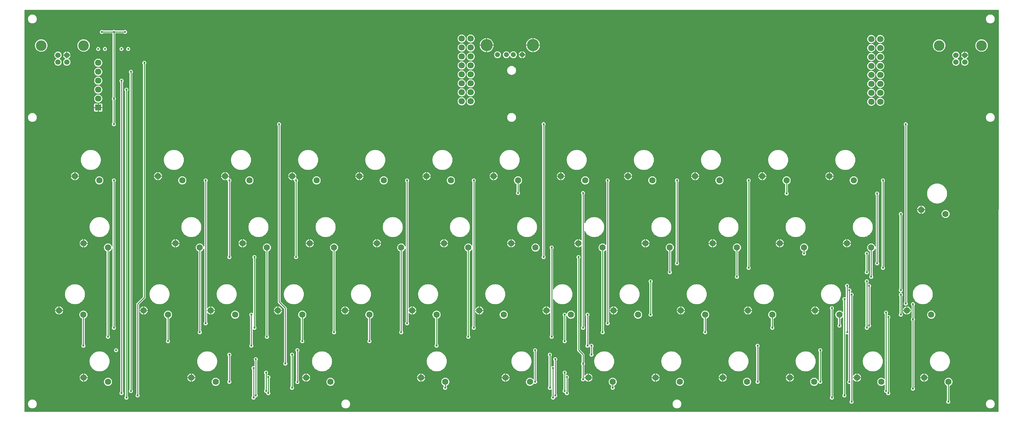
<source format=gtl>
G04 Layer: TopLayer*
G04 EasyEDA v6.5.34, 2023-08-13 23:18:08*
G04 4af7dcaf46fa4c71bde35255d9dd92c6,5a6b42c53f6a479593ecc07194224c93,10*
G04 Gerber Generator version 0.2*
G04 Scale: 100 percent, Rotated: No, Reflected: No *
G04 Dimensions in millimeters *
G04 leading zeros omitted , absolute positions ,4 integer and 5 decimal *
%FSLAX45Y45*%
%MOMM*%

%ADD10C,0.2540*%
%ADD11C,1.7780*%
%ADD12C,1.4310*%
%ADD13C,3.4501*%
%ADD14C,3.0000*%
%ADD15C,1.5240*%
%ADD16C,1.8000*%
%ADD17R,1.8000X1.8000*%
%ADD18C,0.6096*%
%ADD19C,0.6200*%
%ADD20C,0.0112*%

%LPD*%
G36*
X36068Y25908D02*
G01*
X32156Y26670D01*
X28905Y28905D01*
X26670Y32156D01*
X25908Y36068D01*
X25908Y11419332D01*
X26670Y11423243D01*
X28905Y11426494D01*
X32156Y11428730D01*
X36068Y11429492D01*
X27662581Y11429492D01*
X27666492Y11428730D01*
X27669794Y11426494D01*
X27671979Y11423192D01*
X27672741Y11419332D01*
X27660142Y36068D01*
X27659380Y32156D01*
X27657145Y28854D01*
X27653843Y26670D01*
X27649982Y25908D01*
G37*

%LPC*%
G36*
X254000Y11050117D02*
G01*
X269189Y11051032D01*
X284124Y11053775D01*
X298653Y11058296D01*
X312521Y11064544D01*
X325526Y11072418D01*
X337464Y11081766D01*
X348234Y11092535D01*
X357581Y11104473D01*
X365455Y11117478D01*
X371703Y11131346D01*
X376224Y11145875D01*
X378968Y11160810D01*
X379882Y11176000D01*
X378968Y11191189D01*
X376224Y11206124D01*
X371703Y11220653D01*
X365455Y11234521D01*
X357581Y11247526D01*
X348234Y11259464D01*
X337464Y11270234D01*
X325526Y11279581D01*
X312521Y11287455D01*
X298653Y11293703D01*
X284124Y11298224D01*
X269189Y11300968D01*
X254000Y11301882D01*
X238810Y11300968D01*
X223875Y11298224D01*
X209346Y11293703D01*
X195478Y11287455D01*
X182473Y11279581D01*
X170535Y11270234D01*
X159766Y11259464D01*
X150418Y11247526D01*
X142544Y11234521D01*
X136296Y11220653D01*
X131775Y11206124D01*
X129032Y11191189D01*
X128117Y11176000D01*
X129032Y11160810D01*
X131775Y11145875D01*
X136296Y11131346D01*
X142544Y11117478D01*
X150418Y11104473D01*
X159766Y11092535D01*
X170535Y11081766D01*
X182473Y11072418D01*
X195478Y11064544D01*
X209346Y11058296D01*
X223875Y11053775D01*
X238810Y11051032D01*
G37*
G36*
X27432000Y128117D02*
G01*
X27447189Y129032D01*
X27462124Y131775D01*
X27476653Y136296D01*
X27490521Y142544D01*
X27503526Y150418D01*
X27515464Y159766D01*
X27526234Y170535D01*
X27535581Y182473D01*
X27543455Y195478D01*
X27549703Y209346D01*
X27554224Y223875D01*
X27556968Y238810D01*
X27557882Y254000D01*
X27556968Y269189D01*
X27554224Y284124D01*
X27549703Y298653D01*
X27543455Y312521D01*
X27535581Y325526D01*
X27526234Y337464D01*
X27515464Y348234D01*
X27503526Y357581D01*
X27490521Y365455D01*
X27476653Y371703D01*
X27462124Y376224D01*
X27447189Y378968D01*
X27432000Y379882D01*
X27416810Y378968D01*
X27401875Y376224D01*
X27387346Y371703D01*
X27373478Y365455D01*
X27360473Y357581D01*
X27348535Y348234D01*
X27337765Y337464D01*
X27328418Y325526D01*
X27320544Y312521D01*
X27314296Y298653D01*
X27309775Y284124D01*
X27307032Y269189D01*
X27306117Y254000D01*
X27307032Y238810D01*
X27309775Y223875D01*
X27314296Y209346D01*
X27320544Y195478D01*
X27328418Y182473D01*
X27337765Y170535D01*
X27348535Y159766D01*
X27360473Y150418D01*
X27373478Y142544D01*
X27387346Y136296D01*
X27401875Y131775D01*
X27416810Y129032D01*
G37*
G36*
X9144000Y128117D02*
G01*
X9159189Y129032D01*
X9174124Y131775D01*
X9188653Y136296D01*
X9202521Y142544D01*
X9215526Y150418D01*
X9227464Y159766D01*
X9238234Y170535D01*
X9247581Y182473D01*
X9255455Y195478D01*
X9261703Y209346D01*
X9266224Y223875D01*
X9268968Y238810D01*
X9269882Y254000D01*
X9268968Y269189D01*
X9266224Y284124D01*
X9261703Y298653D01*
X9255455Y312521D01*
X9247581Y325526D01*
X9238234Y337464D01*
X9227464Y348234D01*
X9215526Y357581D01*
X9202521Y365455D01*
X9188653Y371703D01*
X9174124Y376224D01*
X9159189Y378968D01*
X9144000Y379882D01*
X9128810Y378968D01*
X9113875Y376224D01*
X9099346Y371703D01*
X9085478Y365455D01*
X9072473Y357581D01*
X9060535Y348234D01*
X9049766Y337464D01*
X9040418Y325526D01*
X9032544Y312521D01*
X9026296Y298653D01*
X9021775Y284124D01*
X9019032Y269189D01*
X9018117Y254000D01*
X9019032Y238810D01*
X9021775Y223875D01*
X9026296Y209346D01*
X9032544Y195478D01*
X9040418Y182473D01*
X9049766Y170535D01*
X9060535Y159766D01*
X9072473Y150418D01*
X9085478Y142544D01*
X9099346Y136296D01*
X9113875Y131775D01*
X9128810Y129032D01*
G37*
G36*
X254000Y128117D02*
G01*
X269189Y129032D01*
X284124Y131775D01*
X298653Y136296D01*
X312521Y142544D01*
X325526Y150418D01*
X337464Y159766D01*
X348234Y170535D01*
X357581Y182473D01*
X365455Y195478D01*
X371703Y209346D01*
X376224Y223875D01*
X378968Y238810D01*
X379882Y254000D01*
X378968Y269189D01*
X376224Y284124D01*
X371703Y298653D01*
X365455Y312521D01*
X357581Y325526D01*
X348234Y337464D01*
X337464Y348234D01*
X325526Y357581D01*
X312521Y365455D01*
X298653Y371703D01*
X284124Y376224D01*
X269189Y378968D01*
X254000Y379882D01*
X238810Y378968D01*
X223875Y376224D01*
X209346Y371703D01*
X195478Y365455D01*
X182473Y357581D01*
X170535Y348234D01*
X159766Y337464D01*
X150418Y325526D01*
X142544Y312521D01*
X136296Y298653D01*
X131775Y284124D01*
X129032Y269189D01*
X128117Y254000D01*
X129032Y238810D01*
X131775Y223875D01*
X136296Y209346D01*
X142544Y195478D01*
X150418Y182473D01*
X159766Y170535D01*
X170535Y159766D01*
X182473Y150418D01*
X195478Y142544D01*
X209346Y136296D01*
X223875Y131775D01*
X238810Y129032D01*
G37*
G36*
X26238200Y261162D02*
G01*
X26248004Y262026D01*
X26257453Y264566D01*
X26266394Y268681D01*
X26274420Y274320D01*
X26281380Y281279D01*
X26287018Y289306D01*
X26291133Y298246D01*
X26293673Y307695D01*
X26294537Y317500D01*
X26293673Y327304D01*
X26291133Y336753D01*
X26287018Y345694D01*
X26281380Y353720D01*
X26279805Y355295D01*
X26277570Y358597D01*
X26276808Y362508D01*
X26276808Y763676D01*
X26277620Y767638D01*
X26279856Y770940D01*
X26283208Y773125D01*
X26292098Y776630D01*
X26304697Y783590D01*
X26316381Y792022D01*
X26326896Y801928D01*
X26336091Y813003D01*
X26343813Y825195D01*
X26349909Y838250D01*
X26354379Y851966D01*
X26357072Y866089D01*
X26357986Y880465D01*
X26357072Y894892D01*
X26354379Y909015D01*
X26349909Y922731D01*
X26343813Y935786D01*
X26336091Y947978D01*
X26326896Y959053D01*
X26316381Y968959D01*
X26304697Y977392D01*
X26292098Y984351D01*
X26278687Y989685D01*
X26264717Y993241D01*
X26250392Y995070D01*
X26236015Y995070D01*
X26221689Y993241D01*
X26207720Y989685D01*
X26194308Y984351D01*
X26181710Y977392D01*
X26170026Y968959D01*
X26159510Y959053D01*
X26150316Y947978D01*
X26142594Y935786D01*
X26136498Y922731D01*
X26132027Y909015D01*
X26129335Y894892D01*
X26128421Y880465D01*
X26129335Y866089D01*
X26132027Y851966D01*
X26136498Y838250D01*
X26142594Y825195D01*
X26150316Y813003D01*
X26159510Y801928D01*
X26170026Y792022D01*
X26181710Y783590D01*
X26194308Y776630D01*
X26197102Y774344D01*
X26198931Y771245D01*
X26199592Y767740D01*
X26199592Y362508D01*
X26198830Y358597D01*
X26196594Y355295D01*
X26195020Y353720D01*
X26189381Y345694D01*
X26185266Y336753D01*
X26182726Y327304D01*
X26181862Y317500D01*
X26182726Y307695D01*
X26185266Y298246D01*
X26189381Y289306D01*
X26195020Y281279D01*
X26201979Y274320D01*
X26210006Y268681D01*
X26218946Y264566D01*
X26228395Y262026D01*
G37*
G36*
X23495000Y261162D02*
G01*
X23504804Y262026D01*
X23514253Y264566D01*
X23523194Y268681D01*
X23531220Y274320D01*
X23538180Y281279D01*
X23543818Y289306D01*
X23547933Y298246D01*
X23550473Y307695D01*
X23551337Y317500D01*
X23550473Y327304D01*
X23547933Y336753D01*
X23543818Y345694D01*
X23538180Y353720D01*
X23536605Y355295D01*
X23534370Y358597D01*
X23533608Y362508D01*
X23533608Y932332D01*
X23534522Y936548D01*
X23537113Y940003D01*
X23540923Y942086D01*
X23545241Y942390D01*
X23549305Y940816D01*
X23552353Y937768D01*
X23555350Y933043D01*
X23564545Y921918D01*
X23575060Y912063D01*
X23586694Y903579D01*
X23599343Y896619D01*
X23612754Y891336D01*
X23626724Y887730D01*
X23635512Y886663D01*
X23635512Y987806D01*
X23543768Y987806D01*
X23539856Y988568D01*
X23536605Y990803D01*
X23534370Y994054D01*
X23533608Y997966D01*
X23533608Y1003046D01*
X23534370Y1006957D01*
X23536605Y1010208D01*
X23539856Y1012444D01*
X23543768Y1013206D01*
X23635512Y1013206D01*
X23635512Y1114348D01*
X23626724Y1113282D01*
X23612754Y1109675D01*
X23599343Y1104392D01*
X23586694Y1097432D01*
X23575060Y1088948D01*
X23564545Y1079093D01*
X23555350Y1067968D01*
X23552353Y1063244D01*
X23549305Y1060196D01*
X23545241Y1058621D01*
X23540923Y1058926D01*
X23537113Y1061008D01*
X23534522Y1064463D01*
X23533608Y1068679D01*
X23533608Y3307791D01*
X23534370Y3311702D01*
X23536605Y3315004D01*
X23538180Y3316579D01*
X23543818Y3324606D01*
X23547933Y3333546D01*
X23550473Y3342995D01*
X23551337Y3352800D01*
X23550473Y3362604D01*
X23547933Y3372053D01*
X23543818Y3380994D01*
X23538180Y3389020D01*
X23531220Y3395979D01*
X23523194Y3401618D01*
X23514253Y3405733D01*
X23504804Y3408273D01*
X23495000Y3409137D01*
X23485195Y3408273D01*
X23482909Y3407664D01*
X23479201Y3407359D01*
X23475645Y3408426D01*
X23472698Y3410712D01*
X23470768Y3413861D01*
X23470108Y3417468D01*
X23470108Y3434791D01*
X23470870Y3438702D01*
X23473105Y3442004D01*
X23474680Y3443579D01*
X23480318Y3451606D01*
X23484433Y3460546D01*
X23486973Y3469995D01*
X23487837Y3479800D01*
X23486973Y3489604D01*
X23484433Y3499053D01*
X23480318Y3507994D01*
X23474680Y3516020D01*
X23467720Y3522979D01*
X23459694Y3528618D01*
X23450753Y3532733D01*
X23441304Y3535273D01*
X23431500Y3536137D01*
X23421695Y3535273D01*
X23419409Y3534664D01*
X23415701Y3534359D01*
X23412145Y3535426D01*
X23409198Y3537712D01*
X23407268Y3540861D01*
X23406608Y3544468D01*
X23406608Y3561791D01*
X23407370Y3565702D01*
X23409605Y3569004D01*
X23411180Y3570579D01*
X23416818Y3578606D01*
X23420933Y3587546D01*
X23423473Y3596995D01*
X23424337Y3606800D01*
X23423473Y3616604D01*
X23420933Y3626053D01*
X23416818Y3634994D01*
X23411180Y3643020D01*
X23404220Y3649979D01*
X23396194Y3655618D01*
X23387253Y3659733D01*
X23377804Y3662273D01*
X23368000Y3663137D01*
X23358195Y3662273D01*
X23348746Y3659733D01*
X23339806Y3655618D01*
X23331779Y3649979D01*
X23324820Y3643020D01*
X23319181Y3634994D01*
X23315066Y3626053D01*
X23312526Y3616604D01*
X23311662Y3606800D01*
X23312526Y3596995D01*
X23315066Y3587546D01*
X23319181Y3578606D01*
X23324820Y3570579D01*
X23326394Y3569004D01*
X23328630Y3565702D01*
X23329392Y3561791D01*
X23329392Y3286150D01*
X23328579Y3282187D01*
X23326293Y3278835D01*
X23322889Y3276650D01*
X23318876Y3275990D01*
X23314914Y3276955D01*
X23311053Y3278733D01*
X23301604Y3281273D01*
X23291800Y3282137D01*
X23281995Y3281273D01*
X23272546Y3278733D01*
X23263606Y3274618D01*
X23255579Y3268979D01*
X23248620Y3262020D01*
X23242981Y3253994D01*
X23238866Y3245053D01*
X23236326Y3235604D01*
X23235462Y3225800D01*
X23236326Y3215995D01*
X23238866Y3206546D01*
X23242981Y3197606D01*
X23248620Y3189579D01*
X23250194Y3188004D01*
X23252430Y3184702D01*
X23253192Y3180791D01*
X23253192Y2869692D01*
X23252379Y2865628D01*
X23249991Y2862275D01*
X23246486Y2860090D01*
X23242371Y2859532D01*
X23238409Y2860598D01*
X23223982Y2873959D01*
X23212298Y2882392D01*
X23199699Y2889351D01*
X23186288Y2894685D01*
X23172318Y2898241D01*
X23157992Y2900070D01*
X23143616Y2900070D01*
X23129290Y2898241D01*
X23115320Y2894685D01*
X23101909Y2889351D01*
X23089311Y2882392D01*
X23077627Y2873959D01*
X23067111Y2864053D01*
X23057916Y2852978D01*
X23050195Y2840786D01*
X23044099Y2827731D01*
X23039628Y2814015D01*
X23036936Y2799892D01*
X23036022Y2785465D01*
X23036936Y2771089D01*
X23039628Y2756966D01*
X23044099Y2743250D01*
X23050195Y2730195D01*
X23057916Y2718003D01*
X23067111Y2706928D01*
X23077627Y2697022D01*
X23089311Y2688590D01*
X23101909Y2681630D01*
X23105821Y2680106D01*
X23109174Y2677922D01*
X23111409Y2674569D01*
X23112222Y2670657D01*
X23112222Y2521508D01*
X23111460Y2517597D01*
X23109275Y2514295D01*
X23107650Y2512720D01*
X23102011Y2504694D01*
X23097896Y2495753D01*
X23095356Y2486304D01*
X23094492Y2476500D01*
X23095356Y2466695D01*
X23097896Y2457246D01*
X23102011Y2448306D01*
X23107650Y2440279D01*
X23114609Y2433320D01*
X23122636Y2427681D01*
X23131576Y2423566D01*
X23141025Y2421026D01*
X23150830Y2420162D01*
X23160634Y2421026D01*
X23170083Y2423566D01*
X23179024Y2427681D01*
X23187050Y2433320D01*
X23194010Y2440279D01*
X23199648Y2448306D01*
X23203763Y2457246D01*
X23206303Y2466695D01*
X23207167Y2476500D01*
X23206303Y2486304D01*
X23203763Y2495753D01*
X23199648Y2504694D01*
X23194010Y2512720D01*
X23192435Y2514295D01*
X23190200Y2517597D01*
X23189438Y2521458D01*
X23189438Y2670657D01*
X23190250Y2674620D01*
X23192486Y2677922D01*
X23195838Y2680106D01*
X23199699Y2681630D01*
X23212298Y2688590D01*
X23223982Y2697022D01*
X23238409Y2710383D01*
X23242371Y2711450D01*
X23246486Y2710891D01*
X23249991Y2708706D01*
X23252379Y2705354D01*
X23253192Y2701290D01*
X23253192Y540308D01*
X23252430Y536397D01*
X23250194Y533095D01*
X23248620Y531520D01*
X23242981Y523493D01*
X23238866Y514553D01*
X23236326Y505104D01*
X23235462Y495300D01*
X23236326Y485495D01*
X23238866Y476046D01*
X23242981Y467106D01*
X23248620Y459079D01*
X23255579Y452120D01*
X23263606Y446481D01*
X23272546Y442366D01*
X23281995Y439826D01*
X23291800Y438962D01*
X23301604Y439826D01*
X23311053Y442366D01*
X23319994Y446481D01*
X23328020Y452120D01*
X23334980Y459079D01*
X23340618Y467106D01*
X23344733Y476046D01*
X23347273Y485495D01*
X23348137Y495300D01*
X23347273Y505104D01*
X23344733Y514553D01*
X23340618Y523493D01*
X23334980Y531520D01*
X23333405Y533095D01*
X23331170Y536397D01*
X23330408Y540308D01*
X23330408Y2225649D01*
X23331220Y2229612D01*
X23333506Y2232964D01*
X23336910Y2235149D01*
X23340923Y2235809D01*
X23344886Y2234844D01*
X23348746Y2233066D01*
X23358195Y2230526D01*
X23368000Y2229662D01*
X23377804Y2230526D01*
X23380090Y2231136D01*
X23383798Y2231440D01*
X23387354Y2230374D01*
X23390301Y2228088D01*
X23392231Y2224938D01*
X23392892Y2221331D01*
X23392892Y921308D01*
X23392130Y917397D01*
X23389894Y914095D01*
X23388320Y912520D01*
X23382681Y904494D01*
X23378566Y895553D01*
X23376026Y886104D01*
X23375162Y876300D01*
X23376026Y866495D01*
X23378566Y857046D01*
X23382681Y848106D01*
X23388320Y840079D01*
X23395279Y833119D01*
X23403306Y827481D01*
X23412246Y823366D01*
X23421695Y820826D01*
X23431500Y819962D01*
X23441304Y820826D01*
X23443590Y821436D01*
X23447298Y821740D01*
X23450854Y820674D01*
X23453801Y818388D01*
X23455731Y815238D01*
X23456392Y811631D01*
X23456392Y362508D01*
X23455630Y358597D01*
X23453394Y355295D01*
X23451820Y353720D01*
X23446181Y345694D01*
X23442066Y336753D01*
X23439526Y327304D01*
X23438662Y317500D01*
X23439526Y307695D01*
X23442066Y298246D01*
X23446181Y289306D01*
X23451820Y281279D01*
X23458779Y274320D01*
X23466806Y268681D01*
X23475746Y264566D01*
X23485195Y262026D01*
G37*
G36*
X6527800Y375462D02*
G01*
X6537604Y376326D01*
X6547053Y378866D01*
X6555994Y382981D01*
X6564020Y388620D01*
X6570980Y395579D01*
X6576618Y403606D01*
X6580733Y412546D01*
X6583273Y421995D01*
X6583984Y429869D01*
X6584899Y433273D01*
X6586931Y436168D01*
X6589826Y438200D01*
X6593230Y439115D01*
X6601104Y439826D01*
X6610553Y442366D01*
X6619494Y446481D01*
X6627520Y452120D01*
X6634480Y459079D01*
X6640118Y467106D01*
X6644233Y476046D01*
X6646773Y485495D01*
X6647637Y495300D01*
X6646773Y505104D01*
X6644233Y514553D01*
X6640118Y523493D01*
X6634480Y531520D01*
X6632905Y533095D01*
X6630670Y536397D01*
X6629908Y540308D01*
X6629908Y1478991D01*
X6630670Y1482902D01*
X6632905Y1486204D01*
X6634480Y1487779D01*
X6640118Y1495806D01*
X6644233Y1504746D01*
X6646773Y1514195D01*
X6647637Y1524000D01*
X6646773Y1533804D01*
X6644233Y1543253D01*
X6640118Y1552194D01*
X6634480Y1560220D01*
X6627520Y1567180D01*
X6619494Y1572818D01*
X6610553Y1576933D01*
X6601104Y1579473D01*
X6591300Y1580337D01*
X6581495Y1579473D01*
X6572046Y1576933D01*
X6563106Y1572818D01*
X6555079Y1567180D01*
X6548120Y1560220D01*
X6542481Y1552194D01*
X6538366Y1543253D01*
X6535826Y1533804D01*
X6534962Y1524000D01*
X6535826Y1514195D01*
X6538366Y1504746D01*
X6542481Y1495806D01*
X6548120Y1487779D01*
X6549694Y1486204D01*
X6551930Y1482902D01*
X6552692Y1478991D01*
X6552692Y1334668D01*
X6552031Y1331061D01*
X6550101Y1327912D01*
X6547154Y1325626D01*
X6543598Y1324559D01*
X6539890Y1324864D01*
X6537604Y1325473D01*
X6527800Y1326337D01*
X6517995Y1325473D01*
X6508546Y1322933D01*
X6499606Y1318818D01*
X6491579Y1313180D01*
X6484620Y1306220D01*
X6478981Y1298194D01*
X6474866Y1289253D01*
X6472326Y1279804D01*
X6471462Y1270000D01*
X6472326Y1260195D01*
X6474866Y1250746D01*
X6478981Y1241806D01*
X6484620Y1233779D01*
X6486194Y1232204D01*
X6488430Y1228902D01*
X6489192Y1224991D01*
X6489192Y476808D01*
X6488430Y472897D01*
X6486194Y469595D01*
X6484620Y468020D01*
X6478981Y459993D01*
X6474866Y451053D01*
X6472326Y441604D01*
X6471462Y431800D01*
X6472326Y421995D01*
X6474866Y412546D01*
X6478981Y403606D01*
X6484620Y395579D01*
X6491579Y388620D01*
X6499606Y382981D01*
X6508546Y378866D01*
X6517995Y376326D01*
G37*
G36*
X22936200Y375462D02*
G01*
X22946004Y376326D01*
X22955453Y378866D01*
X22964394Y382981D01*
X22972420Y388620D01*
X22979380Y395579D01*
X22985018Y403606D01*
X22989133Y412546D01*
X22991673Y421995D01*
X22992537Y431800D01*
X22991673Y441604D01*
X22989133Y451053D01*
X22985018Y459993D01*
X22979380Y468020D01*
X22977805Y469595D01*
X22975570Y472897D01*
X22974808Y476808D01*
X22974808Y2926791D01*
X22975570Y2930702D01*
X22977805Y2934004D01*
X22979380Y2935579D01*
X22985018Y2943606D01*
X22989133Y2952546D01*
X22991673Y2961995D01*
X22992537Y2971800D01*
X22991673Y2981604D01*
X22989133Y2991053D01*
X22985018Y2999994D01*
X22979380Y3008020D01*
X22972420Y3014980D01*
X22964394Y3020618D01*
X22955453Y3024733D01*
X22946004Y3027273D01*
X22936200Y3028137D01*
X22926395Y3027273D01*
X22916946Y3024733D01*
X22908006Y3020618D01*
X22899979Y3014980D01*
X22893020Y3008020D01*
X22887381Y2999994D01*
X22883266Y2991053D01*
X22880726Y2981604D01*
X22879862Y2971800D01*
X22880726Y2961995D01*
X22883266Y2952546D01*
X22887381Y2943606D01*
X22893020Y2935579D01*
X22894594Y2934004D01*
X22896830Y2930702D01*
X22897592Y2926791D01*
X22897592Y476808D01*
X22896830Y472897D01*
X22894594Y469595D01*
X22893020Y468020D01*
X22887381Y459993D01*
X22883266Y451053D01*
X22880726Y441604D01*
X22879862Y431800D01*
X22880726Y421995D01*
X22883266Y412546D01*
X22887381Y403606D01*
X22893020Y395579D01*
X22899979Y388620D01*
X22908006Y382981D01*
X22916946Y378866D01*
X22926395Y376326D01*
G37*
G36*
X15024100Y375462D02*
G01*
X15033904Y376326D01*
X15043353Y378866D01*
X15052294Y382981D01*
X15060320Y388620D01*
X15067280Y395579D01*
X15072918Y403606D01*
X15077033Y412546D01*
X15079573Y421995D01*
X15080284Y429869D01*
X15081199Y433273D01*
X15083231Y436168D01*
X15086126Y438200D01*
X15089530Y439115D01*
X15097404Y439826D01*
X15106853Y442366D01*
X15115794Y446481D01*
X15123820Y452120D01*
X15130780Y459079D01*
X15136418Y467106D01*
X15140533Y476046D01*
X15143073Y485495D01*
X15143937Y495300D01*
X15143073Y505104D01*
X15140533Y514553D01*
X15136418Y523493D01*
X15130780Y531520D01*
X15129205Y533095D01*
X15126969Y536397D01*
X15126207Y540308D01*
X15126207Y1478991D01*
X15126969Y1482902D01*
X15129205Y1486204D01*
X15130780Y1487779D01*
X15136418Y1495806D01*
X15140533Y1504746D01*
X15143073Y1514195D01*
X15143937Y1524000D01*
X15143073Y1533804D01*
X15140533Y1543253D01*
X15136418Y1552194D01*
X15130780Y1560220D01*
X15123820Y1567180D01*
X15115794Y1572818D01*
X15106853Y1576933D01*
X15097404Y1579473D01*
X15087600Y1580337D01*
X15077795Y1579473D01*
X15068346Y1576933D01*
X15059406Y1572818D01*
X15051379Y1567180D01*
X15044419Y1560220D01*
X15038781Y1552194D01*
X15034666Y1543253D01*
X15032126Y1533804D01*
X15031262Y1524000D01*
X15032126Y1514195D01*
X15034666Y1504746D01*
X15038781Y1495806D01*
X15044419Y1487779D01*
X15045994Y1486204D01*
X15048230Y1482902D01*
X15048992Y1478991D01*
X15048992Y1334668D01*
X15048331Y1331061D01*
X15046401Y1327912D01*
X15043454Y1325626D01*
X15039898Y1324559D01*
X15036190Y1324864D01*
X15033904Y1325473D01*
X15024100Y1326337D01*
X15014295Y1325473D01*
X15004846Y1322933D01*
X14995906Y1318818D01*
X14989810Y1314500D01*
X14985746Y1312824D01*
X14981326Y1313027D01*
X14977414Y1315059D01*
X14974773Y1318514D01*
X14973807Y1322832D01*
X14973807Y1605991D01*
X14974569Y1609902D01*
X14976805Y1613204D01*
X14978380Y1614779D01*
X14984018Y1622806D01*
X14988133Y1631746D01*
X14990673Y1641195D01*
X14991537Y1651000D01*
X14990673Y1660804D01*
X14988133Y1670253D01*
X14984018Y1679193D01*
X14978380Y1687220D01*
X14971420Y1694180D01*
X14963394Y1699818D01*
X14954453Y1703933D01*
X14945004Y1706473D01*
X14935200Y1707337D01*
X14925395Y1706473D01*
X14915946Y1703933D01*
X14907006Y1699818D01*
X14898979Y1694180D01*
X14892019Y1687220D01*
X14886381Y1679193D01*
X14882266Y1670253D01*
X14879726Y1660804D01*
X14878862Y1651000D01*
X14879726Y1641195D01*
X14882266Y1631746D01*
X14886381Y1622806D01*
X14892019Y1614779D01*
X14893594Y1613204D01*
X14895830Y1609902D01*
X14896592Y1605991D01*
X14896592Y756208D01*
X14895830Y752297D01*
X14893594Y748995D01*
X14892019Y747420D01*
X14886381Y739394D01*
X14882266Y730453D01*
X14879726Y721004D01*
X14878862Y711200D01*
X14879726Y701395D01*
X14882266Y691946D01*
X14886381Y683006D01*
X14892019Y674979D01*
X14898979Y668020D01*
X14907006Y662381D01*
X14915946Y658266D01*
X14925395Y655726D01*
X14935200Y654862D01*
X14945004Y655726D01*
X14954453Y658266D01*
X14963394Y662381D01*
X14969490Y666699D01*
X14973554Y668375D01*
X14977973Y668172D01*
X14981885Y666140D01*
X14984526Y662686D01*
X14985492Y658368D01*
X14985492Y476808D01*
X14984730Y472897D01*
X14982494Y469595D01*
X14980919Y468020D01*
X14975281Y459993D01*
X14971166Y451053D01*
X14968626Y441604D01*
X14967762Y431800D01*
X14968626Y421995D01*
X14971166Y412546D01*
X14975281Y403606D01*
X14980919Y395579D01*
X14987879Y388620D01*
X14995906Y382981D01*
X15004846Y378866D01*
X15014295Y376326D01*
G37*
G36*
X2921000Y375462D02*
G01*
X2930804Y376326D01*
X2940253Y378866D01*
X2949194Y382981D01*
X2957220Y388620D01*
X2964180Y395579D01*
X2969818Y403606D01*
X2973933Y412546D01*
X2976473Y421995D01*
X2977337Y431800D01*
X2976473Y441604D01*
X2973933Y451053D01*
X2969818Y459993D01*
X2964180Y468020D01*
X2962605Y469595D01*
X2960370Y472897D01*
X2959608Y476808D01*
X2959608Y9123680D01*
X2960319Y9127490D01*
X2962452Y9130741D01*
X2965246Y9133687D01*
X2970631Y9141663D01*
X2974644Y9150451D01*
X2977032Y9159798D01*
X2977896Y9169400D01*
X2977032Y9179001D01*
X2974644Y9188348D01*
X2970631Y9197136D01*
X2965246Y9205112D01*
X2958592Y9212072D01*
X2950819Y9217812D01*
X2942183Y9222181D01*
X2932988Y9224975D01*
X2923438Y9226245D01*
X2913786Y9225788D01*
X2904337Y9223756D01*
X2895396Y9220200D01*
X2887167Y9215120D01*
X2879953Y9208770D01*
X2873857Y9201251D01*
X2869184Y9192818D01*
X2865983Y9183725D01*
X2864358Y9174226D01*
X2864358Y9164574D01*
X2865983Y9155074D01*
X2869184Y9145981D01*
X2873857Y9137548D01*
X2880156Y9129826D01*
X2881833Y9126829D01*
X2882392Y9123426D01*
X2882392Y476808D01*
X2881630Y472897D01*
X2879394Y469595D01*
X2877820Y468020D01*
X2872181Y459993D01*
X2868066Y451053D01*
X2865526Y441604D01*
X2864662Y431800D01*
X2865526Y421995D01*
X2868066Y412546D01*
X2872181Y403606D01*
X2877820Y395579D01*
X2884779Y388620D01*
X2892806Y382981D01*
X2901746Y378866D01*
X2911195Y376326D01*
G37*
G36*
X27432000Y11050117D02*
G01*
X27447189Y11051032D01*
X27462124Y11053775D01*
X27476653Y11058296D01*
X27490521Y11064544D01*
X27503526Y11072418D01*
X27515464Y11081766D01*
X27526234Y11092535D01*
X27535581Y11104473D01*
X27543455Y11117478D01*
X27549703Y11131346D01*
X27554224Y11145875D01*
X27556968Y11160810D01*
X27557882Y11176000D01*
X27556968Y11191189D01*
X27554224Y11206124D01*
X27549703Y11220653D01*
X27543455Y11234521D01*
X27535581Y11247526D01*
X27526234Y11259464D01*
X27515464Y11270234D01*
X27503526Y11279581D01*
X27490521Y11287455D01*
X27476653Y11293703D01*
X27462124Y11298224D01*
X27447189Y11300968D01*
X27432000Y11301882D01*
X27416810Y11300968D01*
X27401875Y11298224D01*
X27387346Y11293703D01*
X27373478Y11287455D01*
X27360473Y11279581D01*
X27348535Y11270234D01*
X27337765Y11259464D01*
X27328418Y11247526D01*
X27320544Y11234521D01*
X27314296Y11220653D01*
X27309775Y11206124D01*
X27307032Y11191189D01*
X27306117Y11176000D01*
X27307032Y11160810D01*
X27309775Y11145875D01*
X27314296Y11131346D01*
X27320544Y11117478D01*
X27328418Y11104473D01*
X27337765Y11092535D01*
X27348535Y11081766D01*
X27360473Y11072418D01*
X27373478Y11064544D01*
X27387346Y11058296D01*
X27401875Y11053775D01*
X27416810Y11051032D01*
G37*
G36*
X3238500Y438962D02*
G01*
X3248304Y439826D01*
X3257753Y442366D01*
X3266694Y446481D01*
X3274720Y452120D01*
X3281679Y459079D01*
X3287318Y467106D01*
X3291433Y476046D01*
X3293973Y485495D01*
X3294837Y495300D01*
X3293973Y505104D01*
X3291433Y514553D01*
X3287318Y523493D01*
X3281679Y531520D01*
X3280105Y533095D01*
X3277870Y536397D01*
X3277108Y540308D01*
X3277108Y2887573D01*
X3278022Y2891688D01*
X3280816Y2895295D01*
X3280105Y2895803D01*
X3277870Y2899054D01*
X3277108Y2902966D01*
X3277108Y2908046D01*
X3277870Y2911957D01*
X3280511Y2915869D01*
X3278022Y2919323D01*
X3277108Y2923438D01*
X3277108Y3065881D01*
X3277870Y3069793D01*
X3280105Y3073095D01*
X3455924Y3248964D01*
X3461054Y3255162D01*
X3464610Y3261867D01*
X3466795Y3269081D01*
X3467608Y3277108D01*
X3467608Y9885680D01*
X3468319Y9889490D01*
X3470452Y9892741D01*
X3473246Y9895687D01*
X3478631Y9903663D01*
X3482644Y9912451D01*
X3485032Y9921798D01*
X3485896Y9931400D01*
X3485032Y9941001D01*
X3482644Y9950348D01*
X3478631Y9959136D01*
X3473246Y9967112D01*
X3466592Y9974072D01*
X3458819Y9979812D01*
X3450183Y9984181D01*
X3440988Y9986975D01*
X3431438Y9988245D01*
X3421786Y9987788D01*
X3412337Y9985756D01*
X3403396Y9982200D01*
X3395167Y9977120D01*
X3387953Y9970770D01*
X3381857Y9963251D01*
X3377184Y9954818D01*
X3373983Y9945725D01*
X3372358Y9936226D01*
X3372358Y9926574D01*
X3373983Y9917074D01*
X3377184Y9907981D01*
X3381857Y9899548D01*
X3388156Y9891826D01*
X3389833Y9888829D01*
X3390392Y9885426D01*
X3390392Y3296818D01*
X3389629Y3292906D01*
X3387394Y3289604D01*
X3211576Y3113735D01*
X3206445Y3107537D01*
X3202889Y3100832D01*
X3200704Y3093618D01*
X3199892Y3085592D01*
X3199892Y540308D01*
X3199130Y536397D01*
X3196894Y533095D01*
X3195320Y531520D01*
X3189681Y523493D01*
X3185566Y514553D01*
X3183026Y505104D01*
X3182162Y495300D01*
X3183026Y485495D01*
X3185566Y476046D01*
X3189681Y467106D01*
X3195320Y459079D01*
X3202279Y452120D01*
X3210306Y446481D01*
X3219246Y442366D01*
X3228695Y439826D01*
G37*
G36*
X15417800Y502462D02*
G01*
X15427604Y503326D01*
X15437053Y505866D01*
X15445994Y509981D01*
X15454020Y515620D01*
X15460980Y522579D01*
X15466618Y530606D01*
X15470733Y539546D01*
X15473273Y548995D01*
X15474137Y558800D01*
X15473273Y568604D01*
X15470733Y578053D01*
X15466618Y586994D01*
X15460980Y595020D01*
X15459405Y596595D01*
X15457169Y599897D01*
X15456407Y603808D01*
X15456407Y970991D01*
X15457169Y974902D01*
X15459405Y978204D01*
X15460980Y979779D01*
X15466618Y987806D01*
X15470733Y996746D01*
X15473273Y1006195D01*
X15474137Y1016000D01*
X15473273Y1025804D01*
X15470733Y1035253D01*
X15466618Y1044194D01*
X15460980Y1052220D01*
X15454020Y1059180D01*
X15445994Y1064818D01*
X15437053Y1068933D01*
X15427604Y1071473D01*
X15417800Y1072337D01*
X15407995Y1071473D01*
X15405709Y1070864D01*
X15402001Y1070559D01*
X15398445Y1071626D01*
X15395498Y1073912D01*
X15393568Y1077061D01*
X15392907Y1080668D01*
X15392907Y1097991D01*
X15393669Y1101902D01*
X15395905Y1105204D01*
X15397480Y1106779D01*
X15403118Y1114806D01*
X15407233Y1123746D01*
X15409773Y1133195D01*
X15410637Y1143000D01*
X15409773Y1152804D01*
X15407233Y1162253D01*
X15403118Y1171194D01*
X15397480Y1179220D01*
X15390520Y1186180D01*
X15382494Y1191818D01*
X15373553Y1195933D01*
X15364104Y1198473D01*
X15354300Y1199337D01*
X15344495Y1198473D01*
X15335046Y1195933D01*
X15326106Y1191818D01*
X15318079Y1186180D01*
X15311119Y1179220D01*
X15305481Y1171194D01*
X15301366Y1162253D01*
X15298826Y1152804D01*
X15297962Y1143000D01*
X15298826Y1133195D01*
X15301366Y1123746D01*
X15305481Y1114806D01*
X15311119Y1106779D01*
X15312694Y1105204D01*
X15314930Y1101902D01*
X15315692Y1097991D01*
X15315692Y667308D01*
X15314930Y663397D01*
X15312694Y660095D01*
X15311119Y658520D01*
X15305481Y650494D01*
X15301366Y641553D01*
X15298826Y632104D01*
X15297962Y622300D01*
X15298826Y612495D01*
X15301366Y603046D01*
X15305481Y594106D01*
X15311119Y586079D01*
X15318079Y579120D01*
X15326106Y573481D01*
X15335046Y569366D01*
X15344495Y566826D01*
X15352369Y566115D01*
X15355773Y565200D01*
X15358668Y563168D01*
X15360700Y560273D01*
X15361615Y556869D01*
X15362326Y548995D01*
X15364866Y539546D01*
X15368981Y530606D01*
X15374619Y522579D01*
X15381579Y515620D01*
X15389606Y509981D01*
X15398546Y505866D01*
X15407995Y503326D01*
G37*
G36*
X6946900Y502462D02*
G01*
X6956704Y503326D01*
X6966153Y505866D01*
X6975094Y509981D01*
X6983120Y515620D01*
X6990080Y522579D01*
X6995718Y530606D01*
X6999833Y539546D01*
X7002373Y548995D01*
X7003237Y558800D01*
X7002373Y568604D01*
X6999833Y578053D01*
X6995718Y586994D01*
X6990080Y595020D01*
X6988505Y596595D01*
X6986270Y599897D01*
X6985508Y603808D01*
X6985508Y970991D01*
X6986270Y974902D01*
X6988505Y978204D01*
X6990080Y979779D01*
X6995718Y987806D01*
X6999833Y996746D01*
X7002373Y1006195D01*
X7003237Y1016000D01*
X7002373Y1025804D01*
X6999833Y1035253D01*
X6995718Y1044194D01*
X6990080Y1052220D01*
X6983120Y1059180D01*
X6975094Y1064818D01*
X6966153Y1068933D01*
X6956704Y1071473D01*
X6946900Y1072337D01*
X6937095Y1071473D01*
X6934809Y1070864D01*
X6931101Y1070559D01*
X6927545Y1071626D01*
X6924598Y1073912D01*
X6922668Y1077061D01*
X6922008Y1080668D01*
X6922008Y1097991D01*
X6922770Y1101902D01*
X6925005Y1105204D01*
X6926580Y1106779D01*
X6932218Y1114806D01*
X6936333Y1123746D01*
X6938873Y1133195D01*
X6939737Y1143000D01*
X6938873Y1152804D01*
X6936333Y1162253D01*
X6932218Y1171194D01*
X6926580Y1179220D01*
X6919620Y1186180D01*
X6911594Y1191818D01*
X6902653Y1195933D01*
X6893204Y1198473D01*
X6883400Y1199337D01*
X6873595Y1198473D01*
X6864146Y1195933D01*
X6855206Y1191818D01*
X6847179Y1186180D01*
X6840220Y1179220D01*
X6834581Y1171194D01*
X6830466Y1162253D01*
X6827926Y1152804D01*
X6827062Y1143000D01*
X6827926Y1133195D01*
X6830466Y1123746D01*
X6834581Y1114806D01*
X6840220Y1106779D01*
X6841794Y1105204D01*
X6844030Y1101902D01*
X6844792Y1097991D01*
X6844792Y667308D01*
X6844030Y663397D01*
X6841794Y660095D01*
X6840220Y658520D01*
X6834581Y650494D01*
X6830466Y641553D01*
X6827926Y632104D01*
X6827062Y622300D01*
X6827926Y612495D01*
X6830466Y603046D01*
X6834581Y594106D01*
X6840220Y586079D01*
X6847179Y579120D01*
X6855206Y573481D01*
X6864146Y569366D01*
X6873595Y566826D01*
X6881469Y566115D01*
X6884873Y565200D01*
X6887768Y563168D01*
X6889800Y560273D01*
X6890715Y556869D01*
X6891426Y548995D01*
X6893966Y539546D01*
X6898081Y530606D01*
X6903720Y522579D01*
X6910679Y515620D01*
X6918706Y509981D01*
X6927646Y505866D01*
X6937095Y503326D01*
G37*
G36*
X24536400Y502462D02*
G01*
X24546204Y503326D01*
X24555653Y505866D01*
X24564594Y509981D01*
X24572620Y515620D01*
X24579580Y522579D01*
X24585218Y530606D01*
X24589333Y539546D01*
X24591873Y548995D01*
X24592737Y558800D01*
X24591873Y568604D01*
X24589333Y578053D01*
X24585218Y586994D01*
X24579580Y595020D01*
X24578005Y596595D01*
X24575770Y599897D01*
X24575008Y603808D01*
X24575008Y2672791D01*
X24575770Y2676702D01*
X24578005Y2680004D01*
X24579580Y2681579D01*
X24585218Y2689606D01*
X24589333Y2698546D01*
X24591873Y2707995D01*
X24592737Y2717800D01*
X24591873Y2727604D01*
X24589333Y2737053D01*
X24585218Y2745994D01*
X24579580Y2754020D01*
X24572620Y2760980D01*
X24564594Y2766618D01*
X24555653Y2770733D01*
X24546204Y2773273D01*
X24536400Y2774137D01*
X24526595Y2773273D01*
X24524309Y2772664D01*
X24520601Y2772359D01*
X24517045Y2773426D01*
X24514098Y2775712D01*
X24512168Y2778861D01*
X24511508Y2782468D01*
X24511508Y2799791D01*
X24512270Y2803702D01*
X24514505Y2807004D01*
X24516080Y2808579D01*
X24521718Y2816606D01*
X24525833Y2825546D01*
X24528373Y2834995D01*
X24529237Y2844800D01*
X24528373Y2854604D01*
X24525833Y2864053D01*
X24521718Y2872994D01*
X24516080Y2881020D01*
X24509120Y2887980D01*
X24501094Y2893618D01*
X24492153Y2897733D01*
X24482704Y2900273D01*
X24472900Y2901137D01*
X24463095Y2900273D01*
X24453646Y2897733D01*
X24444706Y2893618D01*
X24436679Y2887980D01*
X24429720Y2881020D01*
X24424081Y2872994D01*
X24419966Y2864053D01*
X24417426Y2854604D01*
X24416562Y2844800D01*
X24417426Y2834995D01*
X24419966Y2825546D01*
X24424081Y2816606D01*
X24429720Y2808579D01*
X24431294Y2807004D01*
X24433530Y2803702D01*
X24434292Y2799791D01*
X24434292Y970889D01*
X24433530Y967028D01*
X24431396Y963777D01*
X24428145Y961542D01*
X24424335Y960729D01*
X24420474Y961390D01*
X24417172Y963472D01*
X24411381Y968959D01*
X24399697Y977392D01*
X24387098Y984351D01*
X24373687Y989685D01*
X24359717Y993241D01*
X24345392Y995070D01*
X24331015Y995070D01*
X24316690Y993241D01*
X24302720Y989685D01*
X24289308Y984351D01*
X24276710Y977392D01*
X24265026Y968959D01*
X24254510Y959053D01*
X24245316Y947978D01*
X24237594Y935786D01*
X24231498Y922731D01*
X24227028Y909015D01*
X24224335Y894892D01*
X24223421Y880465D01*
X24224335Y866089D01*
X24227028Y851966D01*
X24231498Y838250D01*
X24237594Y825195D01*
X24245316Y813003D01*
X24254510Y801928D01*
X24265026Y792022D01*
X24276710Y783590D01*
X24289308Y776630D01*
X24302720Y771296D01*
X24316690Y767740D01*
X24331015Y765911D01*
X24345392Y765911D01*
X24359717Y767740D01*
X24373687Y771296D01*
X24387098Y776630D01*
X24399697Y783590D01*
X24411381Y792022D01*
X24417172Y797509D01*
X24420474Y799592D01*
X24424335Y800252D01*
X24428145Y799439D01*
X24431396Y797204D01*
X24433530Y793953D01*
X24434292Y790092D01*
X24434292Y667308D01*
X24433530Y663397D01*
X24431294Y660095D01*
X24429720Y658520D01*
X24424081Y650494D01*
X24419966Y641553D01*
X24417426Y632104D01*
X24416562Y622300D01*
X24417426Y612495D01*
X24419966Y603046D01*
X24424081Y594106D01*
X24429720Y586079D01*
X24436679Y579120D01*
X24444706Y573481D01*
X24453646Y569366D01*
X24463095Y566826D01*
X24470969Y566115D01*
X24474373Y565200D01*
X24477268Y563168D01*
X24479300Y560273D01*
X24480215Y556869D01*
X24480926Y548995D01*
X24483466Y539546D01*
X24487581Y530606D01*
X24493220Y522579D01*
X24500179Y515620D01*
X24508206Y509981D01*
X24517146Y505866D01*
X24526595Y503326D01*
G37*
G36*
X2781300Y502462D02*
G01*
X2791104Y503326D01*
X2800553Y505866D01*
X2809494Y509981D01*
X2817520Y515620D01*
X2824480Y522579D01*
X2830118Y530606D01*
X2834233Y539546D01*
X2836773Y548995D01*
X2837637Y558800D01*
X2836773Y568604D01*
X2834233Y578053D01*
X2830118Y586994D01*
X2824480Y595020D01*
X2822905Y596595D01*
X2820670Y599897D01*
X2819908Y603808D01*
X2819908Y9377680D01*
X2820619Y9381490D01*
X2822752Y9384741D01*
X2825546Y9387687D01*
X2830931Y9395663D01*
X2834944Y9404451D01*
X2837332Y9413798D01*
X2838196Y9423400D01*
X2837332Y9433001D01*
X2834944Y9442348D01*
X2830931Y9451136D01*
X2825546Y9459112D01*
X2818892Y9466072D01*
X2811119Y9471812D01*
X2802483Y9476181D01*
X2793288Y9478975D01*
X2783738Y9480245D01*
X2774086Y9479788D01*
X2764637Y9477756D01*
X2755696Y9474200D01*
X2747467Y9469120D01*
X2740253Y9462770D01*
X2734157Y9455251D01*
X2729484Y9446818D01*
X2726283Y9437725D01*
X2724658Y9428226D01*
X2724658Y9418574D01*
X2726283Y9409074D01*
X2729484Y9399981D01*
X2734157Y9391548D01*
X2740456Y9383826D01*
X2742133Y9380829D01*
X2742692Y9377426D01*
X2742692Y603808D01*
X2741930Y599897D01*
X2739694Y596595D01*
X2738120Y595020D01*
X2732481Y586994D01*
X2728366Y578053D01*
X2725826Y568604D01*
X2724962Y558800D01*
X2725826Y548995D01*
X2728366Y539546D01*
X2732481Y530606D01*
X2738120Y522579D01*
X2745079Y515620D01*
X2753106Y509981D01*
X2762046Y505866D01*
X2771495Y503326D01*
G37*
G36*
X3048000Y565962D02*
G01*
X3057804Y566826D01*
X3067253Y569366D01*
X3076194Y573481D01*
X3084220Y579120D01*
X3091180Y586079D01*
X3096818Y594106D01*
X3100933Y603046D01*
X3103473Y612495D01*
X3104337Y622300D01*
X3103473Y632104D01*
X3100933Y641553D01*
X3096818Y650494D01*
X3091180Y658520D01*
X3089605Y660095D01*
X3087370Y663397D01*
X3086608Y667308D01*
X3086608Y9631680D01*
X3087319Y9635490D01*
X3089452Y9638741D01*
X3092246Y9641687D01*
X3097631Y9649663D01*
X3101644Y9658451D01*
X3104032Y9667798D01*
X3104896Y9677400D01*
X3104032Y9687001D01*
X3101644Y9696348D01*
X3097631Y9705136D01*
X3092246Y9713112D01*
X3085592Y9720072D01*
X3077819Y9725812D01*
X3069183Y9730181D01*
X3059988Y9732975D01*
X3050438Y9734245D01*
X3040786Y9733788D01*
X3031337Y9731756D01*
X3022396Y9728200D01*
X3014167Y9723120D01*
X3006953Y9716770D01*
X3000857Y9709251D01*
X2996184Y9700818D01*
X2992983Y9691725D01*
X2991358Y9682226D01*
X2991358Y9672574D01*
X2992983Y9663074D01*
X2996184Y9653981D01*
X3000857Y9645548D01*
X3007156Y9637826D01*
X3008833Y9634829D01*
X3009392Y9631426D01*
X3009392Y667308D01*
X3008630Y663397D01*
X3006394Y660095D01*
X3004820Y658520D01*
X2999181Y650494D01*
X2995066Y641553D01*
X2992526Y632104D01*
X2991662Y622300D01*
X2992526Y612495D01*
X2995066Y603046D01*
X2999181Y594106D01*
X3004820Y586079D01*
X3011779Y579120D01*
X3019806Y573481D01*
X3028746Y569366D01*
X3038195Y566826D01*
G37*
G36*
X25234900Y629462D02*
G01*
X25244704Y630326D01*
X25254153Y632866D01*
X25263094Y636981D01*
X25271120Y642620D01*
X25278080Y649579D01*
X25283718Y657606D01*
X25287833Y666546D01*
X25290373Y675995D01*
X25291237Y685800D01*
X25290373Y695604D01*
X25287833Y705053D01*
X25283718Y713994D01*
X25278080Y722020D01*
X25276505Y723595D01*
X25274270Y726897D01*
X25273508Y730808D01*
X25273508Y2609291D01*
X25274270Y2613202D01*
X25276505Y2616504D01*
X25278080Y2618079D01*
X25283718Y2626106D01*
X25287833Y2635046D01*
X25290373Y2644495D01*
X25291237Y2654300D01*
X25290373Y2664104D01*
X25287833Y2673553D01*
X25283718Y2682494D01*
X25278080Y2690520D01*
X25276505Y2692095D01*
X25274270Y2695397D01*
X25273508Y2699308D01*
X25273508Y3041091D01*
X25274270Y3045002D01*
X25276505Y3048304D01*
X25278080Y3049879D01*
X25283718Y3057906D01*
X25287833Y3066846D01*
X25290373Y3076295D01*
X25291237Y3086100D01*
X25290373Y3095904D01*
X25287833Y3105353D01*
X25283718Y3114294D01*
X25278080Y3122320D01*
X25271120Y3129280D01*
X25263094Y3134918D01*
X25254153Y3139033D01*
X25244704Y3141573D01*
X25234900Y3142437D01*
X25225095Y3141573D01*
X25215646Y3139033D01*
X25206706Y3134918D01*
X25198679Y3129280D01*
X25191720Y3122320D01*
X25186081Y3114294D01*
X25181966Y3105353D01*
X25179426Y3095904D01*
X25178562Y3086100D01*
X25179426Y3076295D01*
X25181966Y3066846D01*
X25186081Y3057906D01*
X25191720Y3049879D01*
X25193294Y3048304D01*
X25195530Y3045002D01*
X25196292Y3041091D01*
X25196292Y2932531D01*
X25195377Y2928366D01*
X25192888Y2924911D01*
X25189180Y2922828D01*
X25184963Y2922422D01*
X25180899Y2923794D01*
X25177800Y2926689D01*
X25176175Y2930601D01*
X25175514Y2934055D01*
X25171044Y2947771D01*
X25164897Y2960827D01*
X25157176Y2972968D01*
X25147981Y2984093D01*
X25137465Y2993948D01*
X25125832Y3002432D01*
X25113183Y3009392D01*
X25099772Y3014675D01*
X25085802Y3018282D01*
X25077013Y3019348D01*
X25077013Y2918206D01*
X25186132Y2918206D01*
X25190043Y2917444D01*
X25193294Y2915208D01*
X25195530Y2911957D01*
X25196292Y2908046D01*
X25196292Y2902966D01*
X25195530Y2899054D01*
X25193294Y2895803D01*
X25190043Y2893568D01*
X25186132Y2892806D01*
X25077013Y2892806D01*
X25077013Y2791663D01*
X25085802Y2792730D01*
X25099772Y2796336D01*
X25113183Y2801620D01*
X25125832Y2808579D01*
X25137465Y2817063D01*
X25147981Y2826918D01*
X25157176Y2838043D01*
X25164897Y2850184D01*
X25171044Y2863240D01*
X25175514Y2876956D01*
X25176175Y2880410D01*
X25177800Y2884322D01*
X25180899Y2887218D01*
X25184963Y2888589D01*
X25189180Y2888183D01*
X25192888Y2886100D01*
X25195377Y2882646D01*
X25196292Y2878480D01*
X25196292Y2699308D01*
X25195530Y2695397D01*
X25193294Y2692095D01*
X25191720Y2690520D01*
X25186081Y2682494D01*
X25181966Y2673553D01*
X25179426Y2664104D01*
X25178562Y2654300D01*
X25179426Y2644495D01*
X25181966Y2635046D01*
X25186081Y2626106D01*
X25191720Y2618079D01*
X25193294Y2616504D01*
X25195530Y2613202D01*
X25196292Y2609291D01*
X25196292Y730808D01*
X25195530Y726897D01*
X25193294Y723595D01*
X25191720Y722020D01*
X25186081Y713994D01*
X25181966Y705053D01*
X25179426Y695604D01*
X25178562Y685800D01*
X25179426Y675995D01*
X25181966Y666546D01*
X25186081Y657606D01*
X25191720Y649579D01*
X25198679Y642620D01*
X25206706Y636981D01*
X25215646Y632866D01*
X25225095Y630326D01*
G37*
G36*
X11963400Y654862D02*
G01*
X11973204Y655726D01*
X11982653Y658266D01*
X11991594Y662381D01*
X11999620Y668020D01*
X12006580Y674979D01*
X12012218Y683006D01*
X12016333Y691946D01*
X12018873Y701395D01*
X12019737Y711200D01*
X12018873Y721004D01*
X12016333Y730453D01*
X12012218Y739394D01*
X12006580Y747420D01*
X12005005Y748995D01*
X12002770Y752297D01*
X12002008Y756208D01*
X12002008Y763676D01*
X12002820Y767638D01*
X12005056Y770940D01*
X12008408Y773125D01*
X12017298Y776630D01*
X12029897Y783590D01*
X12041581Y792022D01*
X12052096Y801928D01*
X12061291Y813003D01*
X12069013Y825195D01*
X12075109Y838250D01*
X12079579Y851966D01*
X12082272Y866089D01*
X12083186Y880465D01*
X12082272Y894892D01*
X12079579Y909015D01*
X12075109Y922731D01*
X12069013Y935786D01*
X12061291Y947978D01*
X12052096Y959053D01*
X12041581Y968959D01*
X12029897Y977392D01*
X12017298Y984351D01*
X12003887Y989685D01*
X11989917Y993241D01*
X11975592Y995070D01*
X11961215Y995070D01*
X11946890Y993241D01*
X11932920Y989685D01*
X11919508Y984351D01*
X11906910Y977392D01*
X11895226Y968959D01*
X11884710Y959053D01*
X11875516Y947978D01*
X11867794Y935786D01*
X11861698Y922731D01*
X11857228Y909015D01*
X11854535Y894892D01*
X11853621Y880465D01*
X11854535Y866089D01*
X11857228Y851966D01*
X11861698Y838250D01*
X11867794Y825195D01*
X11875516Y813003D01*
X11884710Y801928D01*
X11895226Y792022D01*
X11906910Y783590D01*
X11919508Y776630D01*
X11922302Y774344D01*
X11924131Y771245D01*
X11924792Y767740D01*
X11924792Y756208D01*
X11924030Y752297D01*
X11921794Y748995D01*
X11920220Y747420D01*
X11914581Y739394D01*
X11910466Y730453D01*
X11907926Y721004D01*
X11907062Y711200D01*
X11907926Y701395D01*
X11910466Y691946D01*
X11914581Y683006D01*
X11920220Y674979D01*
X11927179Y668020D01*
X11935206Y662381D01*
X11944146Y658266D01*
X11953595Y655726D01*
G37*
G36*
X16718229Y654862D02*
G01*
X16727982Y655726D01*
X16737482Y658266D01*
X16746372Y662381D01*
X16754449Y668020D01*
X16761358Y674979D01*
X16766997Y683006D01*
X16771162Y691946D01*
X16773702Y701395D01*
X16774566Y711200D01*
X16773702Y721004D01*
X16771162Y730453D01*
X16766997Y739394D01*
X16761358Y747420D01*
X16759783Y748995D01*
X16757599Y752297D01*
X16756837Y756158D01*
X16756837Y765657D01*
X16757599Y769620D01*
X16759885Y772922D01*
X16763238Y775106D01*
X16767098Y776630D01*
X16779697Y783590D01*
X16791381Y792022D01*
X16801896Y801928D01*
X16811091Y813003D01*
X16818813Y825195D01*
X16824909Y838250D01*
X16829379Y851966D01*
X16832072Y866089D01*
X16832986Y880465D01*
X16832072Y894892D01*
X16829379Y909015D01*
X16824909Y922731D01*
X16818813Y935786D01*
X16811091Y947978D01*
X16801896Y959053D01*
X16791381Y968959D01*
X16779697Y977392D01*
X16767098Y984351D01*
X16753687Y989685D01*
X16739717Y993241D01*
X16725392Y995070D01*
X16711015Y995070D01*
X16696690Y993241D01*
X16682719Y989685D01*
X16669308Y984351D01*
X16656710Y977392D01*
X16645026Y968959D01*
X16634510Y959053D01*
X16625316Y947978D01*
X16617594Y935786D01*
X16611498Y922731D01*
X16607028Y909015D01*
X16604335Y894892D01*
X16603421Y880465D01*
X16604335Y866089D01*
X16607028Y851966D01*
X16611498Y838250D01*
X16617594Y825195D01*
X16625316Y813003D01*
X16634510Y801928D01*
X16645026Y792022D01*
X16656710Y783590D01*
X16669308Y776630D01*
X16673169Y775106D01*
X16676573Y772922D01*
X16678808Y769569D01*
X16679621Y765657D01*
X16679621Y756208D01*
X16678808Y752297D01*
X16676624Y748995D01*
X16675049Y747420D01*
X16669410Y739394D01*
X16665244Y730453D01*
X16662704Y721004D01*
X16661841Y711200D01*
X16662704Y701395D01*
X16665244Y691946D01*
X16669410Y683006D01*
X16675049Y674979D01*
X16681957Y668020D01*
X16690035Y662381D01*
X16698925Y658266D01*
X16708424Y655726D01*
G37*
G36*
X7620000Y654862D02*
G01*
X7629804Y655726D01*
X7639253Y658266D01*
X7648194Y662381D01*
X7656220Y668020D01*
X7663180Y674979D01*
X7668818Y683006D01*
X7672933Y691946D01*
X7675473Y701395D01*
X7676337Y711200D01*
X7675473Y721004D01*
X7672933Y730453D01*
X7668818Y739394D01*
X7663180Y747420D01*
X7661605Y748995D01*
X7659370Y752297D01*
X7658608Y756208D01*
X7658608Y1605991D01*
X7659370Y1609902D01*
X7661605Y1613204D01*
X7663180Y1614779D01*
X7668818Y1622806D01*
X7672933Y1631746D01*
X7675473Y1641195D01*
X7676337Y1651000D01*
X7675473Y1660804D01*
X7672933Y1670253D01*
X7668818Y1679193D01*
X7663180Y1687220D01*
X7656220Y1694180D01*
X7648194Y1699818D01*
X7639253Y1703933D01*
X7629804Y1706473D01*
X7620000Y1707337D01*
X7610195Y1706473D01*
X7600746Y1703933D01*
X7591806Y1699818D01*
X7583779Y1694180D01*
X7576820Y1687220D01*
X7571181Y1679193D01*
X7567066Y1670253D01*
X7564526Y1660804D01*
X7563662Y1651000D01*
X7564526Y1641195D01*
X7567066Y1631746D01*
X7571181Y1622806D01*
X7576820Y1614779D01*
X7578394Y1613204D01*
X7580630Y1609902D01*
X7581392Y1605991D01*
X7581392Y756208D01*
X7580630Y752297D01*
X7578394Y748995D01*
X7576820Y747420D01*
X7571181Y739394D01*
X7567066Y730453D01*
X7564526Y721004D01*
X7563662Y711200D01*
X7564526Y701395D01*
X7567066Y691946D01*
X7571181Y683006D01*
X7576820Y674979D01*
X7583779Y668020D01*
X7591806Y662381D01*
X7600746Y658266D01*
X7610195Y655726D01*
G37*
G36*
X12680035Y10501528D02*
G01*
X12694564Y10501528D01*
X12708991Y10503357D01*
X12723114Y10506964D01*
X12736626Y10512348D01*
X12749377Y10519359D01*
X12761163Y10527893D01*
X12771780Y10537850D01*
X12781076Y10549077D01*
X12788849Y10561370D01*
X12795046Y10574528D01*
X12799568Y10588396D01*
X12802260Y10602671D01*
X12803174Y10617200D01*
X12802260Y10631728D01*
X12799568Y10646003D01*
X12795046Y10659872D01*
X12788849Y10673029D01*
X12781076Y10685322D01*
X12771780Y10696549D01*
X12761163Y10706506D01*
X12749377Y10715040D01*
X12736626Y10722051D01*
X12723114Y10727436D01*
X12708991Y10731042D01*
X12694564Y10732871D01*
X12680035Y10732871D01*
X12665608Y10731042D01*
X12651486Y10727436D01*
X12637973Y10722051D01*
X12625222Y10715040D01*
X12613436Y10706506D01*
X12602819Y10696549D01*
X12593523Y10685322D01*
X12585750Y10673029D01*
X12579553Y10659872D01*
X12575032Y10646003D01*
X12572339Y10631728D01*
X12571425Y10617200D01*
X12572339Y10602671D01*
X12575032Y10588396D01*
X12579553Y10574528D01*
X12585750Y10561370D01*
X12593523Y10549077D01*
X12602819Y10537850D01*
X12613436Y10527893D01*
X12625222Y10519359D01*
X12637973Y10512348D01*
X12651486Y10506964D01*
X12665608Y10503357D01*
G37*
G36*
X2391816Y765911D02*
G01*
X2406192Y765911D01*
X2420518Y767740D01*
X2434488Y771296D01*
X2447899Y776630D01*
X2460498Y783590D01*
X2472182Y792022D01*
X2482697Y801928D01*
X2491892Y813003D01*
X2499614Y825195D01*
X2505710Y838250D01*
X2510180Y851966D01*
X2512872Y866089D01*
X2513787Y880465D01*
X2512872Y894892D01*
X2510180Y909015D01*
X2505710Y922731D01*
X2499614Y935786D01*
X2491892Y947978D01*
X2482697Y959053D01*
X2472182Y968959D01*
X2460498Y977392D01*
X2447899Y984351D01*
X2434488Y989685D01*
X2420518Y993241D01*
X2406192Y995070D01*
X2391816Y995070D01*
X2377490Y993241D01*
X2363520Y989685D01*
X2350109Y984351D01*
X2337511Y977392D01*
X2325827Y968959D01*
X2315311Y959053D01*
X2306116Y947978D01*
X2298395Y935786D01*
X2292299Y922731D01*
X2287828Y909015D01*
X2285136Y894892D01*
X2284222Y880465D01*
X2285136Y866089D01*
X2287828Y851966D01*
X2292299Y838250D01*
X2298395Y825195D01*
X2306116Y813003D01*
X2315311Y801928D01*
X2325827Y792022D01*
X2337511Y783590D01*
X2350109Y776630D01*
X2363520Y771296D01*
X2377490Y767740D01*
G37*
G36*
X8703716Y765911D02*
G01*
X8718092Y765911D01*
X8732418Y767740D01*
X8746388Y771296D01*
X8759799Y776630D01*
X8772398Y783590D01*
X8784082Y792022D01*
X8794597Y801928D01*
X8803792Y813003D01*
X8811514Y825195D01*
X8817610Y838250D01*
X8822080Y851966D01*
X8824772Y866089D01*
X8825687Y880465D01*
X8824772Y894892D01*
X8822080Y909015D01*
X8817610Y922731D01*
X8811514Y935786D01*
X8803792Y947978D01*
X8794597Y959053D01*
X8784082Y968959D01*
X8772398Y977392D01*
X8759799Y984351D01*
X8746388Y989685D01*
X8732418Y993241D01*
X8718092Y995070D01*
X8703716Y995070D01*
X8689390Y993241D01*
X8675420Y989685D01*
X8662009Y984351D01*
X8649411Y977392D01*
X8637727Y968959D01*
X8627211Y959053D01*
X8618016Y947978D01*
X8610295Y935786D01*
X8604199Y922731D01*
X8599728Y909015D01*
X8597036Y894892D01*
X8596122Y880465D01*
X8597036Y866089D01*
X8599728Y851966D01*
X8604199Y838250D01*
X8610295Y825195D01*
X8618016Y813003D01*
X8627211Y801928D01*
X8637727Y792022D01*
X8649411Y783590D01*
X8662009Y776630D01*
X8675420Y771296D01*
X8689390Y767740D01*
G37*
G36*
X5446115Y765911D02*
G01*
X5460492Y765911D01*
X5474817Y767740D01*
X5488787Y771296D01*
X5502198Y776630D01*
X5514797Y783590D01*
X5526481Y792022D01*
X5536996Y801928D01*
X5546191Y813003D01*
X5553913Y825195D01*
X5560009Y838250D01*
X5564479Y851966D01*
X5567172Y866089D01*
X5568086Y880465D01*
X5567172Y894892D01*
X5564479Y909015D01*
X5560009Y922731D01*
X5553913Y935786D01*
X5546191Y947978D01*
X5536996Y959053D01*
X5526481Y968959D01*
X5514797Y977392D01*
X5502198Y984351D01*
X5488787Y989685D01*
X5474817Y993241D01*
X5460492Y995070D01*
X5446115Y995070D01*
X5431790Y993241D01*
X5417820Y989685D01*
X5404408Y984351D01*
X5391810Y977392D01*
X5380126Y968959D01*
X5369610Y959053D01*
X5360416Y947978D01*
X5352694Y935786D01*
X5346598Y922731D01*
X5342128Y909015D01*
X5339435Y894892D01*
X5338521Y880465D01*
X5339435Y866089D01*
X5342128Y851966D01*
X5346598Y838250D01*
X5352694Y825195D01*
X5360416Y813003D01*
X5369610Y801928D01*
X5380126Y792022D01*
X5391810Y783590D01*
X5404408Y776630D01*
X5417820Y771296D01*
X5431790Y767740D01*
G37*
G36*
X20521015Y765911D02*
G01*
X20535392Y765911D01*
X20549717Y767740D01*
X20563687Y771296D01*
X20577098Y776630D01*
X20589697Y783590D01*
X20601381Y792022D01*
X20611896Y801928D01*
X20621091Y813003D01*
X20628813Y825195D01*
X20634909Y838250D01*
X20639379Y851966D01*
X20642072Y866089D01*
X20642986Y880465D01*
X20642072Y894892D01*
X20639379Y909015D01*
X20634909Y922731D01*
X20628813Y935786D01*
X20621091Y947978D01*
X20611896Y959053D01*
X20601381Y968959D01*
X20589697Y977392D01*
X20577098Y984351D01*
X20563687Y989685D01*
X20549717Y993241D01*
X20535392Y995070D01*
X20521015Y995070D01*
X20506690Y993241D01*
X20492720Y989685D01*
X20479308Y984351D01*
X20466710Y977392D01*
X20455026Y968959D01*
X20444510Y959053D01*
X20435316Y947978D01*
X20427594Y935786D01*
X20421498Y922731D01*
X20417028Y909015D01*
X20414335Y894892D01*
X20413421Y880465D01*
X20414335Y866089D01*
X20417028Y851966D01*
X20421498Y838250D01*
X20427594Y825195D01*
X20435316Y813003D01*
X20444510Y801928D01*
X20455026Y792022D01*
X20466710Y783590D01*
X20479308Y776630D01*
X20492720Y771296D01*
X20506690Y767740D01*
G37*
G36*
X18616015Y765911D02*
G01*
X18630392Y765911D01*
X18644717Y767740D01*
X18658687Y771296D01*
X18672098Y776630D01*
X18684697Y783590D01*
X18696381Y792022D01*
X18706896Y801928D01*
X18716091Y813003D01*
X18723813Y825195D01*
X18729909Y838250D01*
X18734379Y851966D01*
X18737072Y866089D01*
X18737986Y880465D01*
X18737072Y894892D01*
X18734379Y909015D01*
X18729909Y922731D01*
X18723813Y935786D01*
X18716091Y947978D01*
X18706896Y959053D01*
X18696381Y968959D01*
X18684697Y977392D01*
X18672098Y984351D01*
X18658687Y989685D01*
X18644717Y993241D01*
X18630392Y995070D01*
X18616015Y995070D01*
X18601690Y993241D01*
X18587720Y989685D01*
X18574308Y984351D01*
X18561710Y977392D01*
X18550026Y968959D01*
X18539510Y959053D01*
X18530316Y947978D01*
X18522594Y935786D01*
X18516498Y922731D01*
X18512028Y909015D01*
X18509335Y894892D01*
X18508421Y880465D01*
X18509335Y866089D01*
X18512028Y851966D01*
X18516498Y838250D01*
X18522594Y825195D01*
X18530316Y813003D01*
X18539510Y801928D01*
X18550026Y792022D01*
X18561710Y783590D01*
X18574308Y776630D01*
X18587720Y771296D01*
X18601690Y767740D01*
G37*
G36*
X14361515Y765911D02*
G01*
X14375892Y765911D01*
X14390217Y767740D01*
X14404187Y771296D01*
X14417598Y776630D01*
X14430197Y783590D01*
X14441881Y792022D01*
X14452396Y801928D01*
X14461591Y813003D01*
X14469313Y825195D01*
X14471091Y828954D01*
X14473732Y832459D01*
X14477644Y834491D01*
X14482063Y834644D01*
X14486077Y832967D01*
X14487906Y831697D01*
X14496846Y827532D01*
X14506295Y824992D01*
X14516100Y824128D01*
X14525904Y824992D01*
X14535353Y827532D01*
X14544294Y831697D01*
X14552320Y837336D01*
X14559280Y844245D01*
X14564918Y852322D01*
X14569033Y861212D01*
X14571573Y870712D01*
X14572437Y880465D01*
X14571573Y890269D01*
X14569033Y899769D01*
X14564918Y908659D01*
X14559280Y916736D01*
X14557705Y918311D01*
X14555469Y921613D01*
X14554707Y925474D01*
X14554707Y1732991D01*
X14555469Y1736902D01*
X14557705Y1740204D01*
X14559280Y1741779D01*
X14564918Y1749806D01*
X14569033Y1758746D01*
X14571573Y1768195D01*
X14572437Y1778000D01*
X14571573Y1787804D01*
X14569033Y1797253D01*
X14564918Y1806193D01*
X14559280Y1814220D01*
X14552320Y1821180D01*
X14544294Y1826818D01*
X14535353Y1830933D01*
X14525904Y1833473D01*
X14516100Y1834337D01*
X14506295Y1833473D01*
X14496846Y1830933D01*
X14487906Y1826818D01*
X14479879Y1821180D01*
X14472919Y1814220D01*
X14467281Y1806193D01*
X14463166Y1797253D01*
X14460626Y1787804D01*
X14459762Y1778000D01*
X14460626Y1768195D01*
X14463166Y1758746D01*
X14467281Y1749806D01*
X14472919Y1741779D01*
X14474494Y1740204D01*
X14476730Y1736902D01*
X14477492Y1732991D01*
X14477492Y956919D01*
X14476679Y952906D01*
X14474291Y949553D01*
X14470786Y947369D01*
X14466671Y946810D01*
X14462709Y947877D01*
X14459508Y950468D01*
X14452396Y959053D01*
X14441881Y968959D01*
X14430197Y977392D01*
X14417598Y984351D01*
X14404187Y989685D01*
X14390217Y993241D01*
X14375892Y995070D01*
X14361515Y995070D01*
X14347190Y993241D01*
X14333219Y989685D01*
X14319808Y984351D01*
X14307210Y977392D01*
X14295526Y968959D01*
X14285010Y959053D01*
X14275816Y947978D01*
X14268094Y935786D01*
X14261998Y922731D01*
X14257528Y909015D01*
X14254835Y894892D01*
X14253921Y880465D01*
X14254835Y866089D01*
X14257528Y851966D01*
X14261998Y838250D01*
X14268094Y825195D01*
X14275816Y813003D01*
X14285010Y801928D01*
X14295526Y792022D01*
X14307210Y783590D01*
X14319808Y776630D01*
X14333219Y771296D01*
X14347190Y767740D01*
G37*
G36*
X22426015Y765911D02*
G01*
X22440392Y765911D01*
X22454717Y767740D01*
X22468687Y771296D01*
X22482098Y776630D01*
X22494697Y783590D01*
X22506381Y792022D01*
X22516896Y801928D01*
X22526091Y813003D01*
X22533813Y825195D01*
X22539909Y838250D01*
X22542246Y845312D01*
X22544532Y849172D01*
X22548240Y851662D01*
X22552660Y852322D01*
X22556927Y851001D01*
X22560229Y848004D01*
X22562820Y844245D01*
X22569779Y837336D01*
X22577806Y831697D01*
X22586746Y827532D01*
X22596195Y824992D01*
X22606000Y824128D01*
X22615804Y824992D01*
X22625253Y827532D01*
X22634194Y831697D01*
X22642220Y837336D01*
X22649180Y844245D01*
X22654818Y852322D01*
X22658933Y861212D01*
X22661473Y870712D01*
X22662337Y880465D01*
X22661473Y890269D01*
X22658933Y899769D01*
X22654818Y908659D01*
X22649180Y916736D01*
X22647605Y918311D01*
X22645370Y921613D01*
X22644608Y925474D01*
X22644608Y1732991D01*
X22645370Y1736902D01*
X22647605Y1740204D01*
X22649180Y1741779D01*
X22654818Y1749806D01*
X22658933Y1758746D01*
X22661473Y1768195D01*
X22662337Y1778000D01*
X22661473Y1787804D01*
X22658933Y1797253D01*
X22654818Y1806193D01*
X22649180Y1814220D01*
X22642220Y1821180D01*
X22634194Y1826818D01*
X22625253Y1830933D01*
X22615804Y1833473D01*
X22606000Y1834337D01*
X22596195Y1833473D01*
X22586746Y1830933D01*
X22577806Y1826818D01*
X22569779Y1821180D01*
X22562820Y1814220D01*
X22557181Y1806193D01*
X22553066Y1797253D01*
X22550526Y1787804D01*
X22549662Y1778000D01*
X22550526Y1768195D01*
X22553066Y1758746D01*
X22557181Y1749806D01*
X22562820Y1741779D01*
X22564394Y1740204D01*
X22566630Y1736902D01*
X22567392Y1732991D01*
X22567392Y925474D01*
X22566630Y921613D01*
X22564394Y918311D01*
X22562820Y916736D01*
X22560229Y912977D01*
X22556927Y909980D01*
X22552660Y908659D01*
X22548240Y909319D01*
X22544532Y911809D01*
X22542246Y915669D01*
X22539909Y922731D01*
X22533813Y935786D01*
X22526091Y947978D01*
X22516896Y959053D01*
X22506381Y968959D01*
X22494697Y977392D01*
X22482098Y984351D01*
X22468687Y989685D01*
X22454717Y993241D01*
X22440392Y995070D01*
X22426015Y995070D01*
X22411690Y993241D01*
X22397720Y989685D01*
X22384308Y984351D01*
X22371710Y977392D01*
X22360026Y968959D01*
X22349510Y959053D01*
X22340316Y947978D01*
X22332594Y935786D01*
X22326498Y922731D01*
X22322028Y909015D01*
X22319335Y894892D01*
X22318421Y880465D01*
X22319335Y866089D01*
X22322028Y851966D01*
X22326498Y838250D01*
X22332594Y825195D01*
X22340316Y813003D01*
X22349510Y801928D01*
X22360026Y792022D01*
X22371710Y783590D01*
X22384308Y776630D01*
X22397720Y771296D01*
X22411690Y767740D01*
G37*
G36*
X12426035Y10501528D02*
G01*
X12440564Y10501528D01*
X12454991Y10503357D01*
X12469114Y10506964D01*
X12482626Y10512348D01*
X12495377Y10519359D01*
X12507163Y10527893D01*
X12517780Y10537850D01*
X12527076Y10549077D01*
X12534849Y10561370D01*
X12541046Y10574528D01*
X12545568Y10588396D01*
X12548260Y10602671D01*
X12549174Y10617200D01*
X12548260Y10631728D01*
X12545568Y10646003D01*
X12541046Y10659872D01*
X12534849Y10673029D01*
X12527076Y10685322D01*
X12517780Y10696549D01*
X12507163Y10706506D01*
X12495377Y10715040D01*
X12482626Y10722051D01*
X12469114Y10727436D01*
X12454991Y10731042D01*
X12440564Y10732871D01*
X12426035Y10732871D01*
X12411608Y10731042D01*
X12397486Y10727436D01*
X12383973Y10722051D01*
X12371222Y10715040D01*
X12359436Y10706506D01*
X12348819Y10696549D01*
X12339523Y10685322D01*
X12331750Y10673029D01*
X12325553Y10659872D01*
X12321032Y10646003D01*
X12318339Y10631728D01*
X12317425Y10617200D01*
X12318339Y10602671D01*
X12321032Y10588396D01*
X12325553Y10574528D01*
X12331750Y10561370D01*
X12339523Y10549077D01*
X12348819Y10537850D01*
X12359436Y10527893D01*
X12371222Y10519359D01*
X12383973Y10512348D01*
X12397486Y10506964D01*
X12411608Y10503357D01*
G37*
G36*
X7772400Y819962D02*
G01*
X7782204Y820826D01*
X7791653Y823366D01*
X7800594Y827481D01*
X7808620Y833119D01*
X7815580Y840079D01*
X7821218Y848106D01*
X7825333Y857046D01*
X7827873Y866495D01*
X7828737Y876300D01*
X7827873Y886104D01*
X7825333Y895553D01*
X7821218Y904494D01*
X7815580Y912520D01*
X7814005Y914095D01*
X7811770Y917397D01*
X7811008Y921308D01*
X7811008Y1732991D01*
X7811770Y1736902D01*
X7814005Y1740204D01*
X7815580Y1741779D01*
X7821218Y1749806D01*
X7825333Y1758746D01*
X7827873Y1768195D01*
X7828737Y1778000D01*
X7827873Y1787804D01*
X7825333Y1797253D01*
X7821218Y1806193D01*
X7815580Y1814220D01*
X7808620Y1821180D01*
X7800594Y1826818D01*
X7791653Y1830933D01*
X7782204Y1833473D01*
X7772400Y1834337D01*
X7762595Y1833473D01*
X7753146Y1830933D01*
X7744206Y1826818D01*
X7736179Y1821180D01*
X7729220Y1814220D01*
X7723581Y1806193D01*
X7719466Y1797253D01*
X7716926Y1787804D01*
X7716062Y1778000D01*
X7716926Y1768195D01*
X7719466Y1758746D01*
X7723581Y1749806D01*
X7729220Y1741779D01*
X7730794Y1740204D01*
X7733030Y1736902D01*
X7733792Y1732991D01*
X7733792Y921308D01*
X7733030Y917397D01*
X7730794Y914095D01*
X7729220Y912520D01*
X7723581Y904494D01*
X7719466Y895553D01*
X7716926Y886104D01*
X7716062Y876300D01*
X7716926Y866495D01*
X7719466Y857046D01*
X7723581Y848106D01*
X7729220Y840079D01*
X7736179Y833119D01*
X7744206Y827481D01*
X7753146Y823366D01*
X7762595Y820826D01*
G37*
G36*
X24300535Y10488828D02*
G01*
X24315064Y10488828D01*
X24329491Y10490657D01*
X24343614Y10494264D01*
X24357126Y10499648D01*
X24369877Y10506659D01*
X24381663Y10515193D01*
X24392280Y10525150D01*
X24401576Y10536377D01*
X24409349Y10548670D01*
X24415546Y10561828D01*
X24420068Y10575696D01*
X24422760Y10589971D01*
X24423674Y10604500D01*
X24422760Y10619028D01*
X24420068Y10633303D01*
X24415546Y10647172D01*
X24409349Y10660329D01*
X24401576Y10672622D01*
X24392280Y10683849D01*
X24381663Y10693806D01*
X24369877Y10702340D01*
X24357126Y10709351D01*
X24343614Y10714736D01*
X24329491Y10718342D01*
X24315064Y10720171D01*
X24300535Y10720171D01*
X24286108Y10718342D01*
X24271986Y10714736D01*
X24258473Y10709351D01*
X24245722Y10702340D01*
X24233936Y10693806D01*
X24223319Y10683849D01*
X24214023Y10672622D01*
X24206250Y10660329D01*
X24200053Y10647172D01*
X24195532Y10633303D01*
X24192839Y10619028D01*
X24191925Y10604500D01*
X24192839Y10589971D01*
X24195532Y10575696D01*
X24200053Y10561828D01*
X24206250Y10548670D01*
X24214023Y10536377D01*
X24223319Y10525150D01*
X24233936Y10515193D01*
X24245722Y10506659D01*
X24258473Y10499648D01*
X24271986Y10494264D01*
X24286108Y10490657D01*
G37*
G36*
X20828000Y824128D02*
G01*
X20837804Y824992D01*
X20847253Y827532D01*
X20856194Y831697D01*
X20864220Y837336D01*
X20871180Y844245D01*
X20876818Y852322D01*
X20880933Y861212D01*
X20883473Y870712D01*
X20884337Y880465D01*
X20883473Y890269D01*
X20880933Y899769D01*
X20876818Y908659D01*
X20871180Y916736D01*
X20869605Y918311D01*
X20867370Y921613D01*
X20866608Y925474D01*
X20866608Y1859991D01*
X20867370Y1863902D01*
X20869605Y1867204D01*
X20871180Y1868779D01*
X20876818Y1876806D01*
X20880933Y1885746D01*
X20883473Y1895195D01*
X20884337Y1905000D01*
X20883473Y1914804D01*
X20880933Y1924253D01*
X20876818Y1933193D01*
X20871180Y1941220D01*
X20864220Y1948180D01*
X20856194Y1953818D01*
X20847253Y1957933D01*
X20837804Y1960473D01*
X20828000Y1961337D01*
X20818195Y1960473D01*
X20808746Y1957933D01*
X20799806Y1953818D01*
X20791779Y1948180D01*
X20784820Y1941220D01*
X20779181Y1933193D01*
X20775066Y1924253D01*
X20772526Y1914804D01*
X20771662Y1905000D01*
X20772526Y1895195D01*
X20775066Y1885746D01*
X20779181Y1876806D01*
X20784820Y1868779D01*
X20786394Y1867204D01*
X20788630Y1863902D01*
X20789392Y1859991D01*
X20789392Y925474D01*
X20788630Y921613D01*
X20786394Y918311D01*
X20784820Y916736D01*
X20779181Y908659D01*
X20775066Y899769D01*
X20772526Y890269D01*
X20771662Y880465D01*
X20772526Y870712D01*
X20775066Y861212D01*
X20779181Y852322D01*
X20784820Y844245D01*
X20791779Y837336D01*
X20799806Y831697D01*
X20808746Y827532D01*
X20818195Y824992D01*
G37*
G36*
X24046535Y10488828D02*
G01*
X24061064Y10488828D01*
X24075491Y10490657D01*
X24089614Y10494264D01*
X24103126Y10499648D01*
X24115877Y10506659D01*
X24127663Y10515193D01*
X24138280Y10525150D01*
X24147576Y10536377D01*
X24155349Y10548670D01*
X24161546Y10561828D01*
X24166068Y10575696D01*
X24168760Y10589971D01*
X24169674Y10604500D01*
X24168760Y10619028D01*
X24166068Y10633303D01*
X24161546Y10647172D01*
X24155349Y10660329D01*
X24147576Y10672622D01*
X24138280Y10683849D01*
X24127663Y10693806D01*
X24115877Y10702340D01*
X24103126Y10709351D01*
X24089614Y10714736D01*
X24075491Y10718342D01*
X24061064Y10720171D01*
X24046535Y10720171D01*
X24032108Y10718342D01*
X24017986Y10714736D01*
X24004473Y10709351D01*
X23991722Y10702340D01*
X23979936Y10693806D01*
X23969319Y10683849D01*
X23960023Y10672622D01*
X23952250Y10660329D01*
X23946053Y10647172D01*
X23941532Y10633303D01*
X23938839Y10619028D01*
X23937925Y10604500D01*
X23938839Y10589971D01*
X23941532Y10575696D01*
X23946053Y10561828D01*
X23952250Y10548670D01*
X23960023Y10536377D01*
X23969319Y10525150D01*
X23979936Y10515193D01*
X23991722Y10506659D01*
X24004473Y10499648D01*
X24017986Y10494264D01*
X24032108Y10490657D01*
G37*
G36*
X14258544Y10443667D02*
G01*
X14443608Y10443667D01*
X14443608Y10628782D01*
X14436851Y10628426D01*
X14417598Y10625582D01*
X14398701Y10620857D01*
X14380362Y10614304D01*
X14362785Y10605973D01*
X14346072Y10595965D01*
X14330426Y10584332D01*
X14315998Y10571276D01*
X14302943Y10556849D01*
X14291360Y10541203D01*
X14281353Y10524540D01*
X14273022Y10506913D01*
X14266468Y10488574D01*
X14261744Y10469676D01*
X14258848Y10450423D01*
G37*
G36*
X5842000Y824280D02*
G01*
X5851804Y825144D01*
X5861253Y827684D01*
X5870194Y831799D01*
X5878220Y837437D01*
X5885180Y844397D01*
X5890818Y852424D01*
X5894933Y861364D01*
X5897473Y870813D01*
X5898337Y880618D01*
X5897473Y890422D01*
X5894933Y899871D01*
X5890818Y908812D01*
X5885180Y916838D01*
X5883605Y918413D01*
X5881370Y921715D01*
X5880608Y925626D01*
X5880608Y1605991D01*
X5881370Y1609902D01*
X5883605Y1613204D01*
X5885180Y1614779D01*
X5890818Y1622806D01*
X5894933Y1631746D01*
X5897473Y1641195D01*
X5898337Y1651000D01*
X5897473Y1660804D01*
X5894933Y1670253D01*
X5890818Y1679193D01*
X5885180Y1687220D01*
X5878220Y1694180D01*
X5870194Y1699818D01*
X5861253Y1703933D01*
X5851804Y1706473D01*
X5842000Y1707337D01*
X5832195Y1706473D01*
X5822746Y1703933D01*
X5813806Y1699818D01*
X5805779Y1694180D01*
X5798820Y1687220D01*
X5793181Y1679193D01*
X5789066Y1670253D01*
X5786526Y1660804D01*
X5785662Y1651000D01*
X5786526Y1641195D01*
X5789066Y1631746D01*
X5793181Y1622806D01*
X5798820Y1614779D01*
X5800394Y1613204D01*
X5802630Y1609902D01*
X5803392Y1605991D01*
X5803392Y925626D01*
X5802630Y921715D01*
X5800394Y918413D01*
X5798820Y916838D01*
X5793181Y908812D01*
X5789066Y899871D01*
X5786526Y890422D01*
X5785662Y880618D01*
X5786526Y870813D01*
X5789066Y861364D01*
X5793181Y852424D01*
X5798820Y844397D01*
X5805779Y837437D01*
X5813806Y831799D01*
X5822746Y827684D01*
X5832195Y825144D01*
G37*
G36*
X1696313Y886663D02*
G01*
X1696313Y987806D01*
X1595018Y987806D01*
X1595120Y986129D01*
X1597812Y971956D01*
X1602282Y958240D01*
X1608429Y945184D01*
X1616151Y933043D01*
X1625346Y921918D01*
X1635861Y912063D01*
X1647494Y903579D01*
X1660143Y896619D01*
X1673555Y891336D01*
X1687525Y887730D01*
G37*
G36*
X1721713Y886663D02*
G01*
X1730502Y887730D01*
X1744472Y891336D01*
X1757883Y896619D01*
X1770532Y903579D01*
X1782165Y912063D01*
X1792681Y921918D01*
X1801875Y933043D01*
X1809597Y945184D01*
X1815744Y958240D01*
X1820214Y971956D01*
X1822907Y986129D01*
X1823008Y987806D01*
X1721713Y987806D01*
G37*
G36*
X19850912Y886663D02*
G01*
X19859701Y887730D01*
X19873671Y891336D01*
X19887082Y896619D01*
X19899731Y903579D01*
X19911364Y912063D01*
X19921880Y921918D01*
X19931075Y933043D01*
X19938796Y945184D01*
X19944943Y958240D01*
X19949414Y971956D01*
X19952106Y986129D01*
X19952208Y987806D01*
X19850912Y987806D01*
G37*
G36*
X17945912Y886663D02*
G01*
X17954701Y887730D01*
X17968671Y891336D01*
X17982082Y896619D01*
X17994731Y903579D01*
X18006364Y912063D01*
X18016880Y921918D01*
X18026075Y933043D01*
X18033796Y945184D01*
X18039943Y958240D01*
X18044414Y971956D01*
X18047106Y986129D01*
X18047208Y987806D01*
X17945912Y987806D01*
G37*
G36*
X11265712Y886663D02*
G01*
X11265712Y987806D01*
X11164417Y987806D01*
X11164519Y986129D01*
X11167211Y971956D01*
X11171682Y958240D01*
X11177828Y945184D01*
X11185550Y933043D01*
X11194745Y921918D01*
X11205260Y912063D01*
X11216894Y903579D01*
X11229543Y896619D01*
X11242954Y891336D01*
X11256924Y887730D01*
G37*
G36*
X19825512Y886663D02*
G01*
X19825512Y987806D01*
X19724217Y987806D01*
X19724319Y986129D01*
X19727011Y971956D01*
X19731482Y958240D01*
X19737628Y945184D01*
X19745350Y933043D01*
X19754545Y921918D01*
X19765060Y912063D01*
X19776694Y903579D01*
X19789343Y896619D01*
X19802754Y891336D01*
X19816724Y887730D01*
G37*
G36*
X8033613Y886663D02*
G01*
X8042402Y887730D01*
X8056372Y891336D01*
X8069783Y896619D01*
X8082432Y903579D01*
X8094065Y912063D01*
X8104581Y921918D01*
X8113775Y933043D01*
X8121497Y945184D01*
X8127644Y958240D01*
X8132114Y971956D01*
X8134807Y986129D01*
X8134908Y987806D01*
X8033613Y987806D01*
G37*
G36*
X16040912Y886663D02*
G01*
X16049701Y887730D01*
X16063671Y891336D01*
X16077082Y896619D01*
X16089731Y903579D01*
X16101364Y912063D01*
X16111880Y921918D01*
X16121075Y933043D01*
X16128796Y945184D01*
X16134943Y958240D01*
X16139413Y971956D01*
X16142106Y986129D01*
X16142207Y987806D01*
X16040912Y987806D01*
G37*
G36*
X21730512Y886663D02*
G01*
X21730512Y987806D01*
X21629217Y987806D01*
X21629319Y986129D01*
X21632011Y971956D01*
X21636482Y958240D01*
X21642628Y945184D01*
X21650350Y933043D01*
X21659545Y921918D01*
X21670060Y912063D01*
X21681694Y903579D01*
X21694343Y896619D01*
X21707754Y891336D01*
X21721724Y887730D01*
G37*
G36*
X21755912Y886663D02*
G01*
X21764701Y887730D01*
X21778671Y891336D01*
X21792082Y896619D01*
X21804731Y903579D01*
X21816364Y912063D01*
X21826880Y921918D01*
X21836075Y933043D01*
X21843796Y945184D01*
X21849943Y958240D01*
X21854414Y971956D01*
X21857106Y986129D01*
X21857208Y987806D01*
X21755912Y987806D01*
G37*
G36*
X8008213Y886663D02*
G01*
X8008213Y987806D01*
X7906918Y987806D01*
X7907020Y986129D01*
X7909712Y971956D01*
X7914182Y958240D01*
X7920329Y945184D01*
X7928051Y933043D01*
X7937246Y921918D01*
X7947761Y912063D01*
X7959394Y903579D01*
X7972044Y896619D01*
X7985455Y891336D01*
X7999425Y887730D01*
G37*
G36*
X17920512Y886663D02*
G01*
X17920512Y987806D01*
X17819217Y987806D01*
X17819319Y986129D01*
X17822011Y971956D01*
X17826482Y958240D01*
X17832628Y945184D01*
X17840350Y933043D01*
X17849545Y921918D01*
X17860060Y912063D01*
X17871694Y903579D01*
X17884343Y896619D01*
X17897754Y891336D01*
X17911724Y887730D01*
G37*
G36*
X23660912Y886663D02*
G01*
X23669701Y887730D01*
X23683671Y891336D01*
X23697082Y896619D01*
X23709731Y903579D01*
X23721364Y912063D01*
X23731880Y921918D01*
X23741075Y933043D01*
X23748796Y945184D01*
X23754943Y958240D01*
X23759414Y971956D01*
X23762106Y986129D01*
X23762208Y987806D01*
X23660912Y987806D01*
G37*
G36*
X13691412Y886663D02*
G01*
X13700201Y887730D01*
X13714171Y891336D01*
X13727582Y896619D01*
X13740231Y903579D01*
X13751864Y912063D01*
X13762380Y921918D01*
X13771575Y933043D01*
X13779296Y945184D01*
X13785443Y958240D01*
X13789913Y971956D01*
X13792606Y986129D01*
X13792707Y987806D01*
X13691412Y987806D01*
G37*
G36*
X11291112Y886663D02*
G01*
X11299901Y887730D01*
X11313871Y891336D01*
X11327282Y896619D01*
X11339931Y903579D01*
X11351564Y912063D01*
X11362080Y921918D01*
X11371275Y933043D01*
X11378996Y945184D01*
X11385143Y958240D01*
X11389614Y971956D01*
X11392306Y986129D01*
X11392408Y987806D01*
X11291112Y987806D01*
G37*
G36*
X13666012Y886663D02*
G01*
X13666012Y987806D01*
X13564717Y987806D01*
X13564819Y986129D01*
X13567511Y971956D01*
X13571982Y958240D01*
X13578128Y945184D01*
X13585850Y933043D01*
X13595045Y921918D01*
X13605560Y912063D01*
X13617194Y903579D01*
X13629843Y896619D01*
X13643254Y891336D01*
X13657224Y887730D01*
G37*
G36*
X4750612Y886663D02*
G01*
X4750612Y987806D01*
X4649317Y987806D01*
X4649419Y986129D01*
X4652111Y971956D01*
X4656582Y958240D01*
X4662728Y945184D01*
X4670450Y933043D01*
X4679645Y921918D01*
X4690160Y912063D01*
X4701794Y903579D01*
X4714443Y896619D01*
X4727854Y891336D01*
X4741824Y887730D01*
G37*
G36*
X4776012Y886663D02*
G01*
X4784801Y887730D01*
X4798771Y891336D01*
X4812182Y896619D01*
X4824831Y903579D01*
X4836464Y912063D01*
X4846980Y921918D01*
X4856175Y933043D01*
X4863896Y945184D01*
X4870043Y958240D01*
X4874514Y971956D01*
X4877206Y986129D01*
X4877308Y987806D01*
X4776012Y987806D01*
G37*
G36*
X25565912Y886663D02*
G01*
X25574701Y887730D01*
X25588671Y891336D01*
X25602082Y896619D01*
X25614731Y903579D01*
X25626364Y912063D01*
X25636880Y921918D01*
X25646075Y933043D01*
X25653796Y945184D01*
X25659943Y958240D01*
X25664414Y971956D01*
X25667106Y986129D01*
X25667208Y987806D01*
X25565912Y987806D01*
G37*
G36*
X25540512Y886663D02*
G01*
X25540512Y987806D01*
X25439217Y987806D01*
X25439319Y986129D01*
X25442011Y971956D01*
X25446482Y958240D01*
X25452628Y945184D01*
X25460350Y933043D01*
X25469545Y921918D01*
X25480060Y912063D01*
X25491694Y903579D01*
X25504343Y896619D01*
X25517754Y891336D01*
X25531724Y887730D01*
G37*
G36*
X16015512Y886663D02*
G01*
X16015512Y987806D01*
X15923768Y987806D01*
X15919856Y988568D01*
X15916605Y990803D01*
X15914369Y994054D01*
X15913607Y997966D01*
X15913607Y1003046D01*
X15914369Y1006957D01*
X15916605Y1010208D01*
X15919856Y1012444D01*
X15923768Y1013206D01*
X16015512Y1013206D01*
X16015512Y1114348D01*
X16006724Y1113282D01*
X15992754Y1109675D01*
X15979343Y1104392D01*
X15966694Y1097432D01*
X15955060Y1088948D01*
X15944545Y1079093D01*
X15935350Y1067968D01*
X15932353Y1063244D01*
X15929305Y1060196D01*
X15925241Y1058621D01*
X15920923Y1058926D01*
X15917113Y1061008D01*
X15914522Y1064463D01*
X15913607Y1068679D01*
X15913607Y1351991D01*
X15914369Y1355902D01*
X15916605Y1359204D01*
X15918180Y1360779D01*
X15923818Y1368806D01*
X15927933Y1377746D01*
X15930473Y1387195D01*
X15931337Y1397000D01*
X15930473Y1406804D01*
X15927933Y1416253D01*
X15923818Y1425194D01*
X15918180Y1433220D01*
X15916605Y1434795D01*
X15914369Y1438097D01*
X15913607Y1442008D01*
X15913607Y1650492D01*
X15912795Y1658518D01*
X15910610Y1665732D01*
X15907054Y1672437D01*
X15901924Y1678635D01*
X15789605Y1791004D01*
X15787369Y1794306D01*
X15786607Y1798218D01*
X15786607Y4374591D01*
X15787369Y4378502D01*
X15789605Y4381804D01*
X15791180Y4383379D01*
X15796818Y4391406D01*
X15800933Y4400346D01*
X15803473Y4409795D01*
X15804337Y4419600D01*
X15803473Y4429404D01*
X15800933Y4438853D01*
X15796818Y4447794D01*
X15791180Y4455820D01*
X15784220Y4462780D01*
X15776194Y4468418D01*
X15767253Y4472533D01*
X15757804Y4475073D01*
X15748000Y4475937D01*
X15738195Y4475073D01*
X15728746Y4472533D01*
X15719806Y4468418D01*
X15711779Y4462780D01*
X15704819Y4455820D01*
X15699181Y4447794D01*
X15695066Y4438853D01*
X15692526Y4429404D01*
X15691662Y4419600D01*
X15692526Y4409795D01*
X15695066Y4400346D01*
X15699181Y4391406D01*
X15704819Y4383379D01*
X15706394Y4381804D01*
X15708630Y4378502D01*
X15709392Y4374591D01*
X15709392Y1778507D01*
X15710204Y1770481D01*
X15712389Y1763268D01*
X15715945Y1756562D01*
X15721076Y1750364D01*
X15833394Y1637995D01*
X15835630Y1634693D01*
X15836392Y1630781D01*
X15836392Y1442008D01*
X15835630Y1438097D01*
X15833394Y1434795D01*
X15831819Y1433220D01*
X15826181Y1425194D01*
X15822066Y1416253D01*
X15819526Y1406804D01*
X15818662Y1397000D01*
X15819526Y1387195D01*
X15822066Y1377746D01*
X15826181Y1368806D01*
X15831819Y1360779D01*
X15833394Y1359204D01*
X15835630Y1355902D01*
X15836392Y1351991D01*
X15836392Y997508D01*
X15835630Y993597D01*
X15833394Y990295D01*
X15831819Y988720D01*
X15826181Y980694D01*
X15822066Y971753D01*
X15819526Y962304D01*
X15818662Y952500D01*
X15819526Y942695D01*
X15822066Y933246D01*
X15826181Y924306D01*
X15831819Y916279D01*
X15838779Y909319D01*
X15846806Y903681D01*
X15855746Y899566D01*
X15865195Y897026D01*
X15875000Y896162D01*
X15884804Y897026D01*
X15894253Y899566D01*
X15903194Y903681D01*
X15911220Y909319D01*
X15918180Y916279D01*
X15926257Y927557D01*
X15929762Y929589D01*
X15933775Y930097D01*
X15937636Y928979D01*
X15940786Y926439D01*
X15944545Y921918D01*
X15955060Y912063D01*
X15966694Y903579D01*
X15979343Y896619D01*
X15992754Y891336D01*
X16006724Y887730D01*
G37*
G36*
X13155015Y10443667D02*
G01*
X13340080Y10443667D01*
X13339724Y10450423D01*
X13336879Y10469676D01*
X13332155Y10488574D01*
X13325601Y10506913D01*
X13317270Y10524540D01*
X13307263Y10541203D01*
X13295680Y10556849D01*
X13282574Y10571276D01*
X13268147Y10584332D01*
X13252500Y10595965D01*
X13235838Y10605973D01*
X13218210Y10614304D01*
X13199872Y10620857D01*
X13180974Y10625582D01*
X13161721Y10628426D01*
X13155015Y10628782D01*
G37*
G36*
X14469008Y10443667D02*
G01*
X14654072Y10443667D01*
X14653768Y10450423D01*
X14650872Y10469676D01*
X14646148Y10488574D01*
X14639594Y10506913D01*
X14631263Y10524540D01*
X14621256Y10541203D01*
X14609673Y10556849D01*
X14596618Y10571276D01*
X14582190Y10584332D01*
X14566544Y10595965D01*
X14549831Y10605973D01*
X14532254Y10614304D01*
X14513915Y10620857D01*
X14495018Y10625582D01*
X14475764Y10628426D01*
X14469008Y10628782D01*
G37*
G36*
X12944500Y10443667D02*
G01*
X13129615Y10443667D01*
X13129615Y10628782D01*
X13122859Y10628426D01*
X13103606Y10625582D01*
X13084708Y10620857D01*
X13066369Y10614304D01*
X13048742Y10605973D01*
X13032079Y10595965D01*
X13016433Y10584332D01*
X13002006Y10571276D01*
X12988950Y10556849D01*
X12977317Y10541203D01*
X12967309Y10524540D01*
X12958978Y10506913D01*
X12952425Y10488574D01*
X12947700Y10469676D01*
X12944856Y10450423D01*
G37*
G36*
X2120900Y10268762D02*
G01*
X2130704Y10269626D01*
X2140153Y10272166D01*
X2149094Y10276281D01*
X2157120Y10281920D01*
X2164080Y10288879D01*
X2169718Y10296906D01*
X2173833Y10305846D01*
X2176373Y10315295D01*
X2177237Y10325100D01*
X2176373Y10334904D01*
X2173833Y10344353D01*
X2169718Y10353294D01*
X2164080Y10361320D01*
X2157120Y10368280D01*
X2149094Y10373918D01*
X2140153Y10378033D01*
X2130704Y10380573D01*
X2120900Y10381437D01*
X2111095Y10380573D01*
X2101646Y10378033D01*
X2092706Y10373918D01*
X2084679Y10368280D01*
X2077720Y10361320D01*
X2072081Y10353294D01*
X2067966Y10344353D01*
X2065426Y10334904D01*
X2064562Y10325100D01*
X2065426Y10315295D01*
X2067966Y10305846D01*
X2072081Y10296906D01*
X2077720Y10288879D01*
X2084679Y10281920D01*
X2092706Y10276281D01*
X2101646Y10272166D01*
X2111095Y10269626D01*
G37*
G36*
X2781300Y10268762D02*
G01*
X2791104Y10269626D01*
X2800553Y10272166D01*
X2809494Y10276281D01*
X2817520Y10281920D01*
X2824480Y10288879D01*
X2830118Y10296906D01*
X2834233Y10305846D01*
X2836773Y10315295D01*
X2837637Y10325100D01*
X2836773Y10334904D01*
X2834233Y10344353D01*
X2830118Y10353294D01*
X2824480Y10361320D01*
X2817520Y10368280D01*
X2809494Y10373918D01*
X2800553Y10378033D01*
X2791104Y10380573D01*
X2781300Y10381437D01*
X2771495Y10380573D01*
X2762046Y10378033D01*
X2753106Y10373918D01*
X2745079Y10368280D01*
X2738120Y10361320D01*
X2732481Y10353294D01*
X2728366Y10344353D01*
X2725826Y10334904D01*
X2724962Y10325100D01*
X2725826Y10315295D01*
X2728366Y10305846D01*
X2732481Y10296906D01*
X2738120Y10288879D01*
X2745079Y10281920D01*
X2753106Y10276281D01*
X2762046Y10272166D01*
X2771495Y10269626D01*
G37*
G36*
X1595018Y1013206D02*
G01*
X1696313Y1013206D01*
X1696313Y1114348D01*
X1687525Y1113282D01*
X1673555Y1109675D01*
X1660143Y1104392D01*
X1647494Y1097432D01*
X1635861Y1088948D01*
X1625346Y1079093D01*
X1616151Y1067968D01*
X1608429Y1055827D01*
X1602282Y1042771D01*
X1597812Y1029055D01*
X1595120Y1014882D01*
G37*
G36*
X1721713Y1013206D02*
G01*
X1823008Y1013206D01*
X1822907Y1014882D01*
X1820214Y1029055D01*
X1815744Y1042771D01*
X1809597Y1055827D01*
X1801875Y1067968D01*
X1792681Y1079093D01*
X1782165Y1088948D01*
X1770532Y1097432D01*
X1757883Y1104392D01*
X1744472Y1109675D01*
X1730502Y1113282D01*
X1721713Y1114348D01*
G37*
G36*
X11291112Y1013206D02*
G01*
X11392408Y1013206D01*
X11392306Y1014882D01*
X11389614Y1029055D01*
X11385143Y1042771D01*
X11378996Y1055827D01*
X11371275Y1067968D01*
X11362080Y1079093D01*
X11351564Y1088948D01*
X11339931Y1097432D01*
X11327282Y1104392D01*
X11313871Y1109675D01*
X11299901Y1113282D01*
X11291112Y1114348D01*
G37*
G36*
X17945912Y1013206D02*
G01*
X18047208Y1013206D01*
X18047106Y1014882D01*
X18044414Y1029055D01*
X18039943Y1042771D01*
X18033796Y1055827D01*
X18026075Y1067968D01*
X18016880Y1079093D01*
X18006364Y1088948D01*
X17994731Y1097432D01*
X17982082Y1104392D01*
X17968671Y1109675D01*
X17954701Y1113282D01*
X17945912Y1114348D01*
G37*
G36*
X11164417Y1013206D02*
G01*
X11265712Y1013206D01*
X11265712Y1114348D01*
X11256924Y1113282D01*
X11242954Y1109675D01*
X11229543Y1104392D01*
X11216894Y1097432D01*
X11205260Y1088948D01*
X11194745Y1079093D01*
X11185550Y1067968D01*
X11177828Y1055827D01*
X11171682Y1042771D01*
X11167211Y1029055D01*
X11164519Y1014882D01*
G37*
G36*
X19724217Y1013206D02*
G01*
X19825512Y1013206D01*
X19825512Y1114348D01*
X19816724Y1113282D01*
X19802754Y1109675D01*
X19789343Y1104392D01*
X19776694Y1097432D01*
X19765060Y1088948D01*
X19754545Y1079093D01*
X19745350Y1067968D01*
X19737628Y1055827D01*
X19731482Y1042771D01*
X19727011Y1029055D01*
X19724319Y1014882D01*
G37*
G36*
X17819217Y1013206D02*
G01*
X17920512Y1013206D01*
X17920512Y1114348D01*
X17911724Y1113282D01*
X17897754Y1109675D01*
X17884343Y1104392D01*
X17871694Y1097432D01*
X17860060Y1088948D01*
X17849545Y1079093D01*
X17840350Y1067968D01*
X17832628Y1055827D01*
X17826482Y1042771D01*
X17822011Y1029055D01*
X17819319Y1014882D01*
G37*
G36*
X8033613Y1013206D02*
G01*
X8134908Y1013206D01*
X8134807Y1014882D01*
X8132114Y1029055D01*
X8127644Y1042771D01*
X8121497Y1055827D01*
X8113775Y1067968D01*
X8104581Y1079093D01*
X8094065Y1088948D01*
X8082432Y1097432D01*
X8069783Y1104392D01*
X8056372Y1109675D01*
X8042402Y1113282D01*
X8033613Y1114348D01*
G37*
G36*
X13564717Y1013206D02*
G01*
X13666012Y1013206D01*
X13666012Y1114348D01*
X13657224Y1113282D01*
X13643254Y1109675D01*
X13629843Y1104392D01*
X13617194Y1097432D01*
X13605560Y1088948D01*
X13595045Y1079093D01*
X13585850Y1067968D01*
X13578128Y1055827D01*
X13571982Y1042771D01*
X13567511Y1029055D01*
X13564819Y1014882D01*
G37*
G36*
X21629217Y1013206D02*
G01*
X21730512Y1013206D01*
X21730512Y1114348D01*
X21721724Y1113282D01*
X21707754Y1109675D01*
X21694343Y1104392D01*
X21681694Y1097432D01*
X21670060Y1088948D01*
X21659545Y1079093D01*
X21650350Y1067968D01*
X21642628Y1055827D01*
X21636482Y1042771D01*
X21632011Y1029055D01*
X21629319Y1014882D01*
G37*
G36*
X16040912Y1013206D02*
G01*
X16142207Y1013206D01*
X16142106Y1014882D01*
X16139413Y1029055D01*
X16134943Y1042771D01*
X16128796Y1055827D01*
X16121075Y1067968D01*
X16111880Y1079093D01*
X16101364Y1088948D01*
X16089731Y1097432D01*
X16077082Y1104392D01*
X16063671Y1109675D01*
X16049701Y1113282D01*
X16040912Y1114348D01*
G37*
G36*
X19850912Y1013206D02*
G01*
X19952208Y1013206D01*
X19952106Y1014882D01*
X19949414Y1029055D01*
X19944943Y1042771D01*
X19938796Y1055827D01*
X19931075Y1067968D01*
X19921880Y1079093D01*
X19911364Y1088948D01*
X19899731Y1097432D01*
X19887082Y1104392D01*
X19873671Y1109675D01*
X19859701Y1113282D01*
X19850912Y1114348D01*
G37*
G36*
X21755912Y1013206D02*
G01*
X21857208Y1013206D01*
X21857106Y1014882D01*
X21854414Y1029055D01*
X21849943Y1042771D01*
X21843796Y1055827D01*
X21836075Y1067968D01*
X21826880Y1079093D01*
X21816364Y1088948D01*
X21804731Y1097432D01*
X21792082Y1104392D01*
X21778671Y1109675D01*
X21764701Y1113282D01*
X21755912Y1114348D01*
G37*
G36*
X7906918Y1013206D02*
G01*
X8008213Y1013206D01*
X8008213Y1114348D01*
X7999425Y1113282D01*
X7985455Y1109675D01*
X7972044Y1104392D01*
X7959394Y1097432D01*
X7947761Y1088948D01*
X7937246Y1079093D01*
X7928051Y1067968D01*
X7920329Y1055827D01*
X7914182Y1042771D01*
X7909712Y1029055D01*
X7907020Y1014882D01*
G37*
G36*
X23660912Y1013206D02*
G01*
X23762208Y1013206D01*
X23762106Y1014882D01*
X23759414Y1029055D01*
X23754943Y1042771D01*
X23748796Y1055827D01*
X23741075Y1067968D01*
X23731880Y1079093D01*
X23721364Y1088948D01*
X23709731Y1097432D01*
X23697082Y1104392D01*
X23683671Y1109675D01*
X23669701Y1113282D01*
X23660912Y1114348D01*
G37*
G36*
X13691412Y1013206D02*
G01*
X13792707Y1013206D01*
X13792606Y1014882D01*
X13789913Y1029055D01*
X13785443Y1042771D01*
X13779296Y1055827D01*
X13771575Y1067968D01*
X13762380Y1079093D01*
X13751864Y1088948D01*
X13740231Y1097432D01*
X13727582Y1104392D01*
X13714171Y1109675D01*
X13700201Y1113282D01*
X13691412Y1114348D01*
G37*
G36*
X4776012Y1013206D02*
G01*
X4877308Y1013206D01*
X4877206Y1014882D01*
X4874514Y1029055D01*
X4870043Y1042771D01*
X4863896Y1055827D01*
X4856175Y1067968D01*
X4846980Y1079093D01*
X4836464Y1088948D01*
X4824831Y1097432D01*
X4812182Y1104392D01*
X4798771Y1109675D01*
X4784801Y1113282D01*
X4776012Y1114348D01*
G37*
G36*
X4649317Y1013206D02*
G01*
X4750612Y1013206D01*
X4750612Y1114348D01*
X4741824Y1113282D01*
X4727854Y1109675D01*
X4714443Y1104392D01*
X4701794Y1097432D01*
X4690160Y1088948D01*
X4679645Y1079093D01*
X4670450Y1067968D01*
X4662728Y1055827D01*
X4656582Y1042771D01*
X4652111Y1029055D01*
X4649419Y1014882D01*
G37*
G36*
X25439217Y1013206D02*
G01*
X25540512Y1013206D01*
X25540512Y1114348D01*
X25531724Y1113282D01*
X25517754Y1109675D01*
X25504343Y1104392D01*
X25491694Y1097432D01*
X25480060Y1088948D01*
X25469545Y1079093D01*
X25460350Y1067968D01*
X25452628Y1055827D01*
X25446482Y1042771D01*
X25442011Y1029055D01*
X25439319Y1014882D01*
G37*
G36*
X25565912Y1013206D02*
G01*
X25667208Y1013206D01*
X25667106Y1014882D01*
X25664414Y1029055D01*
X25659943Y1042771D01*
X25653796Y1055827D01*
X25646075Y1067968D01*
X25636880Y1079093D01*
X25626364Y1088948D01*
X25614731Y1097432D01*
X25602082Y1104392D01*
X25588671Y1109675D01*
X25574701Y1113282D01*
X25565912Y1114348D01*
G37*
G36*
X2971800Y10268762D02*
G01*
X2981604Y10269626D01*
X2991053Y10272166D01*
X2999994Y10276281D01*
X3008020Y10281920D01*
X3014980Y10288879D01*
X3020618Y10296906D01*
X3024733Y10305846D01*
X3027273Y10315295D01*
X3028137Y10325100D01*
X3027273Y10334904D01*
X3024733Y10344353D01*
X3020618Y10353294D01*
X3014980Y10361320D01*
X3008020Y10368280D01*
X2999994Y10373918D01*
X2991053Y10378033D01*
X2981604Y10380573D01*
X2971800Y10381437D01*
X2961995Y10380573D01*
X2952546Y10378033D01*
X2943606Y10373918D01*
X2935579Y10368280D01*
X2928620Y10361320D01*
X2922981Y10353294D01*
X2918866Y10344353D01*
X2916326Y10334904D01*
X2915462Y10325100D01*
X2916326Y10315295D01*
X2918866Y10305846D01*
X2922981Y10296906D01*
X2928620Y10288879D01*
X2935579Y10281920D01*
X2943606Y10276281D01*
X2952546Y10272166D01*
X2961995Y10269626D01*
G37*
G36*
X2311400Y10268762D02*
G01*
X2321204Y10269626D01*
X2330653Y10272166D01*
X2339594Y10276281D01*
X2347620Y10281920D01*
X2354580Y10288879D01*
X2360218Y10296906D01*
X2364333Y10305846D01*
X2366873Y10315295D01*
X2367737Y10325100D01*
X2366873Y10334904D01*
X2364333Y10344353D01*
X2360218Y10353294D01*
X2354580Y10361320D01*
X2347620Y10368280D01*
X2339594Y10373918D01*
X2330653Y10378033D01*
X2321204Y10380573D01*
X2311400Y10381437D01*
X2301595Y10380573D01*
X2292146Y10378033D01*
X2283206Y10373918D01*
X2275179Y10368280D01*
X2268220Y10361320D01*
X2262581Y10353294D01*
X2258466Y10344353D01*
X2255926Y10334904D01*
X2255062Y10325100D01*
X2255926Y10315295D01*
X2258466Y10305846D01*
X2262581Y10296906D01*
X2268220Y10288879D01*
X2275179Y10281920D01*
X2283206Y10276281D01*
X2292146Y10272166D01*
X2301595Y10269626D01*
G37*
G36*
X12680035Y10247528D02*
G01*
X12694564Y10247528D01*
X12708991Y10249357D01*
X12723114Y10252964D01*
X12736626Y10258348D01*
X12749377Y10265359D01*
X12761163Y10273893D01*
X12771780Y10283850D01*
X12781076Y10295077D01*
X12788849Y10307370D01*
X12795046Y10320528D01*
X12799568Y10334396D01*
X12802260Y10348671D01*
X12803174Y10363200D01*
X12802260Y10377728D01*
X12799568Y10392003D01*
X12795046Y10405872D01*
X12788849Y10419029D01*
X12781076Y10431322D01*
X12771780Y10442549D01*
X12761163Y10452506D01*
X12749377Y10461040D01*
X12736626Y10468051D01*
X12723114Y10473436D01*
X12708991Y10477042D01*
X12694564Y10478871D01*
X12680035Y10478871D01*
X12665608Y10477042D01*
X12651486Y10473436D01*
X12637973Y10468051D01*
X12625222Y10461040D01*
X12613436Y10452506D01*
X12602819Y10442549D01*
X12593523Y10431322D01*
X12585750Y10419029D01*
X12579553Y10405872D01*
X12575032Y10392003D01*
X12572339Y10377728D01*
X12571425Y10363200D01*
X12572339Y10348671D01*
X12575032Y10334396D01*
X12579553Y10320528D01*
X12585750Y10307370D01*
X12593523Y10295077D01*
X12602819Y10283850D01*
X12613436Y10273893D01*
X12625222Y10265359D01*
X12637973Y10258348D01*
X12651486Y10252964D01*
X12665608Y10249357D01*
G37*
G36*
X12426035Y10247528D02*
G01*
X12440564Y10247528D01*
X12454991Y10249357D01*
X12469114Y10252964D01*
X12482626Y10258348D01*
X12495377Y10265359D01*
X12507163Y10273893D01*
X12517780Y10283850D01*
X12527076Y10295077D01*
X12534849Y10307370D01*
X12541046Y10320528D01*
X12545568Y10334396D01*
X12548260Y10348671D01*
X12549174Y10363200D01*
X12548260Y10377728D01*
X12545568Y10392003D01*
X12541046Y10405872D01*
X12534849Y10419029D01*
X12527076Y10431322D01*
X12517780Y10442549D01*
X12507163Y10452506D01*
X12495377Y10461040D01*
X12482626Y10468051D01*
X12469114Y10473436D01*
X12454991Y10477042D01*
X12440564Y10478871D01*
X12426035Y10478871D01*
X12411608Y10477042D01*
X12397486Y10473436D01*
X12383973Y10468051D01*
X12371222Y10461040D01*
X12359436Y10452506D01*
X12348819Y10442549D01*
X12339523Y10431322D01*
X12331750Y10419029D01*
X12325553Y10405872D01*
X12321032Y10392003D01*
X12318339Y10377728D01*
X12317425Y10363200D01*
X12318339Y10348671D01*
X12321032Y10334396D01*
X12325553Y10320528D01*
X12331750Y10307370D01*
X12339523Y10295077D01*
X12348819Y10283850D01*
X12359436Y10273893D01*
X12371222Y10265359D01*
X12383973Y10258348D01*
X12397486Y10252964D01*
X12411608Y10249357D01*
G37*
G36*
X2159000Y1177086D02*
G01*
X2182418Y1178052D01*
X2205634Y1180947D01*
X2228545Y1185773D01*
X2250998Y1192479D01*
X2272842Y1200962D01*
X2293874Y1211275D01*
X2313990Y1223264D01*
X2333040Y1236878D01*
X2350922Y1252016D01*
X2367483Y1268577D01*
X2382621Y1286459D01*
X2396236Y1305509D01*
X2408224Y1325626D01*
X2418537Y1346657D01*
X2427020Y1368501D01*
X2433726Y1390954D01*
X2438552Y1413865D01*
X2441448Y1437081D01*
X2442413Y1460500D01*
X2441448Y1483918D01*
X2438552Y1507134D01*
X2433726Y1530045D01*
X2427020Y1552498D01*
X2418537Y1574342D01*
X2408224Y1595374D01*
X2396236Y1615490D01*
X2382621Y1634540D01*
X2367483Y1652422D01*
X2350922Y1668983D01*
X2333040Y1684121D01*
X2313990Y1697736D01*
X2293874Y1709724D01*
X2272842Y1720037D01*
X2250998Y1728520D01*
X2228545Y1735226D01*
X2205634Y1740052D01*
X2182418Y1742948D01*
X2159000Y1743913D01*
X2135581Y1742948D01*
X2112365Y1740052D01*
X2089454Y1735226D01*
X2067001Y1728520D01*
X2045157Y1720037D01*
X2024125Y1709724D01*
X2004009Y1697736D01*
X1984959Y1684121D01*
X1967077Y1668983D01*
X1950516Y1652422D01*
X1935378Y1634540D01*
X1921764Y1615490D01*
X1909775Y1595374D01*
X1899462Y1574342D01*
X1890979Y1552498D01*
X1884273Y1530045D01*
X1879447Y1507134D01*
X1876552Y1483918D01*
X1875586Y1460500D01*
X1876552Y1437081D01*
X1879447Y1413865D01*
X1884273Y1390954D01*
X1890979Y1368501D01*
X1899462Y1346657D01*
X1909775Y1325626D01*
X1921764Y1305509D01*
X1935378Y1286459D01*
X1950516Y1268577D01*
X1967077Y1252016D01*
X1984959Y1236878D01*
X2004009Y1223264D01*
X2024125Y1211275D01*
X2045157Y1200962D01*
X2067001Y1192479D01*
X2089454Y1185773D01*
X2112365Y1180947D01*
X2135581Y1178052D01*
G37*
G36*
X14128699Y1177086D02*
G01*
X14152118Y1178052D01*
X14175333Y1180947D01*
X14198244Y1185773D01*
X14220698Y1192479D01*
X14242542Y1200962D01*
X14263573Y1211275D01*
X14283690Y1223264D01*
X14302740Y1236878D01*
X14320621Y1252016D01*
X14337182Y1268577D01*
X14352320Y1286459D01*
X14365935Y1305509D01*
X14377924Y1325626D01*
X14388236Y1346657D01*
X14396719Y1368501D01*
X14403425Y1390954D01*
X14408251Y1413865D01*
X14411147Y1437081D01*
X14412112Y1460500D01*
X14411147Y1483918D01*
X14408251Y1507134D01*
X14403425Y1530045D01*
X14396719Y1552498D01*
X14388236Y1574342D01*
X14377924Y1595374D01*
X14365935Y1615490D01*
X14352320Y1634540D01*
X14337182Y1652422D01*
X14320621Y1668983D01*
X14302740Y1684121D01*
X14283690Y1697736D01*
X14263573Y1709724D01*
X14242542Y1720037D01*
X14220698Y1728520D01*
X14198244Y1735226D01*
X14175333Y1740052D01*
X14152118Y1742948D01*
X14128699Y1743913D01*
X14105280Y1742948D01*
X14082064Y1740052D01*
X14059154Y1735226D01*
X14036700Y1728520D01*
X14014856Y1720037D01*
X13993825Y1709724D01*
X13973708Y1697736D01*
X13954658Y1684121D01*
X13936776Y1668983D01*
X13920216Y1652422D01*
X13905077Y1634540D01*
X13891463Y1615490D01*
X13879474Y1595374D01*
X13869162Y1574342D01*
X13860678Y1552498D01*
X13853972Y1530045D01*
X13849146Y1507134D01*
X13846251Y1483918D01*
X13845286Y1460500D01*
X13846251Y1437081D01*
X13849146Y1413865D01*
X13853972Y1390954D01*
X13860678Y1368501D01*
X13869162Y1346657D01*
X13879474Y1325626D01*
X13891463Y1305509D01*
X13905077Y1286459D01*
X13920216Y1268577D01*
X13936776Y1252016D01*
X13954658Y1236878D01*
X13973708Y1223264D01*
X13993825Y1211275D01*
X14014856Y1200962D01*
X14036700Y1192479D01*
X14059154Y1185773D01*
X14082064Y1180947D01*
X14105280Y1178052D01*
G37*
G36*
X8470900Y1177086D02*
G01*
X8494318Y1178052D01*
X8517534Y1180947D01*
X8540445Y1185773D01*
X8562898Y1192479D01*
X8584742Y1200962D01*
X8605774Y1211275D01*
X8625890Y1223264D01*
X8644940Y1236878D01*
X8662822Y1252016D01*
X8679383Y1268577D01*
X8694521Y1286459D01*
X8708136Y1305509D01*
X8720124Y1325626D01*
X8730437Y1346657D01*
X8738920Y1368501D01*
X8745626Y1390954D01*
X8750452Y1413865D01*
X8753348Y1437081D01*
X8754313Y1460500D01*
X8753348Y1483918D01*
X8750452Y1507134D01*
X8745626Y1530045D01*
X8738920Y1552498D01*
X8730437Y1574342D01*
X8720124Y1595374D01*
X8708136Y1615490D01*
X8694521Y1634540D01*
X8679383Y1652422D01*
X8662822Y1668983D01*
X8644940Y1684121D01*
X8625890Y1697736D01*
X8605774Y1709724D01*
X8584742Y1720037D01*
X8562898Y1728520D01*
X8540445Y1735226D01*
X8517534Y1740052D01*
X8494318Y1742948D01*
X8470900Y1743913D01*
X8447481Y1742948D01*
X8424265Y1740052D01*
X8401354Y1735226D01*
X8378901Y1728520D01*
X8357057Y1720037D01*
X8336025Y1709724D01*
X8315909Y1697736D01*
X8296859Y1684121D01*
X8278977Y1668983D01*
X8262416Y1652422D01*
X8247278Y1634540D01*
X8233664Y1615490D01*
X8221675Y1595374D01*
X8211362Y1574342D01*
X8202879Y1552498D01*
X8196173Y1530045D01*
X8191347Y1507134D01*
X8188452Y1483918D01*
X8187486Y1460500D01*
X8188452Y1437081D01*
X8191347Y1413865D01*
X8196173Y1390954D01*
X8202879Y1368501D01*
X8211362Y1346657D01*
X8221675Y1325626D01*
X8233664Y1305509D01*
X8247278Y1286459D01*
X8262416Y1268577D01*
X8278977Y1252016D01*
X8296859Y1236878D01*
X8315909Y1223264D01*
X8336025Y1211275D01*
X8357057Y1200962D01*
X8378901Y1192479D01*
X8401354Y1185773D01*
X8424265Y1180947D01*
X8447481Y1178052D01*
G37*
G36*
X20288199Y1177086D02*
G01*
X20311618Y1178052D01*
X20334833Y1180947D01*
X20357744Y1185773D01*
X20380198Y1192479D01*
X20402042Y1200962D01*
X20423073Y1211275D01*
X20443190Y1223264D01*
X20462240Y1236878D01*
X20480121Y1252016D01*
X20496682Y1268577D01*
X20511820Y1286459D01*
X20525435Y1305509D01*
X20537424Y1325626D01*
X20547736Y1346657D01*
X20556220Y1368501D01*
X20562925Y1390954D01*
X20567751Y1413865D01*
X20570647Y1437081D01*
X20571612Y1460500D01*
X20570647Y1483918D01*
X20567751Y1507134D01*
X20562925Y1530045D01*
X20556220Y1552498D01*
X20547736Y1574342D01*
X20537424Y1595374D01*
X20525435Y1615490D01*
X20511820Y1634540D01*
X20496682Y1652422D01*
X20480121Y1668983D01*
X20462240Y1684121D01*
X20443190Y1697736D01*
X20423073Y1709724D01*
X20402042Y1720037D01*
X20380198Y1728520D01*
X20357744Y1735226D01*
X20334833Y1740052D01*
X20311618Y1742948D01*
X20288199Y1743913D01*
X20264780Y1742948D01*
X20241564Y1740052D01*
X20218654Y1735226D01*
X20196200Y1728520D01*
X20174356Y1720037D01*
X20153325Y1709724D01*
X20133208Y1697736D01*
X20114158Y1684121D01*
X20096276Y1668983D01*
X20079716Y1652422D01*
X20064577Y1634540D01*
X20050963Y1615490D01*
X20038974Y1595374D01*
X20028662Y1574342D01*
X20020178Y1552498D01*
X20013472Y1530045D01*
X20008646Y1507134D01*
X20005751Y1483918D01*
X20004786Y1460500D01*
X20005751Y1437081D01*
X20008646Y1413865D01*
X20013472Y1390954D01*
X20020178Y1368501D01*
X20028662Y1346657D01*
X20038974Y1325626D01*
X20050963Y1305509D01*
X20064577Y1286459D01*
X20079716Y1268577D01*
X20096276Y1252016D01*
X20114158Y1236878D01*
X20133208Y1223264D01*
X20153325Y1211275D01*
X20174356Y1200962D01*
X20196200Y1192479D01*
X20218654Y1185773D01*
X20241564Y1180947D01*
X20264780Y1178052D01*
G37*
G36*
X24098199Y1177086D02*
G01*
X24121618Y1178052D01*
X24144833Y1180947D01*
X24167744Y1185773D01*
X24190198Y1192479D01*
X24212042Y1200962D01*
X24233073Y1211275D01*
X24253190Y1223264D01*
X24272240Y1236878D01*
X24290121Y1252016D01*
X24306682Y1268577D01*
X24321820Y1286459D01*
X24335435Y1305509D01*
X24347424Y1325626D01*
X24357736Y1346657D01*
X24366220Y1368501D01*
X24372925Y1390954D01*
X24377751Y1413865D01*
X24380647Y1437081D01*
X24381612Y1460500D01*
X24380647Y1483918D01*
X24377751Y1507134D01*
X24372925Y1530045D01*
X24366220Y1552498D01*
X24357736Y1574342D01*
X24347424Y1595374D01*
X24335435Y1615490D01*
X24321820Y1634540D01*
X24306682Y1652422D01*
X24290121Y1668983D01*
X24272240Y1684121D01*
X24253190Y1697736D01*
X24233073Y1709724D01*
X24212042Y1720037D01*
X24190198Y1728520D01*
X24167744Y1735226D01*
X24144833Y1740052D01*
X24121618Y1742948D01*
X24098199Y1743913D01*
X24074780Y1742948D01*
X24051564Y1740052D01*
X24028654Y1735226D01*
X24006200Y1728520D01*
X23984356Y1720037D01*
X23963325Y1709724D01*
X23943208Y1697736D01*
X23924158Y1684121D01*
X23906276Y1668983D01*
X23889716Y1652422D01*
X23874577Y1634540D01*
X23860963Y1615490D01*
X23848974Y1595374D01*
X23838662Y1574342D01*
X23830178Y1552498D01*
X23823472Y1530045D01*
X23818646Y1507134D01*
X23815751Y1483918D01*
X23814786Y1460500D01*
X23815751Y1437081D01*
X23818646Y1413865D01*
X23823472Y1390954D01*
X23830178Y1368501D01*
X23838662Y1346657D01*
X23848974Y1325626D01*
X23860963Y1305509D01*
X23874577Y1286459D01*
X23889716Y1268577D01*
X23906276Y1252016D01*
X23924158Y1236878D01*
X23943208Y1223264D01*
X23963325Y1211275D01*
X23984356Y1200962D01*
X24006200Y1192479D01*
X24028654Y1185773D01*
X24051564Y1180947D01*
X24074780Y1178052D01*
G37*
G36*
X5213299Y1177086D02*
G01*
X5236718Y1178052D01*
X5259933Y1180947D01*
X5282844Y1185773D01*
X5305298Y1192479D01*
X5327142Y1200962D01*
X5348173Y1211275D01*
X5368290Y1223264D01*
X5387340Y1236878D01*
X5405221Y1252016D01*
X5421782Y1268577D01*
X5436920Y1286459D01*
X5450535Y1305509D01*
X5462524Y1325626D01*
X5472836Y1346657D01*
X5481320Y1368501D01*
X5488025Y1390954D01*
X5492851Y1413865D01*
X5495747Y1437081D01*
X5496712Y1460500D01*
X5495747Y1483918D01*
X5492851Y1507134D01*
X5488025Y1530045D01*
X5481320Y1552498D01*
X5472836Y1574342D01*
X5462524Y1595374D01*
X5450535Y1615490D01*
X5436920Y1634540D01*
X5421782Y1652422D01*
X5405221Y1668983D01*
X5387340Y1684121D01*
X5368290Y1697736D01*
X5348173Y1709724D01*
X5327142Y1720037D01*
X5305298Y1728520D01*
X5282844Y1735226D01*
X5259933Y1740052D01*
X5236718Y1742948D01*
X5213299Y1743913D01*
X5189880Y1742948D01*
X5166664Y1740052D01*
X5143754Y1735226D01*
X5121300Y1728520D01*
X5099456Y1720037D01*
X5078425Y1709724D01*
X5058308Y1697736D01*
X5039258Y1684121D01*
X5021376Y1668983D01*
X5004816Y1652422D01*
X4989677Y1634540D01*
X4976063Y1615490D01*
X4964074Y1595374D01*
X4953762Y1574342D01*
X4945278Y1552498D01*
X4938572Y1530045D01*
X4933746Y1507134D01*
X4930851Y1483918D01*
X4929886Y1460500D01*
X4930851Y1437081D01*
X4933746Y1413865D01*
X4938572Y1390954D01*
X4945278Y1368501D01*
X4953762Y1346657D01*
X4964074Y1325626D01*
X4976063Y1305509D01*
X4989677Y1286459D01*
X5004816Y1268577D01*
X5021376Y1252016D01*
X5039258Y1236878D01*
X5058308Y1223264D01*
X5078425Y1211275D01*
X5099456Y1200962D01*
X5121300Y1192479D01*
X5143754Y1185773D01*
X5166664Y1180947D01*
X5189880Y1178052D01*
G37*
G36*
X11728399Y1177086D02*
G01*
X11751818Y1178052D01*
X11775033Y1180947D01*
X11797944Y1185773D01*
X11820398Y1192479D01*
X11842242Y1200962D01*
X11863273Y1211275D01*
X11883390Y1223264D01*
X11902440Y1236878D01*
X11920321Y1252016D01*
X11936882Y1268577D01*
X11952020Y1286459D01*
X11965635Y1305509D01*
X11977624Y1325626D01*
X11987936Y1346657D01*
X11996420Y1368501D01*
X12003125Y1390954D01*
X12007951Y1413865D01*
X12010847Y1437081D01*
X12011812Y1460500D01*
X12010847Y1483918D01*
X12007951Y1507134D01*
X12003125Y1530045D01*
X11996420Y1552498D01*
X11987936Y1574342D01*
X11977624Y1595374D01*
X11965635Y1615490D01*
X11952020Y1634540D01*
X11936882Y1652422D01*
X11920321Y1668983D01*
X11902440Y1684121D01*
X11883390Y1697736D01*
X11863273Y1709724D01*
X11842242Y1720037D01*
X11820398Y1728520D01*
X11797944Y1735226D01*
X11775033Y1740052D01*
X11751818Y1742948D01*
X11728399Y1743913D01*
X11704980Y1742948D01*
X11681764Y1740052D01*
X11658854Y1735226D01*
X11636400Y1728520D01*
X11614556Y1720037D01*
X11593525Y1709724D01*
X11573408Y1697736D01*
X11554358Y1684121D01*
X11536476Y1668983D01*
X11519916Y1652422D01*
X11504777Y1634540D01*
X11491163Y1615490D01*
X11479174Y1595374D01*
X11468862Y1574342D01*
X11460378Y1552498D01*
X11453672Y1530045D01*
X11448846Y1507134D01*
X11445951Y1483918D01*
X11444986Y1460500D01*
X11445951Y1437081D01*
X11448846Y1413865D01*
X11453672Y1390954D01*
X11460378Y1368501D01*
X11468862Y1346657D01*
X11479174Y1325626D01*
X11491163Y1305509D01*
X11504777Y1286459D01*
X11519916Y1268577D01*
X11536476Y1252016D01*
X11554358Y1236878D01*
X11573408Y1223264D01*
X11593525Y1211275D01*
X11614556Y1200962D01*
X11636400Y1192479D01*
X11658854Y1185773D01*
X11681764Y1180947D01*
X11704980Y1178052D01*
G37*
G36*
X22193199Y1177086D02*
G01*
X22216618Y1178052D01*
X22239833Y1180947D01*
X22262744Y1185773D01*
X22285198Y1192479D01*
X22307042Y1200962D01*
X22328073Y1211275D01*
X22348190Y1223264D01*
X22367240Y1236878D01*
X22385121Y1252016D01*
X22401682Y1268577D01*
X22416820Y1286459D01*
X22430435Y1305509D01*
X22442424Y1325626D01*
X22452736Y1346657D01*
X22461220Y1368501D01*
X22467925Y1390954D01*
X22472751Y1413865D01*
X22475647Y1437081D01*
X22476612Y1460500D01*
X22475647Y1483918D01*
X22472751Y1507134D01*
X22467925Y1530045D01*
X22461220Y1552498D01*
X22452736Y1574342D01*
X22442424Y1595374D01*
X22430435Y1615490D01*
X22416820Y1634540D01*
X22401682Y1652422D01*
X22385121Y1668983D01*
X22367240Y1684121D01*
X22348190Y1697736D01*
X22328073Y1709724D01*
X22307042Y1720037D01*
X22285198Y1728520D01*
X22262744Y1735226D01*
X22239833Y1740052D01*
X22216618Y1742948D01*
X22193199Y1743913D01*
X22169780Y1742948D01*
X22146564Y1740052D01*
X22123654Y1735226D01*
X22101200Y1728520D01*
X22079356Y1720037D01*
X22058325Y1709724D01*
X22038208Y1697736D01*
X22019158Y1684121D01*
X22001276Y1668983D01*
X21984716Y1652422D01*
X21969577Y1634540D01*
X21955963Y1615490D01*
X21943974Y1595374D01*
X21933662Y1574342D01*
X21925178Y1552498D01*
X21918472Y1530045D01*
X21913646Y1507134D01*
X21910751Y1483918D01*
X21909786Y1460500D01*
X21910751Y1437081D01*
X21913646Y1413865D01*
X21918472Y1390954D01*
X21925178Y1368501D01*
X21933662Y1346657D01*
X21943974Y1325626D01*
X21955963Y1305509D01*
X21969577Y1286459D01*
X21984716Y1268577D01*
X22001276Y1252016D01*
X22019158Y1236878D01*
X22038208Y1223264D01*
X22058325Y1211275D01*
X22079356Y1200962D01*
X22101200Y1192479D01*
X22123654Y1185773D01*
X22146564Y1180947D01*
X22169780Y1178052D01*
G37*
G36*
X16478199Y1177086D02*
G01*
X16501618Y1178052D01*
X16524833Y1180947D01*
X16547744Y1185773D01*
X16570198Y1192479D01*
X16592042Y1200962D01*
X16613073Y1211275D01*
X16633190Y1223264D01*
X16652240Y1236878D01*
X16670121Y1252016D01*
X16686682Y1268577D01*
X16701820Y1286459D01*
X16715435Y1305509D01*
X16727424Y1325626D01*
X16737736Y1346657D01*
X16746219Y1368501D01*
X16752925Y1390954D01*
X16757751Y1413865D01*
X16760647Y1437081D01*
X16761612Y1460500D01*
X16760647Y1483918D01*
X16757751Y1507134D01*
X16752925Y1530045D01*
X16746219Y1552498D01*
X16737736Y1574342D01*
X16727424Y1595374D01*
X16715435Y1615490D01*
X16701820Y1634540D01*
X16686682Y1652422D01*
X16670121Y1668983D01*
X16652240Y1684121D01*
X16633190Y1697736D01*
X16613073Y1709724D01*
X16592042Y1720037D01*
X16570198Y1728520D01*
X16547744Y1735226D01*
X16524833Y1740052D01*
X16501618Y1742948D01*
X16478199Y1743913D01*
X16454780Y1742948D01*
X16431564Y1740052D01*
X16408654Y1735226D01*
X16386200Y1728520D01*
X16364356Y1720037D01*
X16343325Y1709724D01*
X16323208Y1697736D01*
X16304158Y1684121D01*
X16286276Y1668983D01*
X16269716Y1652422D01*
X16254577Y1634540D01*
X16240963Y1615490D01*
X16228974Y1595374D01*
X16218662Y1574342D01*
X16210178Y1552498D01*
X16203472Y1530045D01*
X16198646Y1507134D01*
X16195751Y1483918D01*
X16194786Y1460500D01*
X16195751Y1437081D01*
X16198646Y1413865D01*
X16203472Y1390954D01*
X16210178Y1368501D01*
X16218662Y1346657D01*
X16228974Y1325626D01*
X16240963Y1305509D01*
X16254577Y1286459D01*
X16269716Y1268577D01*
X16286276Y1252016D01*
X16304158Y1236878D01*
X16323208Y1223264D01*
X16343325Y1211275D01*
X16364356Y1200962D01*
X16386200Y1192479D01*
X16408654Y1185773D01*
X16431564Y1180947D01*
X16454780Y1178052D01*
G37*
G36*
X18383199Y1177086D02*
G01*
X18406618Y1178052D01*
X18429833Y1180947D01*
X18452744Y1185773D01*
X18475198Y1192479D01*
X18497042Y1200962D01*
X18518073Y1211275D01*
X18538190Y1223264D01*
X18557240Y1236878D01*
X18575121Y1252016D01*
X18591682Y1268577D01*
X18606820Y1286459D01*
X18620435Y1305509D01*
X18632424Y1325626D01*
X18642736Y1346657D01*
X18651220Y1368501D01*
X18657925Y1390954D01*
X18662751Y1413865D01*
X18665647Y1437081D01*
X18666612Y1460500D01*
X18665647Y1483918D01*
X18662751Y1507134D01*
X18657925Y1530045D01*
X18651220Y1552498D01*
X18642736Y1574342D01*
X18632424Y1595374D01*
X18620435Y1615490D01*
X18606820Y1634540D01*
X18591682Y1652422D01*
X18575121Y1668983D01*
X18557240Y1684121D01*
X18538190Y1697736D01*
X18518073Y1709724D01*
X18497042Y1720037D01*
X18475198Y1728520D01*
X18452744Y1735226D01*
X18429833Y1740052D01*
X18406618Y1742948D01*
X18383199Y1743913D01*
X18359780Y1742948D01*
X18336564Y1740052D01*
X18313654Y1735226D01*
X18291200Y1728520D01*
X18269356Y1720037D01*
X18248325Y1709724D01*
X18228208Y1697736D01*
X18209158Y1684121D01*
X18191276Y1668983D01*
X18174716Y1652422D01*
X18159577Y1634540D01*
X18145963Y1615490D01*
X18133974Y1595374D01*
X18123662Y1574342D01*
X18115178Y1552498D01*
X18108472Y1530045D01*
X18103646Y1507134D01*
X18100751Y1483918D01*
X18099786Y1460500D01*
X18100751Y1437081D01*
X18103646Y1413865D01*
X18108472Y1390954D01*
X18115178Y1368501D01*
X18123662Y1346657D01*
X18133974Y1325626D01*
X18145963Y1305509D01*
X18159577Y1286459D01*
X18174716Y1268577D01*
X18191276Y1252016D01*
X18209158Y1236878D01*
X18228208Y1223264D01*
X18248325Y1211275D01*
X18269356Y1200962D01*
X18291200Y1192479D01*
X18313654Y1185773D01*
X18336564Y1180947D01*
X18359780Y1178052D01*
G37*
G36*
X26003199Y1177086D02*
G01*
X26026618Y1178052D01*
X26049833Y1180947D01*
X26072744Y1185773D01*
X26095198Y1192479D01*
X26117042Y1200962D01*
X26138073Y1211275D01*
X26158189Y1223264D01*
X26177239Y1236878D01*
X26195121Y1252016D01*
X26211682Y1268577D01*
X26226820Y1286459D01*
X26240435Y1305509D01*
X26252424Y1325626D01*
X26262736Y1346657D01*
X26271220Y1368501D01*
X26277925Y1390954D01*
X26282751Y1413865D01*
X26285647Y1437081D01*
X26286612Y1460500D01*
X26285647Y1483918D01*
X26282751Y1507134D01*
X26277925Y1530045D01*
X26271220Y1552498D01*
X26262736Y1574342D01*
X26252424Y1595374D01*
X26240435Y1615490D01*
X26226820Y1634540D01*
X26211682Y1652422D01*
X26195121Y1668983D01*
X26177239Y1684121D01*
X26158189Y1697736D01*
X26138073Y1709724D01*
X26117042Y1720037D01*
X26095198Y1728520D01*
X26072744Y1735226D01*
X26049833Y1740052D01*
X26026618Y1742948D01*
X26003199Y1743913D01*
X25979780Y1742948D01*
X25956564Y1740052D01*
X25933654Y1735226D01*
X25911200Y1728520D01*
X25889356Y1720037D01*
X25868325Y1709724D01*
X25848208Y1697736D01*
X25829158Y1684121D01*
X25811276Y1668983D01*
X25794716Y1652422D01*
X25779577Y1634540D01*
X25765963Y1615490D01*
X25753974Y1595374D01*
X25743662Y1574342D01*
X25735178Y1552498D01*
X25728472Y1530045D01*
X25723646Y1507134D01*
X25720751Y1483918D01*
X25719786Y1460500D01*
X25720751Y1437081D01*
X25723646Y1413865D01*
X25728472Y1390954D01*
X25735178Y1368501D01*
X25743662Y1346657D01*
X25753974Y1325626D01*
X25765963Y1305509D01*
X25779577Y1286459D01*
X25794716Y1268577D01*
X25811276Y1252016D01*
X25829158Y1236878D01*
X25848208Y1223264D01*
X25868325Y1211275D01*
X25889356Y1200962D01*
X25911200Y1192479D01*
X25933654Y1185773D01*
X25956564Y1180947D01*
X25979780Y1178052D01*
G37*
G36*
X27178558Y10245039D02*
G01*
X27196694Y10245547D01*
X27214626Y10247833D01*
X27232254Y10251998D01*
X27249374Y10257942D01*
X27265782Y10265613D01*
X27281276Y10274960D01*
X27295805Y10285831D01*
X27309064Y10298125D01*
X27321052Y10311739D01*
X27331517Y10326471D01*
X27340458Y10342270D01*
X27347672Y10358831D01*
X27353209Y10376103D01*
X27356917Y10393832D01*
X27358746Y10411866D01*
X27358746Y10429951D01*
X27356917Y10447985D01*
X27353209Y10465714D01*
X27347672Y10482935D01*
X27340458Y10499547D01*
X27331517Y10515295D01*
X27321052Y10530078D01*
X27309064Y10543641D01*
X27295805Y10555986D01*
X27281276Y10566806D01*
X27265782Y10576153D01*
X27249374Y10583824D01*
X27232254Y10589768D01*
X27214626Y10593933D01*
X27196694Y10596270D01*
X27178558Y10596727D01*
X27160524Y10595356D01*
X27142694Y10592104D01*
X27125320Y10587024D01*
X27108556Y10580217D01*
X27092554Y10571683D01*
X27077517Y10561574D01*
X27063649Y10549991D01*
X27051000Y10537037D01*
X27039722Y10522813D01*
X27030019Y10507522D01*
X27021942Y10491317D01*
X27015541Y10474401D01*
X27010918Y10456875D01*
X27008124Y10438993D01*
X27007210Y10420908D01*
X27008124Y10402824D01*
X27010918Y10384891D01*
X27015541Y10367416D01*
X27021942Y10350449D01*
X27030019Y10334244D01*
X27039722Y10319004D01*
X27051000Y10304780D01*
X27063649Y10291826D01*
X27077517Y10280192D01*
X27092554Y10270083D01*
X27108556Y10261600D01*
X27125320Y10254742D01*
X27142694Y10249712D01*
X27160524Y10246461D01*
G37*
G36*
X25974548Y10245039D02*
G01*
X25992683Y10245547D01*
X26010616Y10247833D01*
X26028243Y10251998D01*
X26045363Y10257942D01*
X26061771Y10265613D01*
X26077265Y10274960D01*
X26091794Y10285831D01*
X26105053Y10298125D01*
X26117042Y10311739D01*
X26127506Y10326471D01*
X26136447Y10342270D01*
X26143661Y10358831D01*
X26149198Y10376103D01*
X26152906Y10393832D01*
X26154735Y10411866D01*
X26154735Y10429951D01*
X26152906Y10447985D01*
X26149198Y10465714D01*
X26143661Y10482935D01*
X26136447Y10499547D01*
X26127506Y10515295D01*
X26117042Y10530078D01*
X26105053Y10543641D01*
X26091794Y10555986D01*
X26077265Y10566806D01*
X26061771Y10576153D01*
X26045363Y10583824D01*
X26028243Y10589768D01*
X26010616Y10593933D01*
X25992683Y10596270D01*
X25974548Y10596727D01*
X25956514Y10595356D01*
X25938683Y10592104D01*
X25921309Y10587024D01*
X25904545Y10580217D01*
X25888543Y10571683D01*
X25873506Y10561574D01*
X25859638Y10549991D01*
X25846989Y10537037D01*
X25835711Y10522813D01*
X25826008Y10507522D01*
X25817931Y10491317D01*
X25811530Y10474401D01*
X25806908Y10456875D01*
X25804114Y10438993D01*
X25803199Y10420908D01*
X25804114Y10402824D01*
X25806908Y10384891D01*
X25811530Y10367416D01*
X25817931Y10350449D01*
X25826008Y10334244D01*
X25835711Y10319004D01*
X25846989Y10304780D01*
X25859638Y10291826D01*
X25873506Y10280192D01*
X25888543Y10270083D01*
X25904545Y10261600D01*
X25921309Y10254742D01*
X25938683Y10249712D01*
X25956514Y10246461D01*
G37*
G36*
X498348Y10245039D02*
G01*
X516483Y10245547D01*
X534416Y10247833D01*
X552043Y10251998D01*
X569163Y10257942D01*
X585571Y10265613D01*
X601065Y10274960D01*
X615594Y10285831D01*
X628853Y10298125D01*
X640842Y10311739D01*
X651306Y10326471D01*
X660247Y10342270D01*
X667461Y10358831D01*
X672998Y10376103D01*
X676706Y10393832D01*
X678535Y10411866D01*
X678535Y10429951D01*
X676706Y10447985D01*
X672998Y10465714D01*
X667461Y10482935D01*
X660247Y10499547D01*
X651306Y10515295D01*
X640842Y10530078D01*
X628853Y10543641D01*
X615594Y10555986D01*
X601065Y10566806D01*
X585571Y10576153D01*
X569163Y10583824D01*
X552043Y10589768D01*
X534416Y10593933D01*
X516483Y10596270D01*
X498348Y10596727D01*
X480314Y10595356D01*
X462483Y10592104D01*
X445109Y10587024D01*
X428345Y10580217D01*
X412343Y10571683D01*
X397306Y10561574D01*
X383438Y10549991D01*
X370789Y10537037D01*
X359511Y10522813D01*
X349808Y10507522D01*
X341731Y10491317D01*
X335330Y10474401D01*
X330708Y10456875D01*
X327914Y10438993D01*
X326999Y10420908D01*
X327914Y10402824D01*
X330708Y10384891D01*
X335330Y10367416D01*
X341731Y10350449D01*
X349808Y10334244D01*
X359511Y10319004D01*
X370789Y10304780D01*
X383438Y10291826D01*
X397306Y10280192D01*
X412343Y10270083D01*
X428345Y10261600D01*
X445109Y10254742D01*
X462483Y10249712D01*
X480314Y10246461D01*
G37*
G36*
X7429500Y1340662D02*
G01*
X7439304Y1341526D01*
X7448753Y1344066D01*
X7457694Y1348181D01*
X7465720Y1353820D01*
X7472680Y1360779D01*
X7478318Y1368806D01*
X7482433Y1377746D01*
X7484973Y1387195D01*
X7485837Y1397000D01*
X7484973Y1406804D01*
X7482433Y1416253D01*
X7478318Y1425194D01*
X7472680Y1433220D01*
X7471105Y1434795D01*
X7468870Y1438097D01*
X7468108Y1442008D01*
X7468108Y2971292D01*
X7467295Y2979318D01*
X7465110Y2986532D01*
X7461554Y2993237D01*
X7456424Y2999435D01*
X7293305Y3162604D01*
X7291070Y3165906D01*
X7290308Y3169818D01*
X7290308Y8146491D01*
X7291070Y8150402D01*
X7293305Y8153704D01*
X7294880Y8155279D01*
X7300518Y8163306D01*
X7304633Y8172246D01*
X7307173Y8181695D01*
X7308037Y8191500D01*
X7307173Y8201304D01*
X7304633Y8210753D01*
X7300518Y8219694D01*
X7294880Y8227720D01*
X7287920Y8234680D01*
X7279894Y8240318D01*
X7270953Y8244433D01*
X7261504Y8246973D01*
X7251700Y8247837D01*
X7241895Y8246973D01*
X7232446Y8244433D01*
X7223506Y8240318D01*
X7215479Y8234680D01*
X7208520Y8227720D01*
X7202881Y8219694D01*
X7198766Y8210753D01*
X7196226Y8201304D01*
X7195362Y8191500D01*
X7196226Y8181695D01*
X7198766Y8172246D01*
X7202881Y8163306D01*
X7208520Y8155279D01*
X7210094Y8153704D01*
X7212330Y8150402D01*
X7213092Y8146491D01*
X7213092Y3150108D01*
X7213904Y3142081D01*
X7216089Y3134868D01*
X7219645Y3128162D01*
X7224775Y3121964D01*
X7387894Y2958795D01*
X7390130Y2955493D01*
X7390892Y2951581D01*
X7390892Y1442008D01*
X7390130Y1438097D01*
X7387894Y1434795D01*
X7386320Y1433220D01*
X7380681Y1425194D01*
X7376566Y1416253D01*
X7374026Y1406804D01*
X7373162Y1397000D01*
X7374026Y1387195D01*
X7376566Y1377746D01*
X7380681Y1368806D01*
X7386320Y1360779D01*
X7393279Y1353820D01*
X7401306Y1348181D01*
X7410246Y1344066D01*
X7419695Y1341526D01*
G37*
G36*
X16116300Y1594662D02*
G01*
X16126104Y1595526D01*
X16135553Y1598066D01*
X16144494Y1602181D01*
X16152520Y1607820D01*
X16159480Y1614779D01*
X16165118Y1622806D01*
X16169233Y1631746D01*
X16171773Y1641195D01*
X16172637Y1651000D01*
X16171773Y1660804D01*
X16169233Y1670253D01*
X16165118Y1679193D01*
X16159480Y1687220D01*
X16157905Y1688795D01*
X16155669Y1692097D01*
X16154907Y1696008D01*
X16154907Y1859991D01*
X16155669Y1863902D01*
X16157905Y1867204D01*
X16159480Y1868779D01*
X16165118Y1876806D01*
X16169233Y1885746D01*
X16171773Y1895195D01*
X16172637Y1905000D01*
X16171773Y1914804D01*
X16169233Y1924253D01*
X16165118Y1933193D01*
X16159480Y1941220D01*
X16152520Y1948180D01*
X16144494Y1953818D01*
X16135553Y1957933D01*
X16126104Y1960473D01*
X16116300Y1961337D01*
X16106495Y1960473D01*
X16097046Y1957933D01*
X16088106Y1953818D01*
X16080079Y1948180D01*
X16073119Y1941220D01*
X16067481Y1933143D01*
X16064687Y1930450D01*
X16061080Y1928977D01*
X16057219Y1928977D01*
X16053612Y1930450D01*
X16050818Y1933143D01*
X16045180Y1941220D01*
X16043605Y1942795D01*
X16041369Y1946097D01*
X16040607Y1950008D01*
X16040607Y2740507D01*
X16041369Y2744368D01*
X16043605Y2747670D01*
X16045180Y2749245D01*
X16050818Y2757322D01*
X16054933Y2766212D01*
X16057473Y2775712D01*
X16058337Y2785465D01*
X16057473Y2795270D01*
X16054933Y2804769D01*
X16050818Y2813659D01*
X16045180Y2821736D01*
X16038220Y2828645D01*
X16030194Y2834284D01*
X16021253Y2838450D01*
X16011804Y2840990D01*
X16002000Y2841853D01*
X15992195Y2840990D01*
X15982746Y2838450D01*
X15973806Y2834284D01*
X15965779Y2828645D01*
X15958819Y2821736D01*
X15953181Y2813659D01*
X15949066Y2804769D01*
X15946526Y2795270D01*
X15945662Y2785465D01*
X15946526Y2775712D01*
X15949066Y2766212D01*
X15953181Y2757322D01*
X15958819Y2749245D01*
X15960394Y2747670D01*
X15962630Y2744368D01*
X15963392Y2740507D01*
X15963392Y1950008D01*
X15962630Y1946097D01*
X15960394Y1942795D01*
X15958819Y1941220D01*
X15953181Y1933193D01*
X15949066Y1924253D01*
X15946526Y1914804D01*
X15945662Y1905000D01*
X15946526Y1895195D01*
X15949066Y1885746D01*
X15953181Y1876806D01*
X15958819Y1868779D01*
X15965779Y1861820D01*
X15973806Y1856181D01*
X15982746Y1852066D01*
X15992195Y1849526D01*
X16002000Y1848662D01*
X16011804Y1849526D01*
X16021253Y1852066D01*
X16030194Y1856181D01*
X16038220Y1861820D01*
X16045180Y1868779D01*
X16050818Y1876856D01*
X16053612Y1879549D01*
X16057219Y1881022D01*
X16061080Y1881022D01*
X16064687Y1879549D01*
X16067481Y1876856D01*
X16073119Y1868779D01*
X16074694Y1867204D01*
X16076930Y1863902D01*
X16077692Y1859991D01*
X16077692Y1696008D01*
X16076930Y1692097D01*
X16074694Y1688795D01*
X16073119Y1687220D01*
X16067481Y1679193D01*
X16063366Y1670253D01*
X16060826Y1660804D01*
X16059962Y1651000D01*
X16060826Y1641195D01*
X16063366Y1631746D01*
X16067481Y1622806D01*
X16073119Y1614779D01*
X16080079Y1607820D01*
X16088106Y1602181D01*
X16097046Y1598066D01*
X16106495Y1595526D01*
G37*
G36*
X2628900Y1721662D02*
G01*
X2638704Y1722526D01*
X2648153Y1725066D01*
X2657094Y1729181D01*
X2665120Y1734820D01*
X2672080Y1741779D01*
X2677718Y1749806D01*
X2681833Y1758746D01*
X2684373Y1768195D01*
X2685237Y1778000D01*
X2684373Y1787804D01*
X2681833Y1797253D01*
X2677718Y1806193D01*
X2672080Y1814220D01*
X2665120Y1821180D01*
X2657094Y1826818D01*
X2648153Y1830933D01*
X2638704Y1833473D01*
X2628900Y1834337D01*
X2619095Y1833473D01*
X2609646Y1830933D01*
X2600706Y1826818D01*
X2592679Y1821180D01*
X2585720Y1814220D01*
X2580081Y1806193D01*
X2575966Y1797253D01*
X2573426Y1787804D01*
X2572562Y1778000D01*
X2573426Y1768195D01*
X2575966Y1758746D01*
X2580081Y1749806D01*
X2585720Y1741779D01*
X2592679Y1734820D01*
X2600706Y1729181D01*
X2609646Y1725066D01*
X2619095Y1722526D01*
G37*
G36*
X1700530Y1848662D02*
G01*
X1710283Y1849526D01*
X1719783Y1852066D01*
X1728673Y1856181D01*
X1736750Y1861820D01*
X1743659Y1868779D01*
X1749298Y1876806D01*
X1753463Y1885746D01*
X1756003Y1895195D01*
X1756867Y1905000D01*
X1756003Y1914804D01*
X1753463Y1924253D01*
X1749298Y1933193D01*
X1743659Y1941220D01*
X1742084Y1942795D01*
X1739900Y1946097D01*
X1739087Y1950008D01*
X1739087Y2670657D01*
X1739900Y2674620D01*
X1742186Y2677922D01*
X1745538Y2680106D01*
X1749399Y2681630D01*
X1761998Y2688590D01*
X1773682Y2697022D01*
X1784197Y2706928D01*
X1793392Y2718003D01*
X1801114Y2730195D01*
X1807210Y2743250D01*
X1811680Y2756966D01*
X1814372Y2771089D01*
X1815287Y2785465D01*
X1814372Y2799892D01*
X1811680Y2814015D01*
X1807210Y2827731D01*
X1801114Y2840786D01*
X1793392Y2852978D01*
X1784197Y2864053D01*
X1773682Y2873959D01*
X1761998Y2882392D01*
X1749399Y2889351D01*
X1735988Y2894685D01*
X1722018Y2898241D01*
X1707692Y2900070D01*
X1693316Y2900070D01*
X1678990Y2898241D01*
X1665020Y2894685D01*
X1651609Y2889351D01*
X1639011Y2882392D01*
X1627327Y2873959D01*
X1616811Y2864053D01*
X1607616Y2852978D01*
X1599895Y2840786D01*
X1593799Y2827731D01*
X1589328Y2814015D01*
X1586636Y2799892D01*
X1585722Y2785465D01*
X1586636Y2771089D01*
X1589328Y2756966D01*
X1593799Y2743250D01*
X1599895Y2730195D01*
X1607616Y2718003D01*
X1616811Y2706928D01*
X1627327Y2697022D01*
X1639011Y2688590D01*
X1651609Y2681630D01*
X1655470Y2680106D01*
X1658823Y2677922D01*
X1661109Y2674620D01*
X1661871Y2670657D01*
X1661871Y1949957D01*
X1661109Y1946097D01*
X1658924Y1942795D01*
X1657350Y1941220D01*
X1651711Y1933193D01*
X1647545Y1924253D01*
X1645005Y1914804D01*
X1644142Y1905000D01*
X1645005Y1895195D01*
X1647545Y1885746D01*
X1651711Y1876806D01*
X1657350Y1868779D01*
X1664258Y1861820D01*
X1672336Y1856181D01*
X1681225Y1852066D01*
X1690725Y1849526D01*
G37*
G36*
X11720830Y1848662D02*
G01*
X11730583Y1849526D01*
X11740083Y1852066D01*
X11748973Y1856181D01*
X11757050Y1861820D01*
X11763959Y1868779D01*
X11769598Y1876806D01*
X11773763Y1885746D01*
X11776303Y1895195D01*
X11777167Y1905000D01*
X11776303Y1914804D01*
X11773763Y1924253D01*
X11769598Y1933193D01*
X11763959Y1941220D01*
X11762384Y1942795D01*
X11760200Y1946097D01*
X11759387Y1950008D01*
X11759438Y2670657D01*
X11760200Y2674620D01*
X11762486Y2677922D01*
X11765838Y2680106D01*
X11769699Y2681630D01*
X11782298Y2688590D01*
X11793982Y2697022D01*
X11804497Y2706928D01*
X11813692Y2718003D01*
X11821414Y2730195D01*
X11827510Y2743250D01*
X11831980Y2756966D01*
X11834672Y2771089D01*
X11835587Y2785465D01*
X11834672Y2799892D01*
X11831980Y2814015D01*
X11827510Y2827731D01*
X11821414Y2840786D01*
X11813692Y2852978D01*
X11804497Y2864053D01*
X11793982Y2873959D01*
X11782298Y2882392D01*
X11769699Y2889351D01*
X11756288Y2894685D01*
X11742318Y2898241D01*
X11727992Y2900070D01*
X11713616Y2900070D01*
X11699290Y2898241D01*
X11685320Y2894685D01*
X11671909Y2889351D01*
X11659311Y2882392D01*
X11647627Y2873959D01*
X11637111Y2864053D01*
X11627916Y2852978D01*
X11620195Y2840786D01*
X11614099Y2827731D01*
X11609628Y2814015D01*
X11606936Y2799892D01*
X11606022Y2785465D01*
X11606936Y2771089D01*
X11609628Y2756966D01*
X11614099Y2743250D01*
X11620195Y2730195D01*
X11627916Y2718003D01*
X11637111Y2706928D01*
X11647627Y2697022D01*
X11659311Y2688590D01*
X11671909Y2681630D01*
X11675770Y2680106D01*
X11679174Y2677922D01*
X11681409Y2674569D01*
X11682222Y2670657D01*
X11682171Y1949957D01*
X11681409Y1946097D01*
X11679224Y1942795D01*
X11677650Y1941220D01*
X11672011Y1933193D01*
X11667845Y1924253D01*
X11665305Y1914804D01*
X11664442Y1905000D01*
X11665305Y1895195D01*
X11667845Y1885746D01*
X11672011Y1876806D01*
X11677650Y1868779D01*
X11684558Y1861820D01*
X11692636Y1856181D01*
X11701526Y1852066D01*
X11711025Y1849526D01*
G37*
G36*
X1702358Y10245039D02*
G01*
X1720494Y10245547D01*
X1738426Y10247833D01*
X1756054Y10251998D01*
X1773174Y10257942D01*
X1789582Y10265613D01*
X1805076Y10274960D01*
X1819605Y10285831D01*
X1832864Y10298125D01*
X1844852Y10311739D01*
X1855317Y10326471D01*
X1864258Y10342270D01*
X1871472Y10358831D01*
X1877009Y10376103D01*
X1880717Y10393832D01*
X1882546Y10411866D01*
X1882546Y10429951D01*
X1880717Y10447985D01*
X1877009Y10465714D01*
X1871472Y10482935D01*
X1864258Y10499547D01*
X1855317Y10515295D01*
X1844852Y10530078D01*
X1832864Y10543641D01*
X1819605Y10555986D01*
X1805076Y10566806D01*
X1789582Y10576153D01*
X1773174Y10583824D01*
X1756054Y10589768D01*
X1738426Y10593933D01*
X1720494Y10596270D01*
X1702358Y10596727D01*
X1684324Y10595356D01*
X1666493Y10592104D01*
X1649120Y10587024D01*
X1632356Y10580217D01*
X1616354Y10571683D01*
X1601317Y10561574D01*
X1587449Y10549991D01*
X1574800Y10537037D01*
X1563522Y10522813D01*
X1553819Y10507522D01*
X1545742Y10491317D01*
X1539341Y10474401D01*
X1534718Y10456875D01*
X1531924Y10438993D01*
X1531010Y10420908D01*
X1531924Y10402824D01*
X1534718Y10384891D01*
X1539341Y10367416D01*
X1545742Y10350449D01*
X1553819Y10334244D01*
X1563522Y10319004D01*
X1574800Y10304780D01*
X1587449Y10291826D01*
X1601317Y10280192D01*
X1616354Y10270083D01*
X1632356Y10261600D01*
X1649120Y10254742D01*
X1666493Y10249712D01*
X1684324Y10246461D01*
G37*
G36*
X6464300Y1848662D02*
G01*
X6474104Y1849526D01*
X6483553Y1852066D01*
X6492494Y1856181D01*
X6500520Y1861820D01*
X6507480Y1868779D01*
X6513118Y1876806D01*
X6517233Y1885746D01*
X6519773Y1895195D01*
X6520637Y1905000D01*
X6519773Y1914804D01*
X6517233Y1924253D01*
X6513118Y1933193D01*
X6507480Y1941220D01*
X6505905Y1942795D01*
X6503670Y1946097D01*
X6502907Y1950008D01*
X6502907Y2360168D01*
X6503873Y2364486D01*
X6506514Y2367940D01*
X6510426Y2369972D01*
X6514846Y2370175D01*
X6518909Y2368499D01*
X6525006Y2364181D01*
X6533946Y2360066D01*
X6543395Y2357526D01*
X6553200Y2356662D01*
X6563004Y2357526D01*
X6572453Y2360066D01*
X6581394Y2364181D01*
X6589420Y2369820D01*
X6596380Y2376779D01*
X6602018Y2384806D01*
X6606133Y2393746D01*
X6608673Y2403195D01*
X6609537Y2413000D01*
X6608673Y2422804D01*
X6606133Y2432253D01*
X6602018Y2441194D01*
X6596380Y2449220D01*
X6594805Y2450795D01*
X6592570Y2454097D01*
X6591808Y2458008D01*
X6591808Y4374591D01*
X6592570Y4378502D01*
X6594805Y4381804D01*
X6596380Y4383379D01*
X6602018Y4391406D01*
X6606133Y4400346D01*
X6608673Y4409795D01*
X6609537Y4419600D01*
X6608673Y4429404D01*
X6606133Y4438853D01*
X6602018Y4447794D01*
X6596380Y4455820D01*
X6589420Y4462780D01*
X6581394Y4468418D01*
X6572453Y4472533D01*
X6563004Y4475073D01*
X6553200Y4475937D01*
X6543395Y4475073D01*
X6533946Y4472533D01*
X6525006Y4468418D01*
X6516979Y4462780D01*
X6510020Y4455820D01*
X6504381Y4447794D01*
X6500266Y4438853D01*
X6497726Y4429404D01*
X6496862Y4419600D01*
X6497726Y4409795D01*
X6500266Y4400346D01*
X6504381Y4391406D01*
X6510020Y4383379D01*
X6511594Y4381804D01*
X6513830Y4378502D01*
X6514592Y4374591D01*
X6514592Y2838297D01*
X6513626Y2834030D01*
X6510985Y2830525D01*
X6507073Y2828493D01*
X6502654Y2828340D01*
X6498590Y2830017D01*
X6492494Y2834284D01*
X6483553Y2838450D01*
X6474104Y2840990D01*
X6464300Y2841853D01*
X6454495Y2840990D01*
X6445046Y2838450D01*
X6436106Y2834284D01*
X6428079Y2828645D01*
X6421120Y2821736D01*
X6415481Y2813659D01*
X6411366Y2804769D01*
X6408826Y2795270D01*
X6407962Y2785465D01*
X6408826Y2775712D01*
X6411366Y2766212D01*
X6415481Y2757322D01*
X6421120Y2749245D01*
X6422694Y2747670D01*
X6424930Y2744368D01*
X6425692Y2740507D01*
X6425692Y1950008D01*
X6424930Y1946097D01*
X6422694Y1942795D01*
X6421120Y1941220D01*
X6415481Y1933193D01*
X6411366Y1924253D01*
X6408826Y1914804D01*
X6407962Y1905000D01*
X6408826Y1895195D01*
X6411366Y1885746D01*
X6415481Y1876806D01*
X6421120Y1868779D01*
X6428079Y1861820D01*
X6436106Y1856181D01*
X6445046Y1852066D01*
X6454495Y1849526D01*
G37*
G36*
X24046535Y10234828D02*
G01*
X24061064Y10234828D01*
X24075491Y10236657D01*
X24089614Y10240264D01*
X24103126Y10245648D01*
X24115877Y10252659D01*
X24127663Y10261193D01*
X24138280Y10271150D01*
X24147576Y10282377D01*
X24155349Y10294670D01*
X24161546Y10307828D01*
X24166068Y10321696D01*
X24168760Y10335971D01*
X24169674Y10350500D01*
X24168760Y10365028D01*
X24166068Y10379303D01*
X24161546Y10393172D01*
X24155349Y10406329D01*
X24147576Y10418622D01*
X24138280Y10429849D01*
X24127663Y10439806D01*
X24115877Y10448340D01*
X24103126Y10455351D01*
X24089614Y10460736D01*
X24075491Y10464342D01*
X24061064Y10466171D01*
X24046535Y10466171D01*
X24032108Y10464342D01*
X24017986Y10460736D01*
X24004473Y10455351D01*
X23991722Y10448340D01*
X23979936Y10439806D01*
X23969319Y10429849D01*
X23960023Y10418622D01*
X23952250Y10406329D01*
X23946053Y10393172D01*
X23941532Y10379303D01*
X23938839Y10365028D01*
X23937925Y10350500D01*
X23938839Y10335971D01*
X23941532Y10321696D01*
X23946053Y10307828D01*
X23952250Y10294670D01*
X23960023Y10282377D01*
X23969319Y10271150D01*
X23979936Y10261193D01*
X23991722Y10252659D01*
X24004473Y10245648D01*
X24017986Y10240264D01*
X24032108Y10236657D01*
G37*
G36*
X7910830Y1975662D02*
G01*
X7920583Y1976526D01*
X7930083Y1979066D01*
X7938973Y1983181D01*
X7947050Y1988820D01*
X7953959Y1995779D01*
X7959598Y2003806D01*
X7963763Y2012746D01*
X7966303Y2022195D01*
X7967167Y2032000D01*
X7966303Y2041804D01*
X7963763Y2051253D01*
X7959598Y2060193D01*
X7953959Y2068220D01*
X7952384Y2069795D01*
X7950200Y2073097D01*
X7949387Y2077008D01*
X7949438Y2670657D01*
X7950200Y2674620D01*
X7952486Y2677922D01*
X7955838Y2680106D01*
X7959699Y2681630D01*
X7972298Y2688590D01*
X7983981Y2697022D01*
X7994497Y2706928D01*
X8003692Y2718003D01*
X8011414Y2730195D01*
X8017509Y2743250D01*
X8021980Y2756966D01*
X8024672Y2771089D01*
X8025587Y2785465D01*
X8024672Y2799892D01*
X8021980Y2814015D01*
X8017509Y2827731D01*
X8011414Y2840786D01*
X8003692Y2852978D01*
X7994497Y2864053D01*
X7983981Y2873959D01*
X7972298Y2882392D01*
X7959699Y2889351D01*
X7946288Y2894685D01*
X7932318Y2898241D01*
X7917992Y2900070D01*
X7903616Y2900070D01*
X7889290Y2898241D01*
X7875320Y2894685D01*
X7861909Y2889351D01*
X7849311Y2882392D01*
X7837627Y2873959D01*
X7827111Y2864053D01*
X7817916Y2852978D01*
X7810195Y2840786D01*
X7804099Y2827731D01*
X7799628Y2814015D01*
X7796936Y2799892D01*
X7796022Y2785465D01*
X7796936Y2771089D01*
X7799628Y2756966D01*
X7804099Y2743250D01*
X7810195Y2730195D01*
X7817916Y2718003D01*
X7827111Y2706928D01*
X7837627Y2697022D01*
X7849311Y2688590D01*
X7861909Y2681630D01*
X7865770Y2680106D01*
X7869123Y2677922D01*
X7871409Y2674569D01*
X7872222Y2670657D01*
X7872171Y2076957D01*
X7871409Y2073097D01*
X7869224Y2069795D01*
X7867650Y2068220D01*
X7862011Y2060193D01*
X7857845Y2051253D01*
X7855305Y2041804D01*
X7854442Y2032000D01*
X7855305Y2022195D01*
X7857845Y2012746D01*
X7862011Y2003806D01*
X7867650Y1995779D01*
X7874558Y1988820D01*
X7882636Y1983181D01*
X7891525Y1979066D01*
X7901025Y1976526D01*
G37*
G36*
X9815830Y1975662D02*
G01*
X9825583Y1976526D01*
X9835083Y1979066D01*
X9843973Y1983181D01*
X9852050Y1988820D01*
X9858959Y1995779D01*
X9864598Y2003806D01*
X9868763Y2012746D01*
X9871303Y2022195D01*
X9872167Y2032000D01*
X9871303Y2041804D01*
X9868763Y2051253D01*
X9864598Y2060193D01*
X9858959Y2068220D01*
X9857384Y2069795D01*
X9855200Y2073097D01*
X9854387Y2077008D01*
X9854438Y2670657D01*
X9855200Y2674620D01*
X9857486Y2677922D01*
X9860838Y2680106D01*
X9864699Y2681630D01*
X9877298Y2688590D01*
X9888982Y2697022D01*
X9899497Y2706928D01*
X9908692Y2718003D01*
X9916414Y2730195D01*
X9922510Y2743250D01*
X9926980Y2756966D01*
X9929672Y2771089D01*
X9930587Y2785465D01*
X9929672Y2799892D01*
X9926980Y2814015D01*
X9922510Y2827731D01*
X9916414Y2840786D01*
X9908692Y2852978D01*
X9899497Y2864053D01*
X9888982Y2873959D01*
X9877298Y2882392D01*
X9864699Y2889351D01*
X9851288Y2894685D01*
X9837318Y2898241D01*
X9822992Y2900070D01*
X9808616Y2900070D01*
X9794290Y2898241D01*
X9780320Y2894685D01*
X9766909Y2889351D01*
X9754311Y2882392D01*
X9742627Y2873959D01*
X9732111Y2864053D01*
X9722916Y2852978D01*
X9715195Y2840786D01*
X9709099Y2827731D01*
X9704628Y2814015D01*
X9701936Y2799892D01*
X9701022Y2785465D01*
X9701936Y2771089D01*
X9704628Y2756966D01*
X9709099Y2743250D01*
X9715195Y2730195D01*
X9722916Y2718003D01*
X9732111Y2706928D01*
X9742627Y2697022D01*
X9754311Y2688590D01*
X9766909Y2681630D01*
X9770770Y2680106D01*
X9774123Y2677922D01*
X9776409Y2674569D01*
X9777222Y2670657D01*
X9777171Y2076957D01*
X9776409Y2073097D01*
X9774224Y2069795D01*
X9772650Y2068220D01*
X9767011Y2060193D01*
X9762845Y2051253D01*
X9760305Y2041804D01*
X9759442Y2032000D01*
X9760305Y2022195D01*
X9762845Y2012746D01*
X9767011Y2003806D01*
X9772650Y1995779D01*
X9779558Y1988820D01*
X9787636Y1983181D01*
X9796526Y1979066D01*
X9806025Y1976526D01*
G37*
G36*
X4100779Y1975662D02*
G01*
X4110583Y1976526D01*
X4120083Y1979066D01*
X4128973Y1983181D01*
X4137050Y1988820D01*
X4143959Y1995779D01*
X4149598Y2003806D01*
X4153763Y2012746D01*
X4156303Y2022195D01*
X4157167Y2032000D01*
X4156303Y2041804D01*
X4153763Y2051253D01*
X4149598Y2060193D01*
X4143959Y2068220D01*
X4142384Y2069795D01*
X4140200Y2073097D01*
X4139387Y2077008D01*
X4139437Y2670657D01*
X4140200Y2674620D01*
X4142486Y2677922D01*
X4145838Y2680106D01*
X4149699Y2681630D01*
X4162298Y2688590D01*
X4173982Y2697022D01*
X4184497Y2706928D01*
X4193692Y2718003D01*
X4201414Y2730195D01*
X4207510Y2743250D01*
X4211980Y2756966D01*
X4214672Y2771089D01*
X4215587Y2785465D01*
X4214672Y2799892D01*
X4211980Y2814015D01*
X4207510Y2827731D01*
X4201414Y2840786D01*
X4193692Y2852978D01*
X4184497Y2864053D01*
X4173982Y2873959D01*
X4162298Y2882392D01*
X4149699Y2889351D01*
X4136288Y2894685D01*
X4122318Y2898241D01*
X4107992Y2900070D01*
X4093616Y2900070D01*
X4079290Y2898241D01*
X4065320Y2894685D01*
X4051909Y2889351D01*
X4039311Y2882392D01*
X4027627Y2873959D01*
X4017111Y2864053D01*
X4007916Y2852978D01*
X4000195Y2840786D01*
X3994099Y2827731D01*
X3989628Y2814015D01*
X3986936Y2799892D01*
X3986022Y2785465D01*
X3986936Y2771089D01*
X3989628Y2756966D01*
X3994099Y2743250D01*
X4000195Y2730195D01*
X4007916Y2718003D01*
X4017111Y2706928D01*
X4027627Y2697022D01*
X4039311Y2688590D01*
X4051909Y2681630D01*
X4055770Y2680106D01*
X4059123Y2677922D01*
X4061409Y2674569D01*
X4062222Y2670657D01*
X4062171Y2076957D01*
X4061409Y2073097D01*
X4059224Y2069795D01*
X4057650Y2068220D01*
X4052011Y2060193D01*
X4047845Y2051253D01*
X4045305Y2041804D01*
X4044442Y2032000D01*
X4045305Y2022195D01*
X4047845Y2012746D01*
X4052011Y2003806D01*
X4057650Y1995779D01*
X4064558Y1988820D01*
X4072636Y1983181D01*
X4081526Y1979066D01*
X4091025Y1976526D01*
G37*
G36*
X15354300Y1975662D02*
G01*
X15364104Y1976526D01*
X15373553Y1979066D01*
X15382494Y1983181D01*
X15390520Y1988820D01*
X15397480Y1995779D01*
X15403118Y2003806D01*
X15407233Y2012746D01*
X15409773Y2022195D01*
X15410637Y2032000D01*
X15409773Y2041804D01*
X15407233Y2051253D01*
X15403118Y2060193D01*
X15397480Y2068220D01*
X15395905Y2069795D01*
X15393669Y2073097D01*
X15392907Y2077008D01*
X15392907Y2740507D01*
X15393669Y2744368D01*
X15395905Y2747670D01*
X15397480Y2749245D01*
X15402610Y2756611D01*
X15405912Y2759608D01*
X15410180Y2760929D01*
X15414599Y2760268D01*
X15418307Y2757779D01*
X15420594Y2753918D01*
X15424099Y2743250D01*
X15430195Y2730195D01*
X15437916Y2718003D01*
X15447111Y2706928D01*
X15457627Y2697022D01*
X15469311Y2688590D01*
X15481909Y2681630D01*
X15495320Y2676296D01*
X15509290Y2672740D01*
X15523616Y2670911D01*
X15537992Y2670911D01*
X15552318Y2672740D01*
X15566288Y2676296D01*
X15579699Y2681630D01*
X15592298Y2688590D01*
X15603982Y2697022D01*
X15614497Y2706928D01*
X15623692Y2718003D01*
X15631413Y2730195D01*
X15637510Y2743250D01*
X15641980Y2756966D01*
X15644672Y2771089D01*
X15645587Y2785465D01*
X15644672Y2799892D01*
X15641980Y2814015D01*
X15637510Y2827731D01*
X15631413Y2840786D01*
X15623692Y2852978D01*
X15614497Y2864053D01*
X15603982Y2873959D01*
X15592298Y2882392D01*
X15579699Y2889351D01*
X15566288Y2894685D01*
X15552318Y2898241D01*
X15537992Y2900070D01*
X15523616Y2900070D01*
X15509290Y2898241D01*
X15495320Y2894685D01*
X15481909Y2889351D01*
X15469311Y2882392D01*
X15457627Y2873959D01*
X15447111Y2864053D01*
X15437916Y2852978D01*
X15430195Y2840786D01*
X15424099Y2827731D01*
X15420594Y2817063D01*
X15418307Y2813202D01*
X15414599Y2810713D01*
X15410180Y2810052D01*
X15405912Y2811373D01*
X15402610Y2814370D01*
X15397480Y2821736D01*
X15390520Y2828645D01*
X15382494Y2834284D01*
X15373553Y2838450D01*
X15364104Y2840990D01*
X15354300Y2841853D01*
X15344495Y2840990D01*
X15335046Y2838450D01*
X15326106Y2834284D01*
X15318079Y2828645D01*
X15311119Y2821736D01*
X15305481Y2813659D01*
X15301366Y2804769D01*
X15298826Y2795270D01*
X15297962Y2785465D01*
X15298826Y2775712D01*
X15301366Y2766212D01*
X15305481Y2757322D01*
X15311119Y2749245D01*
X15312694Y2747670D01*
X15314930Y2744368D01*
X15315692Y2740507D01*
X15315692Y2077008D01*
X15314930Y2073097D01*
X15312694Y2069795D01*
X15311119Y2068220D01*
X15305481Y2060193D01*
X15301366Y2051253D01*
X15298826Y2041804D01*
X15297962Y2032000D01*
X15298826Y2022195D01*
X15301366Y2012746D01*
X15305481Y2003806D01*
X15311119Y1995779D01*
X15318079Y1988820D01*
X15326106Y1983181D01*
X15335046Y1979066D01*
X15344495Y1976526D01*
G37*
G36*
X6907377Y2102662D02*
G01*
X6917131Y2103526D01*
X6926630Y2106066D01*
X6935520Y2110181D01*
X6943598Y2115820D01*
X6950506Y2122779D01*
X6956145Y2130806D01*
X6960311Y2139746D01*
X6962851Y2149195D01*
X6963714Y2159000D01*
X6962851Y2168804D01*
X6960311Y2178253D01*
X6956145Y2187194D01*
X6950506Y2195220D01*
X6948931Y2196795D01*
X6946747Y2200097D01*
X6945985Y2203958D01*
X6946087Y4575657D01*
X6946900Y4579620D01*
X6949186Y4582922D01*
X6952538Y4585106D01*
X6956399Y4586630D01*
X6968998Y4593590D01*
X6980681Y4602022D01*
X6991197Y4611928D01*
X7000392Y4623003D01*
X7008114Y4635195D01*
X7014209Y4648250D01*
X7018680Y4661966D01*
X7021372Y4676089D01*
X7022287Y4690465D01*
X7021372Y4704892D01*
X7018680Y4719015D01*
X7014209Y4732731D01*
X7008114Y4745786D01*
X7000392Y4757978D01*
X6991197Y4769053D01*
X6980681Y4778959D01*
X6968998Y4787392D01*
X6956399Y4794351D01*
X6942988Y4799685D01*
X6929018Y4803241D01*
X6914692Y4805070D01*
X6900316Y4805070D01*
X6885990Y4803241D01*
X6872020Y4799685D01*
X6858609Y4794351D01*
X6846011Y4787392D01*
X6834327Y4778959D01*
X6823811Y4769053D01*
X6814616Y4757978D01*
X6806895Y4745786D01*
X6800799Y4732731D01*
X6796328Y4719015D01*
X6793636Y4704892D01*
X6792722Y4690465D01*
X6793636Y4676089D01*
X6796328Y4661966D01*
X6800799Y4648250D01*
X6806895Y4635195D01*
X6814616Y4623003D01*
X6823811Y4611928D01*
X6834327Y4602022D01*
X6846011Y4593590D01*
X6858609Y4586630D01*
X6862470Y4585106D01*
X6865823Y4582922D01*
X6868109Y4579620D01*
X6868871Y4575657D01*
X6868769Y2204008D01*
X6868007Y2200097D01*
X6865772Y2196795D01*
X6864197Y2195220D01*
X6858558Y2187194D01*
X6854393Y2178253D01*
X6851853Y2168804D01*
X6850989Y2159000D01*
X6851853Y2149195D01*
X6854393Y2139746D01*
X6858558Y2130806D01*
X6864197Y2122779D01*
X6871106Y2115820D01*
X6879183Y2110181D01*
X6888073Y2106066D01*
X6897573Y2103526D01*
G37*
G36*
X2398979Y2102662D02*
G01*
X2408783Y2103526D01*
X2418283Y2106066D01*
X2427173Y2110181D01*
X2435250Y2115820D01*
X2442159Y2122779D01*
X2447798Y2130806D01*
X2451963Y2139746D01*
X2454503Y2149195D01*
X2455367Y2159000D01*
X2454503Y2168804D01*
X2451963Y2178253D01*
X2447798Y2187194D01*
X2442159Y2195220D01*
X2440584Y2196795D01*
X2438400Y2200097D01*
X2437638Y2203958D01*
X2437638Y4575657D01*
X2438400Y4579620D01*
X2440686Y4582922D01*
X2444038Y4585106D01*
X2447899Y4586630D01*
X2460498Y4593590D01*
X2472182Y4602022D01*
X2482697Y4611928D01*
X2491892Y4623003D01*
X2499614Y4635195D01*
X2505710Y4648250D01*
X2506980Y4652060D01*
X2508961Y4655566D01*
X2512212Y4658055D01*
X2516174Y4659071D01*
X2520188Y4658410D01*
X2523642Y4656226D01*
X2525979Y4652873D01*
X2526792Y4648911D01*
X2526792Y2458008D01*
X2526030Y2454097D01*
X2523794Y2450795D01*
X2522220Y2449220D01*
X2516581Y2441194D01*
X2512466Y2432253D01*
X2509926Y2422804D01*
X2509062Y2413000D01*
X2509926Y2403195D01*
X2512466Y2393746D01*
X2516581Y2384806D01*
X2522220Y2376779D01*
X2529179Y2369820D01*
X2537206Y2364181D01*
X2546146Y2360066D01*
X2555595Y2357526D01*
X2565400Y2356662D01*
X2575204Y2357526D01*
X2584653Y2360066D01*
X2593594Y2364181D01*
X2601620Y2369820D01*
X2608580Y2376779D01*
X2614218Y2384806D01*
X2618333Y2393746D01*
X2620873Y2403195D01*
X2621737Y2413000D01*
X2620873Y2422804D01*
X2618333Y2432253D01*
X2614218Y2441194D01*
X2608580Y2449220D01*
X2607005Y2450795D01*
X2604770Y2454097D01*
X2604008Y2458008D01*
X2604008Y6550507D01*
X2604770Y6554368D01*
X2607005Y6557670D01*
X2608580Y6559245D01*
X2614218Y6567322D01*
X2618333Y6576212D01*
X2620873Y6585712D01*
X2621737Y6595465D01*
X2620873Y6605270D01*
X2618333Y6614769D01*
X2614218Y6623659D01*
X2608580Y6631736D01*
X2601620Y6638645D01*
X2593594Y6644284D01*
X2584653Y6648450D01*
X2575204Y6650990D01*
X2565400Y6651853D01*
X2555595Y6650990D01*
X2546146Y6648450D01*
X2537206Y6644284D01*
X2529179Y6638645D01*
X2522220Y6631736D01*
X2516581Y6623659D01*
X2512466Y6614769D01*
X2509926Y6605270D01*
X2509062Y6595465D01*
X2509926Y6585712D01*
X2512466Y6576212D01*
X2516581Y6567322D01*
X2522220Y6559245D01*
X2523794Y6557670D01*
X2526030Y6554368D01*
X2526792Y6550507D01*
X2526792Y4732070D01*
X2525979Y4728108D01*
X2523642Y4724755D01*
X2520188Y4722571D01*
X2516174Y4721910D01*
X2512212Y4722926D01*
X2508961Y4725416D01*
X2506980Y4728921D01*
X2505710Y4732731D01*
X2499614Y4745786D01*
X2491892Y4757978D01*
X2482697Y4769053D01*
X2472182Y4778959D01*
X2460498Y4787392D01*
X2447899Y4794351D01*
X2434488Y4799685D01*
X2420518Y4803241D01*
X2406192Y4805070D01*
X2391816Y4805070D01*
X2377490Y4803241D01*
X2363520Y4799685D01*
X2350109Y4794351D01*
X2337511Y4787392D01*
X2325827Y4778959D01*
X2315311Y4769053D01*
X2306116Y4757978D01*
X2298395Y4745786D01*
X2292299Y4732731D01*
X2287828Y4719015D01*
X2285136Y4704892D01*
X2284222Y4690465D01*
X2285136Y4676089D01*
X2287828Y4661966D01*
X2292299Y4648250D01*
X2298395Y4635195D01*
X2306116Y4623003D01*
X2315311Y4611928D01*
X2325827Y4602022D01*
X2337511Y4593590D01*
X2350109Y4586630D01*
X2353970Y4585106D01*
X2357374Y4582922D01*
X2359609Y4579569D01*
X2360422Y4575657D01*
X2360422Y2204008D01*
X2359609Y2200097D01*
X2357424Y2196795D01*
X2355850Y2195220D01*
X2350211Y2187194D01*
X2346045Y2178253D01*
X2343505Y2168804D01*
X2342642Y2159000D01*
X2343505Y2149195D01*
X2346045Y2139746D01*
X2350211Y2130806D01*
X2355850Y2122779D01*
X2362758Y2115820D01*
X2370836Y2110181D01*
X2379726Y2106066D01*
X2389225Y2103526D01*
G37*
G36*
X12622479Y2102662D02*
G01*
X12632283Y2103526D01*
X12641732Y2106066D01*
X12650673Y2110181D01*
X12658699Y2115820D01*
X12665659Y2122779D01*
X12671298Y2130806D01*
X12675412Y2139746D01*
X12677952Y2149195D01*
X12678816Y2159000D01*
X12677952Y2168804D01*
X12675412Y2178253D01*
X12671298Y2187194D01*
X12665659Y2195220D01*
X12664033Y2196795D01*
X12661849Y2200097D01*
X12661087Y2204008D01*
X12661138Y4575657D01*
X12661900Y4579620D01*
X12664186Y4582922D01*
X12667538Y4585106D01*
X12671399Y4586630D01*
X12683998Y4593590D01*
X12695682Y4602022D01*
X12706197Y4611928D01*
X12715392Y4623003D01*
X12718846Y4628489D01*
X12721894Y4631588D01*
X12725958Y4633112D01*
X12730276Y4632807D01*
X12734086Y4630775D01*
X12736677Y4627270D01*
X12737592Y4623054D01*
X12737592Y2458008D01*
X12736830Y2454097D01*
X12734594Y2450795D01*
X12733020Y2449220D01*
X12727381Y2441194D01*
X12723266Y2432253D01*
X12720726Y2422804D01*
X12719862Y2413000D01*
X12720726Y2403195D01*
X12723266Y2393746D01*
X12727381Y2384806D01*
X12733020Y2376779D01*
X12739979Y2369820D01*
X12748006Y2364181D01*
X12756946Y2360066D01*
X12766395Y2357526D01*
X12776200Y2356662D01*
X12786004Y2357526D01*
X12795453Y2360066D01*
X12804394Y2364181D01*
X12812420Y2369820D01*
X12819380Y2376779D01*
X12825018Y2384806D01*
X12829133Y2393746D01*
X12831673Y2403195D01*
X12832537Y2413000D01*
X12831673Y2422804D01*
X12829133Y2432253D01*
X12825018Y2441194D01*
X12819380Y2449220D01*
X12817805Y2450795D01*
X12815570Y2454097D01*
X12814808Y2458008D01*
X12814808Y2848152D01*
X12815570Y2851962D01*
X12817703Y2855214D01*
X12820904Y2857449D01*
X12824714Y2858312D01*
X12828524Y2857652D01*
X12831876Y2855620D01*
X12834162Y2852470D01*
X12835229Y2850184D01*
X12842951Y2838043D01*
X12852146Y2826918D01*
X12862661Y2817063D01*
X12874294Y2808579D01*
X12886944Y2801620D01*
X12900355Y2796336D01*
X12914325Y2792730D01*
X12923113Y2791663D01*
X12923113Y2892806D01*
X12824968Y2892806D01*
X12821056Y2893568D01*
X12817805Y2895803D01*
X12815570Y2899054D01*
X12814808Y2902966D01*
X12814808Y2908046D01*
X12815570Y2911957D01*
X12817805Y2915208D01*
X12821056Y2917444D01*
X12824968Y2918206D01*
X12923113Y2918206D01*
X12923113Y3019348D01*
X12914325Y3018282D01*
X12900355Y3014675D01*
X12886944Y3009392D01*
X12874294Y3002432D01*
X12862661Y2993948D01*
X12852146Y2984093D01*
X12842951Y2972968D01*
X12835229Y2960827D01*
X12834162Y2958541D01*
X12831876Y2955391D01*
X12828524Y2953359D01*
X12824714Y2952699D01*
X12820904Y2953562D01*
X12817703Y2955798D01*
X12815570Y2959049D01*
X12814808Y2962859D01*
X12814808Y6550507D01*
X12815570Y6554368D01*
X12817805Y6557670D01*
X12819380Y6559245D01*
X12825018Y6567322D01*
X12829133Y6576212D01*
X12831673Y6585712D01*
X12832537Y6595465D01*
X12831673Y6605270D01*
X12829133Y6614769D01*
X12825018Y6623659D01*
X12819380Y6631736D01*
X12812420Y6638645D01*
X12804394Y6644284D01*
X12795453Y6648450D01*
X12786004Y6650990D01*
X12776200Y6651853D01*
X12766395Y6650990D01*
X12756946Y6648450D01*
X12748006Y6644284D01*
X12739979Y6638645D01*
X12733020Y6631736D01*
X12727381Y6623659D01*
X12723266Y6614769D01*
X12720726Y6605270D01*
X12719862Y6595465D01*
X12720726Y6585712D01*
X12723266Y6576212D01*
X12727381Y6567322D01*
X12733020Y6559245D01*
X12734594Y6557670D01*
X12736830Y6554368D01*
X12737592Y6550507D01*
X12737592Y4757928D01*
X12736677Y4753711D01*
X12734086Y4750206D01*
X12730276Y4748174D01*
X12725958Y4747869D01*
X12721894Y4749393D01*
X12718846Y4752492D01*
X12715392Y4757978D01*
X12706197Y4769053D01*
X12695682Y4778959D01*
X12683998Y4787392D01*
X12671399Y4794351D01*
X12657988Y4799685D01*
X12644018Y4803241D01*
X12629692Y4805070D01*
X12615316Y4805070D01*
X12600990Y4803241D01*
X12587020Y4799685D01*
X12573609Y4794351D01*
X12561011Y4787392D01*
X12549327Y4778959D01*
X12538811Y4769053D01*
X12529616Y4757978D01*
X12521895Y4745786D01*
X12515799Y4732731D01*
X12511328Y4719015D01*
X12508636Y4704892D01*
X12507722Y4690465D01*
X12508636Y4676089D01*
X12511328Y4661966D01*
X12515799Y4648250D01*
X12521895Y4635195D01*
X12529616Y4623003D01*
X12538811Y4611928D01*
X12549327Y4602022D01*
X12561011Y4593590D01*
X12573609Y4586630D01*
X12577470Y4585106D01*
X12580874Y4582922D01*
X12583109Y4579569D01*
X12583922Y4575657D01*
X12583871Y2203958D01*
X12583109Y2200097D01*
X12580874Y2196795D01*
X12579299Y2195220D01*
X12573660Y2187194D01*
X12569545Y2178253D01*
X12567005Y2168804D01*
X12566142Y2159000D01*
X12567005Y2149195D01*
X12569545Y2139746D01*
X12573660Y2130806D01*
X12579299Y2122779D01*
X12586258Y2115820D01*
X12594285Y2110181D01*
X12603226Y2106066D01*
X12612674Y2103526D01*
G37*
G36*
X14986000Y2102662D02*
G01*
X14995804Y2103526D01*
X15005253Y2106066D01*
X15014194Y2110181D01*
X15022220Y2115820D01*
X15029180Y2122779D01*
X15034818Y2130806D01*
X15038933Y2139746D01*
X15041473Y2149195D01*
X15042337Y2159000D01*
X15041473Y2168804D01*
X15038933Y2178253D01*
X15034818Y2187194D01*
X15029180Y2195220D01*
X15027605Y2196795D01*
X15025369Y2200097D01*
X15024607Y2204008D01*
X15024607Y3222193D01*
X15025573Y3226460D01*
X15028214Y3229914D01*
X15032075Y3231946D01*
X15036444Y3232200D01*
X15040508Y3230575D01*
X15043505Y3227374D01*
X15053563Y3210509D01*
X15067178Y3191459D01*
X15082316Y3173577D01*
X15098877Y3157016D01*
X15116759Y3141878D01*
X15135809Y3128264D01*
X15155926Y3116275D01*
X15176957Y3105962D01*
X15198801Y3097479D01*
X15221254Y3090773D01*
X15244165Y3085947D01*
X15267381Y3083052D01*
X15290800Y3082086D01*
X15314218Y3083052D01*
X15337434Y3085947D01*
X15360345Y3090773D01*
X15382798Y3097479D01*
X15404642Y3105962D01*
X15425674Y3116275D01*
X15445790Y3128264D01*
X15464840Y3141878D01*
X15482722Y3157016D01*
X15499283Y3173577D01*
X15514421Y3191459D01*
X15528036Y3210509D01*
X15540024Y3230626D01*
X15550337Y3251657D01*
X15558820Y3273501D01*
X15565526Y3295954D01*
X15570352Y3318865D01*
X15573248Y3342081D01*
X15574213Y3365500D01*
X15573248Y3388918D01*
X15570352Y3412134D01*
X15565526Y3435045D01*
X15558820Y3457498D01*
X15550337Y3479342D01*
X15540024Y3500374D01*
X15528036Y3520490D01*
X15514421Y3539540D01*
X15499283Y3557422D01*
X15482722Y3573983D01*
X15464840Y3589121D01*
X15445790Y3602736D01*
X15425674Y3614724D01*
X15404642Y3625037D01*
X15382798Y3633520D01*
X15360345Y3640226D01*
X15337434Y3645052D01*
X15314218Y3647948D01*
X15290800Y3648913D01*
X15267381Y3647948D01*
X15244165Y3645052D01*
X15221254Y3640226D01*
X15198801Y3633520D01*
X15176957Y3625037D01*
X15155926Y3614724D01*
X15135809Y3602736D01*
X15116759Y3589121D01*
X15098877Y3573983D01*
X15082316Y3557422D01*
X15067178Y3539540D01*
X15053563Y3520490D01*
X15043505Y3503625D01*
X15040508Y3500424D01*
X15036444Y3498799D01*
X15032075Y3499053D01*
X15028214Y3501085D01*
X15025573Y3504539D01*
X15024607Y3508806D01*
X15024607Y4645507D01*
X15025369Y4649368D01*
X15027605Y4652670D01*
X15029180Y4654245D01*
X15034818Y4662322D01*
X15038933Y4671212D01*
X15041473Y4680712D01*
X15042337Y4690465D01*
X15041473Y4700270D01*
X15038933Y4709769D01*
X15034818Y4718659D01*
X15029180Y4726736D01*
X15022220Y4733645D01*
X15014194Y4739284D01*
X15005253Y4743450D01*
X14995804Y4745990D01*
X14986000Y4746853D01*
X14976195Y4745990D01*
X14966746Y4743450D01*
X14957806Y4739284D01*
X14949779Y4733645D01*
X14942819Y4726736D01*
X14937181Y4718659D01*
X14933066Y4709769D01*
X14930526Y4700270D01*
X14929662Y4690465D01*
X14930526Y4680712D01*
X14933066Y4671212D01*
X14937181Y4662322D01*
X14942819Y4654245D01*
X14944394Y4652670D01*
X14946630Y4649368D01*
X14947392Y4645507D01*
X14947392Y2984601D01*
X14946579Y2980588D01*
X14944191Y2977235D01*
X14940686Y2975051D01*
X14936571Y2974492D01*
X14932609Y2975559D01*
X14929408Y2978150D01*
X14924481Y2984093D01*
X14913965Y2993948D01*
X14902332Y3002432D01*
X14889683Y3009392D01*
X14876272Y3014675D01*
X14862301Y3018282D01*
X14853513Y3019348D01*
X14853513Y2918206D01*
X14937232Y2918206D01*
X14941143Y2917444D01*
X14944394Y2915208D01*
X14946630Y2911957D01*
X14947392Y2908046D01*
X14947392Y2902966D01*
X14946630Y2899054D01*
X14944394Y2895803D01*
X14941143Y2893568D01*
X14937232Y2892806D01*
X14853513Y2892806D01*
X14853513Y2791663D01*
X14862301Y2792730D01*
X14876272Y2796336D01*
X14889683Y2801620D01*
X14902332Y2808579D01*
X14913965Y2817063D01*
X14924481Y2826918D01*
X14929408Y2832862D01*
X14932609Y2835452D01*
X14936571Y2836519D01*
X14940686Y2835960D01*
X14944191Y2833776D01*
X14946579Y2830423D01*
X14947392Y2826410D01*
X14947392Y2204008D01*
X14946630Y2200097D01*
X14944394Y2196795D01*
X14942819Y2195220D01*
X14937181Y2187194D01*
X14933066Y2178253D01*
X14930526Y2168804D01*
X14929662Y2159000D01*
X14930526Y2149195D01*
X14933066Y2139746D01*
X14937181Y2130806D01*
X14942819Y2122779D01*
X14949779Y2115820D01*
X14957806Y2110181D01*
X14966746Y2106066D01*
X14976195Y2103526D01*
G37*
G36*
X19340830Y2229662D02*
G01*
X19350583Y2230526D01*
X19360083Y2233066D01*
X19368973Y2237181D01*
X19377050Y2242820D01*
X19383959Y2249779D01*
X19389598Y2257806D01*
X19393763Y2266746D01*
X19396303Y2276195D01*
X19397167Y2286000D01*
X19396303Y2295804D01*
X19393763Y2305253D01*
X19389598Y2314194D01*
X19383959Y2322220D01*
X19382384Y2323795D01*
X19380200Y2327097D01*
X19379387Y2331008D01*
X19379438Y2670657D01*
X19380200Y2674620D01*
X19382486Y2677922D01*
X19385838Y2680106D01*
X19389699Y2681630D01*
X19402298Y2688590D01*
X19413982Y2697022D01*
X19424497Y2706928D01*
X19433692Y2718003D01*
X19441414Y2730195D01*
X19447510Y2743250D01*
X19451980Y2756966D01*
X19454672Y2771089D01*
X19455587Y2785465D01*
X19454672Y2799892D01*
X19451980Y2814015D01*
X19447510Y2827731D01*
X19441414Y2840786D01*
X19433692Y2852978D01*
X19424497Y2864053D01*
X19413982Y2873959D01*
X19402298Y2882392D01*
X19389699Y2889351D01*
X19376288Y2894685D01*
X19362318Y2898241D01*
X19347992Y2900070D01*
X19333616Y2900070D01*
X19319290Y2898241D01*
X19305320Y2894685D01*
X19291909Y2889351D01*
X19279311Y2882392D01*
X19267627Y2873959D01*
X19257111Y2864053D01*
X19247916Y2852978D01*
X19240195Y2840786D01*
X19234099Y2827731D01*
X19229628Y2814015D01*
X19226936Y2799892D01*
X19226022Y2785465D01*
X19226936Y2771089D01*
X19229628Y2756966D01*
X19234099Y2743250D01*
X19240195Y2730195D01*
X19247916Y2718003D01*
X19257111Y2706928D01*
X19267627Y2697022D01*
X19279311Y2688590D01*
X19291909Y2681630D01*
X19295770Y2680106D01*
X19299123Y2677922D01*
X19301409Y2674569D01*
X19302222Y2670657D01*
X19302171Y2330958D01*
X19301409Y2327097D01*
X19299224Y2323795D01*
X19297650Y2322220D01*
X19292011Y2314194D01*
X19287845Y2305253D01*
X19285305Y2295804D01*
X19284442Y2286000D01*
X19285305Y2276195D01*
X19287845Y2266746D01*
X19292011Y2257806D01*
X19297650Y2249779D01*
X19304558Y2242820D01*
X19312636Y2237181D01*
X19321526Y2233066D01*
X19331025Y2230526D01*
G37*
G36*
X8812479Y2229662D02*
G01*
X8822283Y2230526D01*
X8831732Y2233066D01*
X8840673Y2237181D01*
X8848699Y2242820D01*
X8855659Y2249779D01*
X8861298Y2257806D01*
X8865412Y2266746D01*
X8867952Y2276195D01*
X8868816Y2286000D01*
X8867952Y2295804D01*
X8865412Y2305253D01*
X8861298Y2314194D01*
X8855659Y2322220D01*
X8854084Y2323795D01*
X8851849Y2327097D01*
X8851087Y2330958D01*
X8851138Y4575657D01*
X8851900Y4579620D01*
X8854186Y4582922D01*
X8857538Y4585106D01*
X8861399Y4586630D01*
X8873998Y4593590D01*
X8885682Y4602022D01*
X8896197Y4611928D01*
X8905392Y4623003D01*
X8913114Y4635195D01*
X8919210Y4648250D01*
X8923680Y4661966D01*
X8926372Y4676089D01*
X8927287Y4690465D01*
X8926372Y4704892D01*
X8923680Y4719015D01*
X8919210Y4732731D01*
X8913114Y4745786D01*
X8905392Y4757978D01*
X8896197Y4769053D01*
X8885682Y4778959D01*
X8873998Y4787392D01*
X8861399Y4794351D01*
X8847988Y4799685D01*
X8834018Y4803241D01*
X8819692Y4805070D01*
X8805316Y4805070D01*
X8790990Y4803241D01*
X8777020Y4799685D01*
X8763609Y4794351D01*
X8751011Y4787392D01*
X8739327Y4778959D01*
X8728811Y4769053D01*
X8719616Y4757978D01*
X8711895Y4745786D01*
X8705799Y4732731D01*
X8701328Y4719015D01*
X8698636Y4704892D01*
X8697722Y4690465D01*
X8698636Y4676089D01*
X8701328Y4661966D01*
X8705799Y4648250D01*
X8711895Y4635195D01*
X8719616Y4623003D01*
X8728811Y4611928D01*
X8739327Y4602022D01*
X8751011Y4593590D01*
X8763609Y4586630D01*
X8767470Y4585106D01*
X8770874Y4582922D01*
X8773109Y4579569D01*
X8773922Y4575657D01*
X8773871Y2331008D01*
X8773109Y2327097D01*
X8770924Y2323795D01*
X8769299Y2322220D01*
X8763660Y2314194D01*
X8759545Y2305253D01*
X8757005Y2295804D01*
X8756142Y2286000D01*
X8757005Y2276195D01*
X8759545Y2266746D01*
X8763660Y2257806D01*
X8769299Y2249779D01*
X8776258Y2242820D01*
X8784285Y2237181D01*
X8793226Y2233066D01*
X8802674Y2230526D01*
G37*
G36*
X16432479Y2229662D02*
G01*
X16442283Y2230526D01*
X16451732Y2233066D01*
X16460673Y2237181D01*
X16468699Y2242820D01*
X16475659Y2249779D01*
X16481298Y2257806D01*
X16485412Y2266746D01*
X16487952Y2276195D01*
X16488816Y2286000D01*
X16487952Y2295804D01*
X16485412Y2305253D01*
X16481298Y2314194D01*
X16475659Y2322220D01*
X16474084Y2323795D01*
X16471849Y2327097D01*
X16471087Y2330958D01*
X16471138Y4575657D01*
X16471900Y4579620D01*
X16474186Y4582922D01*
X16477538Y4585106D01*
X16481399Y4586630D01*
X16493998Y4593590D01*
X16505682Y4602022D01*
X16520109Y4615383D01*
X16524071Y4616450D01*
X16528186Y4615891D01*
X16531691Y4613706D01*
X16534079Y4610354D01*
X16534892Y4606290D01*
X16534892Y2585008D01*
X16534130Y2581097D01*
X16531894Y2577795D01*
X16530319Y2576220D01*
X16524681Y2568194D01*
X16520566Y2559253D01*
X16518026Y2549804D01*
X16517162Y2540000D01*
X16518026Y2530195D01*
X16520566Y2520746D01*
X16524681Y2511806D01*
X16530319Y2503779D01*
X16537279Y2496820D01*
X16545306Y2491181D01*
X16554246Y2487066D01*
X16563695Y2484526D01*
X16573500Y2483662D01*
X16583304Y2484526D01*
X16592753Y2487066D01*
X16601694Y2491181D01*
X16609720Y2496820D01*
X16616680Y2503779D01*
X16622318Y2511806D01*
X16626433Y2520746D01*
X16628973Y2530195D01*
X16629837Y2540000D01*
X16628973Y2549804D01*
X16626433Y2559253D01*
X16622318Y2568194D01*
X16616680Y2576220D01*
X16615105Y2577795D01*
X16612869Y2581097D01*
X16612107Y2585008D01*
X16612107Y2887573D01*
X16613022Y2891688D01*
X16615816Y2895295D01*
X16615105Y2895803D01*
X16612869Y2899054D01*
X16612107Y2902966D01*
X16612107Y2908046D01*
X16612869Y2911957D01*
X16615511Y2915869D01*
X16613022Y2919323D01*
X16612107Y2923438D01*
X16612107Y6550507D01*
X16612869Y6554368D01*
X16615105Y6557670D01*
X16616680Y6559245D01*
X16622318Y6567322D01*
X16626433Y6576212D01*
X16628973Y6585712D01*
X16629837Y6595465D01*
X16628973Y6605270D01*
X16626433Y6614769D01*
X16622318Y6623659D01*
X16616680Y6631736D01*
X16609720Y6638645D01*
X16601694Y6644284D01*
X16592753Y6648450D01*
X16583304Y6650990D01*
X16573500Y6651853D01*
X16563695Y6650990D01*
X16554246Y6648450D01*
X16545306Y6644284D01*
X16537279Y6638645D01*
X16530319Y6631736D01*
X16524681Y6623659D01*
X16520566Y6614769D01*
X16518026Y6605270D01*
X16517162Y6595465D01*
X16518026Y6585712D01*
X16520566Y6576212D01*
X16524681Y6567322D01*
X16530319Y6559245D01*
X16531894Y6557670D01*
X16534130Y6554368D01*
X16534892Y6550507D01*
X16534892Y4774692D01*
X16534079Y4770628D01*
X16531691Y4767275D01*
X16528186Y4765090D01*
X16524071Y4764532D01*
X16520109Y4765598D01*
X16505682Y4778959D01*
X16493998Y4787392D01*
X16481399Y4794351D01*
X16467988Y4799685D01*
X16454018Y4803241D01*
X16439692Y4805070D01*
X16425316Y4805070D01*
X16410990Y4803241D01*
X16397020Y4799685D01*
X16383609Y4794351D01*
X16371011Y4787392D01*
X16359327Y4778959D01*
X16348811Y4769053D01*
X16339616Y4757978D01*
X16331895Y4745786D01*
X16325799Y4732731D01*
X16321328Y4719015D01*
X16318636Y4704892D01*
X16317722Y4690465D01*
X16318636Y4676089D01*
X16321328Y4661966D01*
X16325799Y4648250D01*
X16331895Y4635195D01*
X16339616Y4623003D01*
X16348811Y4611928D01*
X16359327Y4602022D01*
X16371011Y4593590D01*
X16383609Y4586630D01*
X16387470Y4585106D01*
X16390874Y4582922D01*
X16393109Y4579569D01*
X16393922Y4575657D01*
X16393871Y2331008D01*
X16393109Y2327097D01*
X16390924Y2323795D01*
X16389299Y2322220D01*
X16383660Y2314194D01*
X16379545Y2305253D01*
X16377005Y2295804D01*
X16376142Y2286000D01*
X16377005Y2276195D01*
X16379545Y2266746D01*
X16383660Y2257806D01*
X16389299Y2249779D01*
X16396258Y2242820D01*
X16404285Y2237181D01*
X16413226Y2233066D01*
X16422674Y2230526D01*
G37*
G36*
X10717530Y2229662D02*
G01*
X10727283Y2230526D01*
X10736783Y2233066D01*
X10745673Y2237181D01*
X10753750Y2242820D01*
X10760659Y2249779D01*
X10766298Y2257806D01*
X10770463Y2266746D01*
X10773003Y2276195D01*
X10773867Y2286000D01*
X10773003Y2295804D01*
X10770463Y2305253D01*
X10766298Y2314194D01*
X10760659Y2322220D01*
X10759084Y2323795D01*
X10756900Y2327097D01*
X10756087Y2331008D01*
X10756138Y4575657D01*
X10756900Y4579620D01*
X10759186Y4582922D01*
X10762538Y4585106D01*
X10766399Y4586630D01*
X10778998Y4593590D01*
X10790682Y4602022D01*
X10801197Y4611928D01*
X10810392Y4623003D01*
X10818114Y4635195D01*
X10824210Y4648250D01*
X10825480Y4652060D01*
X10827461Y4655566D01*
X10830712Y4658055D01*
X10834674Y4659071D01*
X10838688Y4658410D01*
X10842142Y4656226D01*
X10844479Y4652873D01*
X10845292Y4648911D01*
X10845292Y2585008D01*
X10844530Y2581097D01*
X10842294Y2577795D01*
X10840720Y2576220D01*
X10835081Y2568194D01*
X10830966Y2559253D01*
X10828426Y2549804D01*
X10827562Y2540000D01*
X10828426Y2530195D01*
X10830966Y2520746D01*
X10835081Y2511806D01*
X10840720Y2503779D01*
X10847679Y2496820D01*
X10855706Y2491181D01*
X10864646Y2487066D01*
X10874095Y2484526D01*
X10883900Y2483662D01*
X10893704Y2484526D01*
X10903153Y2487066D01*
X10912094Y2491181D01*
X10920120Y2496820D01*
X10927080Y2503779D01*
X10932718Y2511806D01*
X10936833Y2520746D01*
X10939373Y2530195D01*
X10940237Y2540000D01*
X10939373Y2549804D01*
X10936833Y2559253D01*
X10932718Y2568194D01*
X10927080Y2576220D01*
X10925505Y2577795D01*
X10923270Y2581097D01*
X10922508Y2585008D01*
X10922508Y2828493D01*
X10923320Y2832506D01*
X10925708Y2835910D01*
X10929213Y2838043D01*
X10933328Y2838602D01*
X10937290Y2837535D01*
X10940491Y2834944D01*
X10947146Y2826918D01*
X10957661Y2817063D01*
X10969294Y2808579D01*
X10981944Y2801620D01*
X10995355Y2796336D01*
X11009325Y2792730D01*
X11018113Y2791663D01*
X11018113Y2892806D01*
X10932668Y2892806D01*
X10928756Y2893568D01*
X10925505Y2895803D01*
X10923270Y2899054D01*
X10922508Y2902966D01*
X10922508Y2908046D01*
X10923270Y2911957D01*
X10925505Y2915208D01*
X10928756Y2917444D01*
X10932668Y2918206D01*
X11018113Y2918206D01*
X11018113Y3019348D01*
X11009325Y3018282D01*
X10995355Y3014675D01*
X10981944Y3009392D01*
X10969294Y3002432D01*
X10957661Y2993948D01*
X10947146Y2984093D01*
X10940491Y2976067D01*
X10937290Y2973476D01*
X10933328Y2972409D01*
X10929213Y2972968D01*
X10925708Y2975102D01*
X10923320Y2978505D01*
X10922508Y2982518D01*
X10922508Y6550507D01*
X10923270Y6554368D01*
X10925505Y6557670D01*
X10927080Y6559245D01*
X10932718Y6567322D01*
X10936833Y6576212D01*
X10939373Y6585712D01*
X10940237Y6595465D01*
X10939373Y6605270D01*
X10936833Y6614769D01*
X10932718Y6623659D01*
X10927080Y6631736D01*
X10920120Y6638645D01*
X10912094Y6644284D01*
X10903153Y6648450D01*
X10893704Y6650990D01*
X10883900Y6651853D01*
X10874095Y6650990D01*
X10864646Y6648450D01*
X10855706Y6644284D01*
X10847679Y6638645D01*
X10840720Y6631736D01*
X10835081Y6623659D01*
X10830966Y6614769D01*
X10828426Y6605270D01*
X10827562Y6595465D01*
X10828426Y6585712D01*
X10830966Y6576212D01*
X10835081Y6567322D01*
X10840720Y6559245D01*
X10842294Y6557670D01*
X10844530Y6554368D01*
X10845292Y6550507D01*
X10845292Y4732070D01*
X10844479Y4728108D01*
X10842142Y4724755D01*
X10838688Y4722571D01*
X10834674Y4721910D01*
X10830712Y4722926D01*
X10827461Y4725416D01*
X10825480Y4728921D01*
X10824210Y4732731D01*
X10818114Y4745786D01*
X10810392Y4757978D01*
X10801197Y4769053D01*
X10790682Y4778959D01*
X10778998Y4787392D01*
X10766399Y4794351D01*
X10752988Y4799685D01*
X10739018Y4803241D01*
X10724692Y4805070D01*
X10710316Y4805070D01*
X10695990Y4803241D01*
X10682020Y4799685D01*
X10668609Y4794351D01*
X10656011Y4787392D01*
X10644327Y4778959D01*
X10633811Y4769053D01*
X10624616Y4757978D01*
X10616895Y4745786D01*
X10610799Y4732731D01*
X10606328Y4719015D01*
X10603636Y4704892D01*
X10602722Y4690465D01*
X10603636Y4676089D01*
X10606328Y4661966D01*
X10610799Y4648250D01*
X10616895Y4635195D01*
X10624616Y4623003D01*
X10633811Y4611928D01*
X10644327Y4602022D01*
X10656011Y4593590D01*
X10668609Y4586630D01*
X10672470Y4585106D01*
X10675874Y4582922D01*
X10678109Y4579569D01*
X10678922Y4575657D01*
X10678871Y2330958D01*
X10678109Y2327097D01*
X10675924Y2323795D01*
X10674350Y2322220D01*
X10668711Y2314194D01*
X10664545Y2305253D01*
X10662005Y2295804D01*
X10661142Y2286000D01*
X10662005Y2276195D01*
X10664545Y2266746D01*
X10668711Y2257806D01*
X10674350Y2249779D01*
X10681258Y2242820D01*
X10689336Y2237181D01*
X10698226Y2233066D01*
X10707725Y2230526D01*
G37*
G36*
X5002428Y2229662D02*
G01*
X5012182Y2230526D01*
X5021681Y2233066D01*
X5030571Y2237181D01*
X5038648Y2242820D01*
X5045557Y2249779D01*
X5051196Y2257806D01*
X5055362Y2266746D01*
X5057902Y2276195D01*
X5058765Y2286000D01*
X5057902Y2295804D01*
X5055362Y2305253D01*
X5051196Y2314194D01*
X5045557Y2322220D01*
X5043982Y2323795D01*
X5041798Y2327097D01*
X5040985Y2331008D01*
X5041087Y4575657D01*
X5041900Y4579620D01*
X5044186Y4582922D01*
X5047538Y4585106D01*
X5051399Y4586630D01*
X5063998Y4593590D01*
X5075682Y4602022D01*
X5086197Y4611928D01*
X5095392Y4623003D01*
X5103114Y4635195D01*
X5109210Y4648250D01*
X5110480Y4652060D01*
X5112461Y4655566D01*
X5115712Y4658055D01*
X5119674Y4659071D01*
X5123688Y4658410D01*
X5127142Y4656226D01*
X5129479Y4652873D01*
X5130292Y4648911D01*
X5130292Y2585008D01*
X5129530Y2581097D01*
X5127294Y2577795D01*
X5125720Y2576220D01*
X5120081Y2568194D01*
X5115966Y2559253D01*
X5113426Y2549804D01*
X5112562Y2540000D01*
X5113426Y2530195D01*
X5115966Y2520746D01*
X5120081Y2511806D01*
X5125720Y2503779D01*
X5132679Y2496820D01*
X5140706Y2491181D01*
X5149646Y2487066D01*
X5159095Y2484526D01*
X5168900Y2483662D01*
X5178704Y2484526D01*
X5188153Y2487066D01*
X5197094Y2491181D01*
X5205120Y2496820D01*
X5212080Y2503779D01*
X5217718Y2511806D01*
X5221833Y2520746D01*
X5224373Y2530195D01*
X5225237Y2540000D01*
X5224373Y2549804D01*
X5221833Y2559253D01*
X5217718Y2568194D01*
X5212080Y2576220D01*
X5210505Y2577795D01*
X5208270Y2581097D01*
X5207508Y2585008D01*
X5207508Y2828493D01*
X5208320Y2832506D01*
X5210708Y2835910D01*
X5214213Y2838043D01*
X5218328Y2838602D01*
X5222290Y2837535D01*
X5225491Y2834944D01*
X5232146Y2826918D01*
X5242661Y2817063D01*
X5254294Y2808579D01*
X5266944Y2801620D01*
X5280355Y2796336D01*
X5294325Y2792730D01*
X5303113Y2791663D01*
X5303113Y2892806D01*
X5217668Y2892806D01*
X5213756Y2893568D01*
X5210505Y2895803D01*
X5208270Y2899054D01*
X5207508Y2902966D01*
X5207508Y2908046D01*
X5208270Y2911957D01*
X5210505Y2915208D01*
X5213756Y2917444D01*
X5217668Y2918206D01*
X5303113Y2918206D01*
X5303113Y3019348D01*
X5294325Y3018282D01*
X5280355Y3014675D01*
X5266944Y3009392D01*
X5254294Y3002432D01*
X5242661Y2993948D01*
X5232146Y2984093D01*
X5225491Y2976067D01*
X5222290Y2973476D01*
X5218328Y2972409D01*
X5214213Y2972968D01*
X5210708Y2975102D01*
X5208320Y2978505D01*
X5207508Y2982518D01*
X5207508Y6550507D01*
X5208270Y6554368D01*
X5210505Y6557670D01*
X5212080Y6559245D01*
X5217718Y6567322D01*
X5221833Y6576212D01*
X5224373Y6585712D01*
X5225237Y6595465D01*
X5224373Y6605270D01*
X5221833Y6614769D01*
X5217718Y6623659D01*
X5212080Y6631736D01*
X5205120Y6638645D01*
X5197094Y6644284D01*
X5188153Y6648450D01*
X5178704Y6650990D01*
X5168900Y6651853D01*
X5159095Y6650990D01*
X5149646Y6648450D01*
X5140706Y6644284D01*
X5132679Y6638645D01*
X5125720Y6631736D01*
X5120081Y6623659D01*
X5115966Y6614769D01*
X5113426Y6605270D01*
X5112562Y6595465D01*
X5113426Y6585712D01*
X5115966Y6576212D01*
X5120081Y6567322D01*
X5125720Y6559245D01*
X5127294Y6557670D01*
X5129530Y6554368D01*
X5130292Y6550507D01*
X5130292Y4732070D01*
X5129479Y4728108D01*
X5127142Y4724755D01*
X5123688Y4722571D01*
X5119674Y4721910D01*
X5115712Y4722926D01*
X5112461Y4725416D01*
X5110480Y4728921D01*
X5109210Y4732731D01*
X5103114Y4745786D01*
X5095392Y4757978D01*
X5086197Y4769053D01*
X5075682Y4778959D01*
X5063998Y4787392D01*
X5051399Y4794351D01*
X5037988Y4799685D01*
X5024018Y4803241D01*
X5009692Y4805070D01*
X4995316Y4805070D01*
X4980990Y4803241D01*
X4967020Y4799685D01*
X4953609Y4794351D01*
X4941011Y4787392D01*
X4929327Y4778959D01*
X4918811Y4769053D01*
X4909616Y4757978D01*
X4901895Y4745786D01*
X4895799Y4732731D01*
X4891328Y4719015D01*
X4888636Y4704892D01*
X4887722Y4690465D01*
X4888636Y4676089D01*
X4891328Y4661966D01*
X4895799Y4648250D01*
X4901895Y4635195D01*
X4909616Y4623003D01*
X4918811Y4611928D01*
X4929327Y4602022D01*
X4941011Y4593590D01*
X4953609Y4586630D01*
X4957470Y4585106D01*
X4960823Y4582922D01*
X4963109Y4579620D01*
X4963871Y4575657D01*
X4963769Y2330958D01*
X4963007Y2327097D01*
X4960823Y2323795D01*
X4959248Y2322220D01*
X4953609Y2314194D01*
X4949444Y2305253D01*
X4946904Y2295804D01*
X4946040Y2286000D01*
X4946904Y2276195D01*
X4949444Y2266746D01*
X4953609Y2257806D01*
X4959248Y2249779D01*
X4966157Y2242820D01*
X4974234Y2237181D01*
X4983124Y2233066D01*
X4992624Y2230526D01*
G37*
G36*
X24300535Y10234828D02*
G01*
X24315064Y10234828D01*
X24329491Y10236657D01*
X24343614Y10240264D01*
X24357126Y10245648D01*
X24369877Y10252659D01*
X24381663Y10261193D01*
X24392280Y10271150D01*
X24401576Y10282377D01*
X24409349Y10294670D01*
X24415546Y10307828D01*
X24420068Y10321696D01*
X24422760Y10335971D01*
X24423674Y10350500D01*
X24422760Y10365028D01*
X24420068Y10379303D01*
X24415546Y10393172D01*
X24409349Y10406329D01*
X24401576Y10418622D01*
X24392280Y10429849D01*
X24381663Y10439806D01*
X24369877Y10448340D01*
X24357126Y10455351D01*
X24343614Y10460736D01*
X24329491Y10464342D01*
X24315064Y10466171D01*
X24300535Y10466171D01*
X24286108Y10464342D01*
X24271986Y10460736D01*
X24258473Y10455351D01*
X24245722Y10448340D01*
X24233936Y10439806D01*
X24223319Y10429849D01*
X24214023Y10418622D01*
X24206250Y10406329D01*
X24200053Y10393172D01*
X24195532Y10379303D01*
X24192839Y10365028D01*
X24191925Y10350500D01*
X24192839Y10335971D01*
X24195532Y10321696D01*
X24200053Y10307828D01*
X24206250Y10294670D01*
X24214023Y10282377D01*
X24223319Y10271150D01*
X24233936Y10261193D01*
X24245722Y10252659D01*
X24258473Y10245648D01*
X24271986Y10240264D01*
X24286108Y10236657D01*
G37*
G36*
X21245830Y2356662D02*
G01*
X21255583Y2357526D01*
X21265083Y2360066D01*
X21273973Y2364181D01*
X21282050Y2369820D01*
X21288959Y2376779D01*
X21294598Y2384806D01*
X21298763Y2393746D01*
X21301303Y2403195D01*
X21302167Y2413000D01*
X21301303Y2422804D01*
X21298763Y2432253D01*
X21294598Y2441194D01*
X21288959Y2449220D01*
X21287384Y2450795D01*
X21285200Y2454097D01*
X21284387Y2458008D01*
X21284438Y2670657D01*
X21285200Y2674620D01*
X21287486Y2677922D01*
X21290838Y2680106D01*
X21294699Y2681630D01*
X21307298Y2688590D01*
X21318982Y2697022D01*
X21329497Y2706928D01*
X21338692Y2718003D01*
X21346414Y2730195D01*
X21352510Y2743250D01*
X21356980Y2756966D01*
X21359672Y2771089D01*
X21360587Y2785465D01*
X21359672Y2799892D01*
X21356980Y2814015D01*
X21352510Y2827731D01*
X21346414Y2840786D01*
X21338692Y2852978D01*
X21329497Y2864053D01*
X21318982Y2873959D01*
X21307298Y2882392D01*
X21294699Y2889351D01*
X21281288Y2894685D01*
X21267318Y2898241D01*
X21252992Y2900070D01*
X21238616Y2900070D01*
X21224290Y2898241D01*
X21210320Y2894685D01*
X21196909Y2889351D01*
X21184311Y2882392D01*
X21172627Y2873959D01*
X21162111Y2864053D01*
X21152916Y2852978D01*
X21145195Y2840786D01*
X21139099Y2827731D01*
X21134628Y2814015D01*
X21131936Y2799892D01*
X21131022Y2785465D01*
X21131936Y2771089D01*
X21134628Y2756966D01*
X21139099Y2743250D01*
X21145195Y2730195D01*
X21152916Y2718003D01*
X21162111Y2706928D01*
X21172627Y2697022D01*
X21184311Y2688590D01*
X21196909Y2681630D01*
X21200770Y2680106D01*
X21204123Y2677922D01*
X21206409Y2674620D01*
X21207222Y2670657D01*
X21207171Y2457958D01*
X21206409Y2454097D01*
X21204224Y2450795D01*
X21202650Y2449220D01*
X21197011Y2441194D01*
X21192845Y2432253D01*
X21190305Y2422804D01*
X21189442Y2413000D01*
X21190305Y2403195D01*
X21192845Y2393746D01*
X21197011Y2384806D01*
X21202650Y2376779D01*
X21209558Y2369820D01*
X21217636Y2364181D01*
X21226526Y2360066D01*
X21236025Y2357526D01*
G37*
G36*
X23926800Y2356662D02*
G01*
X23936604Y2357526D01*
X23946053Y2360066D01*
X23954994Y2364181D01*
X23963020Y2369820D01*
X23969980Y2376779D01*
X23975618Y2384806D01*
X23979733Y2393746D01*
X23982273Y2403195D01*
X23982984Y2411069D01*
X23983899Y2414473D01*
X23985931Y2417368D01*
X23988826Y2419400D01*
X23992230Y2420315D01*
X24000104Y2421026D01*
X24009553Y2423566D01*
X24018494Y2427681D01*
X24026520Y2433320D01*
X24033480Y2440279D01*
X24039118Y2448306D01*
X24043233Y2457246D01*
X24045773Y2466695D01*
X24046637Y2476500D01*
X24045773Y2486304D01*
X24043233Y2495753D01*
X24039118Y2504694D01*
X24033480Y2512720D01*
X24031905Y2514295D01*
X24029670Y2517597D01*
X24028908Y2521508D01*
X24028908Y3561791D01*
X24029670Y3565702D01*
X24031905Y3569004D01*
X24033480Y3570579D01*
X24039118Y3578606D01*
X24043233Y3587546D01*
X24045773Y3596995D01*
X24046637Y3606800D01*
X24045773Y3616604D01*
X24043233Y3626053D01*
X24039118Y3634994D01*
X24033480Y3643020D01*
X24026520Y3649979D01*
X24018494Y3655618D01*
X24009553Y3659733D01*
X24000104Y3662273D01*
X23990300Y3663137D01*
X23980495Y3662273D01*
X23978209Y3661664D01*
X23974501Y3661359D01*
X23970945Y3662426D01*
X23967998Y3664712D01*
X23966068Y3667861D01*
X23965408Y3671468D01*
X23965408Y3688791D01*
X23966170Y3692702D01*
X23968405Y3696004D01*
X23969980Y3697579D01*
X23975618Y3705606D01*
X23979733Y3714546D01*
X23982273Y3723995D01*
X23983137Y3733800D01*
X23982273Y3743604D01*
X23979733Y3753053D01*
X23975618Y3761994D01*
X23969980Y3770020D01*
X23963020Y3776979D01*
X23954994Y3782618D01*
X23946053Y3786733D01*
X23936604Y3789273D01*
X23926800Y3790137D01*
X23916995Y3789273D01*
X23907546Y3786733D01*
X23898606Y3782618D01*
X23890579Y3776979D01*
X23883620Y3770020D01*
X23877981Y3761994D01*
X23873866Y3753053D01*
X23871326Y3743604D01*
X23870462Y3733800D01*
X23871326Y3723995D01*
X23873866Y3714546D01*
X23877981Y3705606D01*
X23883620Y3697579D01*
X23885194Y3696004D01*
X23887430Y3692702D01*
X23888192Y3688791D01*
X23888192Y2458008D01*
X23887430Y2454097D01*
X23885194Y2450795D01*
X23883620Y2449220D01*
X23877981Y2441194D01*
X23873866Y2432253D01*
X23871326Y2422804D01*
X23870462Y2413000D01*
X23871326Y2403195D01*
X23873866Y2393746D01*
X23877981Y2384806D01*
X23883620Y2376779D01*
X23890579Y2369820D01*
X23898606Y2364181D01*
X23907546Y2360066D01*
X23916995Y2357526D01*
G37*
G36*
X14469008Y10233202D02*
G01*
X14475764Y10233558D01*
X14495018Y10236403D01*
X14513915Y10241127D01*
X14532254Y10247680D01*
X14549831Y10256012D01*
X14566544Y10266019D01*
X14582190Y10277602D01*
X14596618Y10290708D01*
X14609673Y10305135D01*
X14621256Y10320782D01*
X14631263Y10337444D01*
X14639594Y10355072D01*
X14646148Y10373410D01*
X14650872Y10392308D01*
X14653768Y10411561D01*
X14654072Y10418267D01*
X14469008Y10418267D01*
G37*
G36*
X13155015Y10233202D02*
G01*
X13161721Y10233558D01*
X13180974Y10236403D01*
X13199872Y10241127D01*
X13218210Y10247680D01*
X13235838Y10256012D01*
X13252500Y10266019D01*
X13268147Y10277602D01*
X13282574Y10290708D01*
X13295680Y10305135D01*
X13307263Y10320782D01*
X13317270Y10337444D01*
X13325601Y10355072D01*
X13332155Y10373410D01*
X13336879Y10392308D01*
X13339724Y10411561D01*
X13340080Y10418267D01*
X13155015Y10418267D01*
G37*
G36*
X13129615Y10233202D02*
G01*
X13129615Y10418267D01*
X12944500Y10418267D01*
X12944856Y10411561D01*
X12947700Y10392308D01*
X12952425Y10373410D01*
X12958978Y10355072D01*
X12967309Y10337444D01*
X12977317Y10320782D01*
X12988950Y10305135D01*
X13002006Y10290708D01*
X13016433Y10277602D01*
X13032079Y10266019D01*
X13048742Y10256012D01*
X13066369Y10247680D01*
X13084708Y10241127D01*
X13103606Y10236403D01*
X13122859Y10233558D01*
G37*
G36*
X15875000Y2356662D02*
G01*
X15884804Y2357526D01*
X15894253Y2360066D01*
X15903194Y2364181D01*
X15911220Y2369820D01*
X15918180Y2376779D01*
X15923818Y2384806D01*
X15927933Y2393746D01*
X15930473Y2403195D01*
X15931337Y2413000D01*
X15930473Y2422804D01*
X15927933Y2432253D01*
X15923818Y2441194D01*
X15918180Y2449220D01*
X15916605Y2450795D01*
X15914369Y2454097D01*
X15913607Y2458008D01*
X15913607Y5152339D01*
X15914624Y5156758D01*
X15917418Y5160264D01*
X15921482Y5162245D01*
X15926003Y5162245D01*
X15930067Y5160314D01*
X15932912Y5156809D01*
X15943275Y5135626D01*
X15955263Y5115509D01*
X15968878Y5096459D01*
X15984016Y5078577D01*
X16000577Y5062016D01*
X16018459Y5046878D01*
X16037509Y5033264D01*
X16057626Y5021275D01*
X16078657Y5010962D01*
X16100501Y5002479D01*
X16122954Y4995773D01*
X16145865Y4990947D01*
X16169081Y4988052D01*
X16192500Y4987086D01*
X16215918Y4988052D01*
X16239134Y4990947D01*
X16262045Y4995773D01*
X16284498Y5002479D01*
X16306342Y5010962D01*
X16327374Y5021275D01*
X16347490Y5033264D01*
X16366540Y5046878D01*
X16384422Y5062016D01*
X16400983Y5078577D01*
X16416121Y5096459D01*
X16429736Y5115509D01*
X16441724Y5135626D01*
X16452037Y5156657D01*
X16460520Y5178501D01*
X16467226Y5200954D01*
X16472052Y5223865D01*
X16474948Y5247081D01*
X16475913Y5270500D01*
X16474948Y5293918D01*
X16472052Y5317134D01*
X16467226Y5340045D01*
X16460520Y5362498D01*
X16452037Y5384342D01*
X16441724Y5405374D01*
X16429736Y5425490D01*
X16416121Y5444540D01*
X16400983Y5462422D01*
X16384422Y5478983D01*
X16366540Y5494121D01*
X16347490Y5507736D01*
X16327374Y5519724D01*
X16306342Y5530037D01*
X16284498Y5538520D01*
X16262045Y5545226D01*
X16239134Y5550052D01*
X16215918Y5552948D01*
X16192500Y5553913D01*
X16169081Y5552948D01*
X16145865Y5550052D01*
X16122954Y5545226D01*
X16100501Y5538520D01*
X16078657Y5530037D01*
X16057626Y5519724D01*
X16037509Y5507736D01*
X16018459Y5494121D01*
X16000577Y5478983D01*
X15984016Y5462422D01*
X15968878Y5444540D01*
X15955263Y5425490D01*
X15943275Y5405374D01*
X15932912Y5384190D01*
X15930067Y5380685D01*
X15926003Y5378754D01*
X15921482Y5378754D01*
X15917418Y5380736D01*
X15914624Y5384241D01*
X15913607Y5388660D01*
X15913607Y6190691D01*
X15914369Y6194602D01*
X15916605Y6197904D01*
X15918180Y6199479D01*
X15923818Y6207506D01*
X15927933Y6216446D01*
X15930473Y6225895D01*
X15931337Y6235700D01*
X15930473Y6245504D01*
X15927933Y6254953D01*
X15923818Y6263894D01*
X15918180Y6271920D01*
X15911220Y6278880D01*
X15903194Y6284518D01*
X15894253Y6288633D01*
X15884804Y6291173D01*
X15875000Y6292037D01*
X15865195Y6291173D01*
X15855746Y6288633D01*
X15846806Y6284518D01*
X15838779Y6278880D01*
X15831819Y6271920D01*
X15826181Y6263894D01*
X15822066Y6254953D01*
X15819526Y6245504D01*
X15818662Y6235700D01*
X15819526Y6225895D01*
X15822066Y6216446D01*
X15826181Y6207506D01*
X15831819Y6199479D01*
X15833394Y6197904D01*
X15835630Y6194602D01*
X15836392Y6190691D01*
X15836392Y4902962D01*
X15835630Y4899152D01*
X15833496Y4895850D01*
X15830245Y4893665D01*
X15826435Y4892802D01*
X15822574Y4893513D01*
X15819272Y4895596D01*
X15815665Y4898948D01*
X15804032Y4907432D01*
X15791383Y4914392D01*
X15777972Y4919675D01*
X15764001Y4923282D01*
X15755213Y4924348D01*
X15755213Y4823206D01*
X15826232Y4823206D01*
X15830143Y4822444D01*
X15833394Y4820208D01*
X15835630Y4816957D01*
X15836392Y4813046D01*
X15836392Y4807966D01*
X15835630Y4804054D01*
X15833394Y4800803D01*
X15830143Y4798568D01*
X15826232Y4797806D01*
X15755213Y4797806D01*
X15755213Y4696663D01*
X15764001Y4697730D01*
X15777972Y4701336D01*
X15791383Y4706620D01*
X15804032Y4713579D01*
X15815665Y4722063D01*
X15819272Y4725416D01*
X15822574Y4727498D01*
X15826435Y4728210D01*
X15830245Y4727346D01*
X15833496Y4725162D01*
X15835630Y4721860D01*
X15836392Y4718050D01*
X15836392Y2458008D01*
X15835630Y2454097D01*
X15833394Y2450795D01*
X15831819Y2449220D01*
X15826181Y2441194D01*
X15822066Y2432253D01*
X15819526Y2422804D01*
X15818662Y2413000D01*
X15819526Y2403195D01*
X15822066Y2393746D01*
X15826181Y2384806D01*
X15831819Y2376779D01*
X15838779Y2369820D01*
X15846806Y2364181D01*
X15855746Y2360066D01*
X15865195Y2357526D01*
G37*
G36*
X14443608Y10233202D02*
G01*
X14443608Y10418267D01*
X14258544Y10418267D01*
X14258848Y10411561D01*
X14261744Y10392308D01*
X14266468Y10373410D01*
X14273022Y10355072D01*
X14281353Y10337444D01*
X14291360Y10320782D01*
X14302943Y10305135D01*
X14315998Y10290708D01*
X14330426Y10277602D01*
X14346072Y10266019D01*
X14362785Y10256012D01*
X14380362Y10247680D01*
X14398701Y10241127D01*
X14417598Y10236403D01*
X14436851Y10233558D01*
G37*
G36*
X14162024Y10172700D02*
G01*
X14245844Y10172700D01*
X14243100Y10186263D01*
X14238681Y10198811D01*
X14232534Y10210647D01*
X14224863Y10221468D01*
X14215821Y10231221D01*
X14205508Y10239603D01*
X14194129Y10246512D01*
X14181937Y10251795D01*
X14169136Y10255402D01*
X14162024Y10256367D01*
G37*
G36*
X14052753Y10172700D02*
G01*
X14136624Y10172700D01*
X14136624Y10256367D01*
X14129461Y10255402D01*
X14116659Y10251795D01*
X14104467Y10246512D01*
X14093088Y10239603D01*
X14082776Y10231221D01*
X14073733Y10221468D01*
X14066062Y10210647D01*
X14059916Y10198811D01*
X14055496Y10186263D01*
G37*
G36*
X26604874Y10162590D02*
G01*
X26693418Y10162590D01*
X26693418Y10251033D01*
X26682446Y10249204D01*
X26669390Y10245191D01*
X26657046Y10239451D01*
X26645514Y10232085D01*
X26635100Y10223296D01*
X26625956Y10213187D01*
X26618234Y10201910D01*
X26612088Y10189768D01*
X26607617Y10176865D01*
G37*
G36*
X17428616Y2670911D02*
G01*
X17442992Y2670911D01*
X17457318Y2672740D01*
X17471288Y2676296D01*
X17484699Y2681630D01*
X17497298Y2688590D01*
X17508982Y2697022D01*
X17519497Y2706928D01*
X17528692Y2718003D01*
X17536414Y2730195D01*
X17542510Y2743250D01*
X17546980Y2756966D01*
X17549672Y2771089D01*
X17550587Y2785465D01*
X17549672Y2799892D01*
X17546980Y2814015D01*
X17542510Y2827731D01*
X17536414Y2840786D01*
X17528692Y2852978D01*
X17519497Y2864053D01*
X17508982Y2873959D01*
X17497298Y2882392D01*
X17484699Y2889351D01*
X17471288Y2894685D01*
X17457318Y2898241D01*
X17442992Y2900070D01*
X17428616Y2900070D01*
X17414290Y2898241D01*
X17400320Y2894685D01*
X17386909Y2889351D01*
X17374311Y2882392D01*
X17362627Y2873959D01*
X17352111Y2864053D01*
X17342916Y2852978D01*
X17335195Y2840786D01*
X17329099Y2827731D01*
X17324628Y2814015D01*
X17321936Y2799892D01*
X17321022Y2785465D01*
X17321936Y2771089D01*
X17324628Y2756966D01*
X17329099Y2743250D01*
X17335195Y2730195D01*
X17342916Y2718003D01*
X17352111Y2706928D01*
X17362627Y2697022D01*
X17374311Y2688590D01*
X17386909Y2681630D01*
X17400320Y2676296D01*
X17414290Y2672740D01*
G37*
G36*
X25747116Y2670911D02*
G01*
X25761492Y2670911D01*
X25775818Y2672740D01*
X25789788Y2676296D01*
X25803199Y2681630D01*
X25815798Y2688590D01*
X25827482Y2697022D01*
X25837997Y2706928D01*
X25847192Y2718003D01*
X25854914Y2730195D01*
X25861010Y2743250D01*
X25865480Y2756966D01*
X25868172Y2771089D01*
X25869087Y2785465D01*
X25868172Y2799892D01*
X25865480Y2814015D01*
X25861010Y2827731D01*
X25854914Y2840786D01*
X25847192Y2852978D01*
X25837997Y2864053D01*
X25827482Y2873959D01*
X25815798Y2882392D01*
X25803199Y2889351D01*
X25789788Y2894685D01*
X25775818Y2898241D01*
X25761492Y2900070D01*
X25747116Y2900070D01*
X25732790Y2898241D01*
X25718820Y2894685D01*
X25705409Y2889351D01*
X25692811Y2882392D01*
X25681127Y2873959D01*
X25670611Y2864053D01*
X25661416Y2852978D01*
X25653695Y2840786D01*
X25647599Y2827731D01*
X25643128Y2814015D01*
X25640436Y2799892D01*
X25639522Y2785465D01*
X25640436Y2771089D01*
X25643128Y2756966D01*
X25647599Y2743250D01*
X25653695Y2730195D01*
X25661416Y2718003D01*
X25670611Y2706928D01*
X25681127Y2697022D01*
X25692811Y2688590D01*
X25705409Y2681630D01*
X25718820Y2676296D01*
X25732790Y2672740D01*
G37*
G36*
X5998616Y2670911D02*
G01*
X6012992Y2670911D01*
X6027318Y2672740D01*
X6041288Y2676296D01*
X6054699Y2681630D01*
X6067298Y2688590D01*
X6078982Y2697022D01*
X6089497Y2706928D01*
X6098692Y2718003D01*
X6106414Y2730195D01*
X6112510Y2743250D01*
X6116980Y2756966D01*
X6119672Y2771089D01*
X6120587Y2785465D01*
X6119672Y2799892D01*
X6116980Y2814015D01*
X6112510Y2827731D01*
X6106414Y2840786D01*
X6098692Y2852978D01*
X6089497Y2864053D01*
X6078982Y2873959D01*
X6067298Y2882392D01*
X6054699Y2889351D01*
X6041288Y2894685D01*
X6027318Y2898241D01*
X6012992Y2900070D01*
X5998616Y2900070D01*
X5984290Y2898241D01*
X5970320Y2894685D01*
X5956909Y2889351D01*
X5944311Y2882392D01*
X5932627Y2873959D01*
X5922111Y2864053D01*
X5912916Y2852978D01*
X5905195Y2840786D01*
X5899099Y2827731D01*
X5894628Y2814015D01*
X5891936Y2799892D01*
X5891022Y2785465D01*
X5891936Y2771089D01*
X5894628Y2756966D01*
X5899099Y2743250D01*
X5905195Y2730195D01*
X5912916Y2718003D01*
X5922111Y2706928D01*
X5932627Y2697022D01*
X5944311Y2688590D01*
X5956909Y2681630D01*
X5970320Y2676296D01*
X5984290Y2672740D01*
G37*
G36*
X13618616Y2670911D02*
G01*
X13632992Y2670911D01*
X13647318Y2672740D01*
X13661288Y2676296D01*
X13674699Y2681630D01*
X13687298Y2688590D01*
X13698982Y2697022D01*
X13709497Y2706928D01*
X13718692Y2718003D01*
X13726413Y2730195D01*
X13732510Y2743250D01*
X13736980Y2756966D01*
X13739672Y2771089D01*
X13740587Y2785465D01*
X13739672Y2799892D01*
X13736980Y2814015D01*
X13732510Y2827731D01*
X13726413Y2840786D01*
X13718692Y2852978D01*
X13709497Y2864053D01*
X13698982Y2873959D01*
X13687298Y2882392D01*
X13674699Y2889351D01*
X13661288Y2894685D01*
X13647318Y2898241D01*
X13632992Y2900070D01*
X13618616Y2900070D01*
X13604290Y2898241D01*
X13590320Y2894685D01*
X13576909Y2889351D01*
X13564311Y2882392D01*
X13552627Y2873959D01*
X13542111Y2864053D01*
X13532916Y2852978D01*
X13525195Y2840786D01*
X13519099Y2827731D01*
X13514628Y2814015D01*
X13511936Y2799892D01*
X13511022Y2785465D01*
X13511936Y2771089D01*
X13514628Y2756966D01*
X13519099Y2743250D01*
X13525195Y2730195D01*
X13532916Y2718003D01*
X13542111Y2706928D01*
X13552627Y2697022D01*
X13564311Y2688590D01*
X13576909Y2681630D01*
X13590320Y2676296D01*
X13604290Y2672740D01*
G37*
G36*
X1128674Y10162590D02*
G01*
X1217218Y10162590D01*
X1217218Y10251033D01*
X1206246Y10249204D01*
X1193190Y10245191D01*
X1180846Y10239451D01*
X1169314Y10232085D01*
X1158900Y10223296D01*
X1149756Y10213187D01*
X1142034Y10201910D01*
X1135888Y10189768D01*
X1131417Y10176865D01*
G37*
G36*
X17792700Y2729128D02*
G01*
X17802504Y2729992D01*
X17811953Y2732532D01*
X17820894Y2736697D01*
X17828920Y2742336D01*
X17835880Y2749245D01*
X17841518Y2757322D01*
X17845633Y2766212D01*
X17848173Y2775712D01*
X17849037Y2785465D01*
X17848173Y2795270D01*
X17845633Y2804769D01*
X17841518Y2813659D01*
X17835880Y2821736D01*
X17834305Y2823311D01*
X17832070Y2826613D01*
X17831308Y2830474D01*
X17831308Y3688791D01*
X17832070Y3692702D01*
X17834305Y3696004D01*
X17835880Y3697579D01*
X17841518Y3705606D01*
X17845633Y3714546D01*
X17848173Y3723995D01*
X17849037Y3733800D01*
X17848173Y3743604D01*
X17845633Y3753053D01*
X17841518Y3761994D01*
X17835880Y3770020D01*
X17828920Y3776979D01*
X17820894Y3782618D01*
X17811953Y3786733D01*
X17802504Y3789273D01*
X17792700Y3790137D01*
X17782895Y3789273D01*
X17773446Y3786733D01*
X17764506Y3782618D01*
X17756479Y3776979D01*
X17749520Y3770020D01*
X17743881Y3761994D01*
X17739766Y3753053D01*
X17737226Y3743604D01*
X17736362Y3733800D01*
X17737226Y3723995D01*
X17739766Y3714546D01*
X17743881Y3705606D01*
X17749520Y3697579D01*
X17751094Y3696004D01*
X17753330Y3692702D01*
X17754092Y3688791D01*
X17754092Y2830474D01*
X17753330Y2826613D01*
X17751094Y2823311D01*
X17749520Y2821736D01*
X17743881Y2813659D01*
X17739766Y2804769D01*
X17737226Y2795270D01*
X17736362Y2785465D01*
X17737226Y2775712D01*
X17739766Y2766212D01*
X17743881Y2757322D01*
X17749520Y2749245D01*
X17756479Y2742336D01*
X17764506Y2736697D01*
X17773446Y2732532D01*
X17782895Y2729992D01*
G37*
G36*
X24892000Y2729128D02*
G01*
X24901804Y2729992D01*
X24911253Y2732532D01*
X24920194Y2736697D01*
X24928220Y2742336D01*
X24935180Y2749245D01*
X24940818Y2757322D01*
X24944933Y2766212D01*
X24947473Y2775712D01*
X24948337Y2785465D01*
X24947473Y2795270D01*
X24944933Y2804769D01*
X24940818Y2813659D01*
X24935180Y2821736D01*
X24933605Y2823311D01*
X24931370Y2826613D01*
X24930608Y2830474D01*
X24930608Y2887573D01*
X24931522Y2891688D01*
X24934316Y2895295D01*
X24933605Y2895803D01*
X24931370Y2899054D01*
X24930608Y2902966D01*
X24930608Y2908046D01*
X24931370Y2911957D01*
X24934011Y2915869D01*
X24931522Y2919323D01*
X24930608Y2923438D01*
X24930608Y3307791D01*
X24931370Y3311702D01*
X24933605Y3315004D01*
X24935180Y3316579D01*
X24940818Y3324606D01*
X24944933Y3333546D01*
X24947473Y3342995D01*
X24948337Y3352800D01*
X24947473Y3362604D01*
X24944933Y3372053D01*
X24940818Y3380994D01*
X24935180Y3389020D01*
X24928220Y3395979D01*
X24920194Y3401618D01*
X24911253Y3405733D01*
X24908510Y3406495D01*
X24904649Y3408527D01*
X24901956Y3411982D01*
X24900991Y3416300D01*
X24901956Y3420618D01*
X24904649Y3424072D01*
X24908510Y3426104D01*
X24911253Y3426866D01*
X24920194Y3430981D01*
X24928220Y3436620D01*
X24935180Y3443579D01*
X24940818Y3451606D01*
X24944933Y3460546D01*
X24947473Y3469995D01*
X24948337Y3479800D01*
X24947473Y3489604D01*
X24944933Y3499053D01*
X24940818Y3507994D01*
X24935180Y3516020D01*
X24933605Y3517595D01*
X24931370Y3520897D01*
X24930608Y3524808D01*
X24930608Y5598007D01*
X24931370Y5601868D01*
X24933605Y5605170D01*
X24935180Y5606745D01*
X24940818Y5614822D01*
X24944933Y5623712D01*
X24947473Y5633212D01*
X24948337Y5642965D01*
X24947473Y5652770D01*
X24944933Y5662269D01*
X24940818Y5671159D01*
X24935180Y5679236D01*
X24928220Y5686145D01*
X24920194Y5691784D01*
X24911253Y5695950D01*
X24901804Y5698490D01*
X24892000Y5699353D01*
X24882195Y5698490D01*
X24872746Y5695950D01*
X24863806Y5691784D01*
X24855779Y5686145D01*
X24848820Y5679236D01*
X24843181Y5671159D01*
X24839066Y5662269D01*
X24836526Y5652770D01*
X24835662Y5642965D01*
X24836526Y5633212D01*
X24839066Y5623712D01*
X24843181Y5614822D01*
X24848820Y5606745D01*
X24850394Y5605170D01*
X24852630Y5601868D01*
X24853392Y5598007D01*
X24853392Y3524808D01*
X24852630Y3520897D01*
X24850394Y3517595D01*
X24848820Y3516020D01*
X24843181Y3507994D01*
X24839066Y3499053D01*
X24836526Y3489604D01*
X24835662Y3479800D01*
X24836526Y3469995D01*
X24839066Y3460546D01*
X24843181Y3451606D01*
X24848820Y3443579D01*
X24855779Y3436620D01*
X24863806Y3430981D01*
X24872746Y3426866D01*
X24875490Y3426104D01*
X24879350Y3424072D01*
X24882043Y3420618D01*
X24883008Y3416300D01*
X24882043Y3411982D01*
X24879350Y3408527D01*
X24875490Y3406495D01*
X24872746Y3405733D01*
X24863806Y3401618D01*
X24855779Y3395979D01*
X24848820Y3389020D01*
X24843181Y3380994D01*
X24839066Y3372053D01*
X24836526Y3362604D01*
X24835662Y3352800D01*
X24836526Y3342995D01*
X24839066Y3333546D01*
X24843181Y3324606D01*
X24848820Y3316579D01*
X24850394Y3315004D01*
X24852630Y3311702D01*
X24853392Y3307791D01*
X24853392Y2830474D01*
X24852630Y2826613D01*
X24850394Y2823311D01*
X24848820Y2821736D01*
X24843181Y2813659D01*
X24839066Y2804769D01*
X24836526Y2795270D01*
X24835662Y2785465D01*
X24836526Y2775712D01*
X24839066Y2766212D01*
X24843181Y2757322D01*
X24848820Y2749245D01*
X24855779Y2742336D01*
X24863806Y2736697D01*
X24872746Y2732532D01*
X24882195Y2729992D01*
G37*
G36*
X26718818Y10162590D02*
G01*
X26807160Y10162590D01*
X26806144Y10170261D01*
X26802537Y10183368D01*
X26797203Y10195966D01*
X26790243Y10207701D01*
X26781810Y10218369D01*
X26772006Y10227868D01*
X26761033Y10235946D01*
X26749044Y10242499D01*
X26736344Y10247426D01*
X26723086Y10250576D01*
X26718818Y10250982D01*
G37*
G36*
X997813Y2791663D02*
G01*
X997813Y2892806D01*
X896518Y2892806D01*
X896619Y2891129D01*
X899312Y2876956D01*
X903782Y2863240D01*
X909929Y2850184D01*
X917651Y2838043D01*
X926846Y2826918D01*
X937361Y2817063D01*
X948994Y2808579D01*
X961644Y2801620D01*
X975055Y2796336D01*
X989025Y2792730D01*
G37*
G36*
X1023213Y2791663D02*
G01*
X1032002Y2792730D01*
X1045971Y2796336D01*
X1059383Y2801620D01*
X1072032Y2808579D01*
X1083665Y2817063D01*
X1094181Y2826918D01*
X1103376Y2838043D01*
X1111097Y2850184D01*
X1117244Y2863240D01*
X1121714Y2876956D01*
X1124407Y2891129D01*
X1124508Y2892806D01*
X1023213Y2892806D01*
G37*
G36*
X9138513Y2791663D02*
G01*
X9147302Y2792730D01*
X9161272Y2796336D01*
X9174683Y2801620D01*
X9187332Y2808579D01*
X9198965Y2817063D01*
X9209481Y2826918D01*
X9218676Y2838043D01*
X9226397Y2850184D01*
X9232544Y2863240D01*
X9237014Y2876956D01*
X9239707Y2891129D01*
X9239808Y2892806D01*
X9138513Y2892806D01*
G37*
G36*
X16758513Y2791663D02*
G01*
X16767301Y2792730D01*
X16781272Y2796336D01*
X16794683Y2801620D01*
X16807332Y2808579D01*
X16818965Y2817063D01*
X16829481Y2826918D01*
X16838676Y2838043D01*
X16846397Y2850184D01*
X16852544Y2863240D01*
X16857014Y2876956D01*
X16859707Y2891129D01*
X16859808Y2892806D01*
X16758513Y2892806D01*
G37*
G36*
X22448113Y2791663D02*
G01*
X22448113Y2892806D01*
X22346818Y2892806D01*
X22346920Y2891129D01*
X22349612Y2876956D01*
X22354082Y2863240D01*
X22360229Y2850184D01*
X22367951Y2838043D01*
X22377146Y2826918D01*
X22387661Y2817063D01*
X22399294Y2808579D01*
X22411944Y2801620D01*
X22425355Y2796336D01*
X22439325Y2792730D01*
G37*
G36*
X20568513Y2791663D02*
G01*
X20577302Y2792730D01*
X20591272Y2796336D01*
X20604683Y2801620D01*
X20617332Y2808579D01*
X20628965Y2817063D01*
X20639481Y2826918D01*
X20648676Y2838043D01*
X20656397Y2850184D01*
X20662544Y2863240D01*
X20667014Y2876956D01*
X20669707Y2891129D01*
X20669808Y2892806D01*
X20568513Y2892806D01*
G37*
G36*
X20543113Y2791663D02*
G01*
X20543113Y2892806D01*
X20441818Y2892806D01*
X20441920Y2891129D01*
X20444612Y2876956D01*
X20449082Y2863240D01*
X20455229Y2850184D01*
X20462951Y2838043D01*
X20472146Y2826918D01*
X20482661Y2817063D01*
X20494294Y2808579D01*
X20506944Y2801620D01*
X20520355Y2796336D01*
X20534325Y2792730D01*
G37*
G36*
X18663513Y2791663D02*
G01*
X18672302Y2792730D01*
X18686272Y2796336D01*
X18699683Y2801620D01*
X18712332Y2808579D01*
X18723965Y2817063D01*
X18734481Y2826918D01*
X18743676Y2838043D01*
X18751397Y2850184D01*
X18757544Y2863240D01*
X18762014Y2876956D01*
X18764707Y2891129D01*
X18764808Y2892806D01*
X18663513Y2892806D01*
G37*
G36*
X14828113Y2791663D02*
G01*
X14828113Y2892806D01*
X14726818Y2892806D01*
X14726919Y2891129D01*
X14729612Y2876956D01*
X14734082Y2863240D01*
X14740229Y2850184D01*
X14747951Y2838043D01*
X14757146Y2826918D01*
X14767661Y2817063D01*
X14779294Y2808579D01*
X14791944Y2801620D01*
X14805355Y2796336D01*
X14819325Y2792730D01*
G37*
G36*
X12948513Y2791663D02*
G01*
X12957302Y2792730D01*
X12971272Y2796336D01*
X12984683Y2801620D01*
X12997332Y2808579D01*
X13008965Y2817063D01*
X13019481Y2826918D01*
X13028676Y2838043D01*
X13036397Y2850184D01*
X13042544Y2863240D01*
X13047014Y2876956D01*
X13049707Y2891129D01*
X13049808Y2892806D01*
X12948513Y2892806D01*
G37*
G36*
X11043513Y2791663D02*
G01*
X11052302Y2792730D01*
X11066272Y2796336D01*
X11079683Y2801620D01*
X11092332Y2808579D01*
X11103965Y2817063D01*
X11114481Y2826918D01*
X11123676Y2838043D01*
X11131397Y2850184D01*
X11137544Y2863240D01*
X11142014Y2876956D01*
X11144707Y2891129D01*
X11144808Y2892806D01*
X11043513Y2892806D01*
G37*
G36*
X7208113Y2791663D02*
G01*
X7208113Y2892806D01*
X7106818Y2892806D01*
X7106920Y2891129D01*
X7109612Y2876956D01*
X7114082Y2863240D01*
X7120229Y2850184D01*
X7127951Y2838043D01*
X7137146Y2826918D01*
X7147661Y2817063D01*
X7159294Y2808579D01*
X7171944Y2801620D01*
X7185355Y2796336D01*
X7199325Y2792730D01*
G37*
G36*
X7233513Y2791663D02*
G01*
X7242302Y2792730D01*
X7256272Y2796336D01*
X7269683Y2801620D01*
X7282332Y2808579D01*
X7293965Y2817063D01*
X7304481Y2826918D01*
X7313675Y2838043D01*
X7321397Y2850184D01*
X7327544Y2863240D01*
X7332014Y2876956D01*
X7334707Y2891129D01*
X7334808Y2892806D01*
X7233513Y2892806D01*
G37*
G36*
X9113113Y2791663D02*
G01*
X9113113Y2892806D01*
X9011818Y2892806D01*
X9011920Y2891129D01*
X9014612Y2876956D01*
X9019082Y2863240D01*
X9025229Y2850184D01*
X9032951Y2838043D01*
X9042146Y2826918D01*
X9052661Y2817063D01*
X9064294Y2808579D01*
X9076944Y2801620D01*
X9090355Y2796336D01*
X9104325Y2792730D01*
G37*
G36*
X5328513Y2791663D02*
G01*
X5337302Y2792730D01*
X5351272Y2796336D01*
X5364683Y2801620D01*
X5377332Y2808579D01*
X5388965Y2817063D01*
X5399481Y2826918D01*
X5408676Y2838043D01*
X5416397Y2850184D01*
X5422544Y2863240D01*
X5427014Y2876956D01*
X5429707Y2891129D01*
X5429808Y2892806D01*
X5328513Y2892806D01*
G37*
G36*
X3423513Y2791663D02*
G01*
X3432301Y2792730D01*
X3446272Y2796336D01*
X3459683Y2801620D01*
X3472332Y2808579D01*
X3483965Y2817063D01*
X3494481Y2826918D01*
X3503676Y2838043D01*
X3511397Y2850184D01*
X3517544Y2863240D01*
X3522014Y2876956D01*
X3524707Y2891129D01*
X3524808Y2892806D01*
X3423513Y2892806D01*
G37*
G36*
X18638113Y2791663D02*
G01*
X18638113Y2892806D01*
X18536818Y2892806D01*
X18536920Y2891129D01*
X18539612Y2876956D01*
X18544082Y2863240D01*
X18550229Y2850184D01*
X18557951Y2838043D01*
X18567146Y2826918D01*
X18577661Y2817063D01*
X18589294Y2808579D01*
X18601944Y2801620D01*
X18615355Y2796336D01*
X18629325Y2792730D01*
G37*
G36*
X22473513Y2791663D02*
G01*
X22482302Y2792730D01*
X22496272Y2796336D01*
X22509683Y2801620D01*
X22522332Y2808579D01*
X22533965Y2817063D01*
X22544481Y2826918D01*
X22553676Y2838043D01*
X22561397Y2850184D01*
X22567544Y2863240D01*
X22572014Y2876956D01*
X22574707Y2891129D01*
X22574808Y2892806D01*
X22473513Y2892806D01*
G37*
G36*
X3398113Y2791663D02*
G01*
X3398113Y2892806D01*
X3295853Y2892806D01*
X3297224Y2889453D01*
X3299612Y2876956D01*
X3304082Y2863240D01*
X3310229Y2850184D01*
X3317951Y2838043D01*
X3327146Y2826918D01*
X3337661Y2817063D01*
X3349294Y2808579D01*
X3361944Y2801620D01*
X3375355Y2796336D01*
X3389325Y2792730D01*
G37*
G36*
X16733113Y2791663D02*
G01*
X16733113Y2892806D01*
X16630853Y2892806D01*
X16632224Y2889453D01*
X16634612Y2876956D01*
X16639082Y2863240D01*
X16645229Y2850184D01*
X16652951Y2838043D01*
X16662146Y2826918D01*
X16672661Y2817063D01*
X16684294Y2808579D01*
X16696944Y2801620D01*
X16710355Y2796336D01*
X16724325Y2792730D01*
G37*
G36*
X25051613Y2791663D02*
G01*
X25051613Y2892806D01*
X24949353Y2892806D01*
X24950724Y2889453D01*
X24953112Y2876956D01*
X24957582Y2863240D01*
X24963729Y2850184D01*
X24971451Y2838043D01*
X24980646Y2826918D01*
X24991161Y2817063D01*
X25002794Y2808579D01*
X25015444Y2801620D01*
X25028855Y2796336D01*
X25042825Y2792730D01*
G37*
G36*
X1242618Y10162590D02*
G01*
X1330960Y10162590D01*
X1329944Y10170261D01*
X1326337Y10183368D01*
X1321003Y10195966D01*
X1314043Y10207701D01*
X1305610Y10218369D01*
X1295806Y10227868D01*
X1284833Y10235946D01*
X1272844Y10242499D01*
X1260144Y10247426D01*
X1246886Y10250576D01*
X1242618Y10250982D01*
G37*
G36*
X14136624Y10063632D02*
G01*
X14136624Y10147300D01*
X14052753Y10147300D01*
X14055496Y10133736D01*
X14059916Y10121188D01*
X14066062Y10109352D01*
X14073733Y10098532D01*
X14082776Y10088778D01*
X14093088Y10080396D01*
X14104467Y10073487D01*
X14116659Y10068204D01*
X14129461Y10064597D01*
G37*
G36*
X14162024Y10063632D02*
G01*
X14169136Y10064597D01*
X14181937Y10068204D01*
X14194129Y10073487D01*
X14205508Y10080396D01*
X14215821Y10088778D01*
X14224863Y10098532D01*
X14232534Y10109352D01*
X14238681Y10121188D01*
X14243100Y10133736D01*
X14245844Y10147300D01*
X14162024Y10147300D01*
G37*
G36*
X13692632Y10062768D02*
G01*
X13705941Y10062768D01*
X13719098Y10064597D01*
X13731900Y10068204D01*
X13744092Y10073487D01*
X13755471Y10080396D01*
X13765784Y10088778D01*
X13774877Y10098532D01*
X13782548Y10109352D01*
X13788644Y10121188D01*
X13789710Y10124135D01*
X13791844Y10127691D01*
X13795248Y10130078D01*
X13799312Y10130891D01*
X13803325Y10130078D01*
X13806728Y10127691D01*
X13808862Y10124135D01*
X13809929Y10121188D01*
X13816025Y10109352D01*
X13823696Y10098532D01*
X13832789Y10088778D01*
X13843101Y10080396D01*
X13854480Y10073487D01*
X13866672Y10068204D01*
X13879474Y10064597D01*
X13892631Y10062768D01*
X13905941Y10062768D01*
X13919098Y10064597D01*
X13931900Y10068204D01*
X13944092Y10073487D01*
X13955471Y10080396D01*
X13965783Y10088778D01*
X13974876Y10098532D01*
X13982547Y10109352D01*
X13988643Y10121188D01*
X13993113Y10133736D01*
X13995806Y10146741D01*
X13996720Y10160000D01*
X13995806Y10173258D01*
X13993113Y10186263D01*
X13988643Y10198811D01*
X13982547Y10210647D01*
X13974876Y10221468D01*
X13965783Y10231221D01*
X13955471Y10239603D01*
X13944092Y10246512D01*
X13931900Y10251795D01*
X13919098Y10255402D01*
X13905941Y10257231D01*
X13892631Y10257231D01*
X13879474Y10255402D01*
X13866672Y10251795D01*
X13854480Y10246512D01*
X13843101Y10239603D01*
X13832789Y10231221D01*
X13823696Y10221468D01*
X13816025Y10210647D01*
X13809929Y10198811D01*
X13808862Y10195864D01*
X13806728Y10192308D01*
X13803325Y10189921D01*
X13799312Y10189108D01*
X13795248Y10189921D01*
X13791844Y10192308D01*
X13789710Y10195864D01*
X13788644Y10198811D01*
X13782548Y10210647D01*
X13774877Y10221468D01*
X13765784Y10231221D01*
X13755471Y10239603D01*
X13744092Y10246512D01*
X13731900Y10251795D01*
X13719098Y10255402D01*
X13705941Y10257231D01*
X13692632Y10257231D01*
X13679474Y10255402D01*
X13666673Y10251795D01*
X13654481Y10246512D01*
X13643101Y10239603D01*
X13632789Y10231221D01*
X13623696Y10221468D01*
X13616025Y10210647D01*
X13609929Y10198811D01*
X13605459Y10186263D01*
X13602766Y10173258D01*
X13601852Y10160000D01*
X13602766Y10146741D01*
X13605459Y10133736D01*
X13609929Y10121188D01*
X13616025Y10109352D01*
X13623696Y10098532D01*
X13632789Y10088778D01*
X13643101Y10080396D01*
X13654481Y10073487D01*
X13666673Y10068204D01*
X13679474Y10064597D01*
G37*
G36*
X13442645Y10062768D02*
G01*
X13455954Y10062768D01*
X13469112Y10064597D01*
X13481913Y10068204D01*
X13494105Y10073487D01*
X13505484Y10080396D01*
X13515797Y10088778D01*
X13524890Y10098532D01*
X13532561Y10109352D01*
X13538657Y10121188D01*
X13543127Y10133736D01*
X13545819Y10146741D01*
X13546734Y10160000D01*
X13545819Y10173258D01*
X13543127Y10186263D01*
X13538657Y10198811D01*
X13532561Y10210647D01*
X13524890Y10221468D01*
X13515797Y10231221D01*
X13505484Y10239603D01*
X13494105Y10246512D01*
X13481913Y10251795D01*
X13469112Y10255402D01*
X13455954Y10257231D01*
X13442645Y10257231D01*
X13429488Y10255402D01*
X13416686Y10251795D01*
X13404494Y10246512D01*
X13393115Y10239603D01*
X13382802Y10231221D01*
X13373709Y10221468D01*
X13366038Y10210647D01*
X13359942Y10198811D01*
X13355472Y10186263D01*
X13352780Y10173258D01*
X13351865Y10160000D01*
X13352780Y10146741D01*
X13355472Y10133736D01*
X13359942Y10121188D01*
X13366038Y10109352D01*
X13373709Y10098532D01*
X13382802Y10088778D01*
X13393115Y10080396D01*
X13404494Y10073487D01*
X13416686Y10068204D01*
X13429488Y10064597D01*
G37*
G36*
X12680035Y9993528D02*
G01*
X12694564Y9993528D01*
X12708991Y9995357D01*
X12723114Y9998964D01*
X12736626Y10004348D01*
X12749377Y10011359D01*
X12761163Y10019893D01*
X12771780Y10029850D01*
X12781076Y10041077D01*
X12788849Y10053370D01*
X12795046Y10066528D01*
X12799568Y10080396D01*
X12802260Y10094671D01*
X12803174Y10109200D01*
X12802260Y10123728D01*
X12799568Y10138003D01*
X12795046Y10151872D01*
X12788849Y10165029D01*
X12781076Y10177322D01*
X12771780Y10188549D01*
X12761163Y10198506D01*
X12749377Y10207040D01*
X12736626Y10214051D01*
X12723114Y10219436D01*
X12708991Y10223042D01*
X12694564Y10224871D01*
X12680035Y10224871D01*
X12665608Y10223042D01*
X12651486Y10219436D01*
X12637973Y10214051D01*
X12625222Y10207040D01*
X12613436Y10198506D01*
X12602819Y10188549D01*
X12593523Y10177322D01*
X12585750Y10165029D01*
X12579553Y10151872D01*
X12575032Y10138003D01*
X12572339Y10123728D01*
X12571425Y10109200D01*
X12572339Y10094671D01*
X12575032Y10080396D01*
X12579553Y10066528D01*
X12585750Y10053370D01*
X12593523Y10041077D01*
X12602819Y10029850D01*
X12613436Y10019893D01*
X12625222Y10011359D01*
X12637973Y10004348D01*
X12651486Y9998964D01*
X12665608Y9995357D01*
G37*
G36*
X12426035Y9993528D02*
G01*
X12440564Y9993528D01*
X12454991Y9995357D01*
X12469114Y9998964D01*
X12482626Y10004348D01*
X12495377Y10011359D01*
X12507163Y10019893D01*
X12517780Y10029850D01*
X12527076Y10041077D01*
X12534849Y10053370D01*
X12541046Y10066528D01*
X12545568Y10080396D01*
X12548260Y10094671D01*
X12549174Y10109200D01*
X12548260Y10123728D01*
X12545568Y10138003D01*
X12541046Y10151872D01*
X12534849Y10165029D01*
X12527076Y10177322D01*
X12517780Y10188549D01*
X12507163Y10198506D01*
X12495377Y10207040D01*
X12482626Y10214051D01*
X12469114Y10219436D01*
X12454991Y10223042D01*
X12440564Y10224871D01*
X12426035Y10224871D01*
X12411608Y10223042D01*
X12397486Y10219436D01*
X12383973Y10214051D01*
X12371222Y10207040D01*
X12359436Y10198506D01*
X12348819Y10188549D01*
X12339523Y10177322D01*
X12331750Y10165029D01*
X12325553Y10151872D01*
X12321032Y10138003D01*
X12318339Y10123728D01*
X12317425Y10109200D01*
X12318339Y10094671D01*
X12321032Y10080396D01*
X12325553Y10066528D01*
X12331750Y10053370D01*
X12339523Y10041077D01*
X12348819Y10029850D01*
X12359436Y10019893D01*
X12371222Y10011359D01*
X12383973Y10004348D01*
X12397486Y9998964D01*
X12411608Y9995357D01*
G37*
G36*
X24046535Y9980828D02*
G01*
X24061064Y9980828D01*
X24075491Y9982657D01*
X24089614Y9986264D01*
X24103126Y9991648D01*
X24115877Y9998659D01*
X24127663Y10007193D01*
X24138280Y10017150D01*
X24147576Y10028377D01*
X24155349Y10040670D01*
X24161546Y10053828D01*
X24166068Y10067696D01*
X24168760Y10081971D01*
X24169674Y10096500D01*
X24168760Y10111028D01*
X24166068Y10125303D01*
X24161546Y10139172D01*
X24155349Y10152329D01*
X24147576Y10164622D01*
X24138280Y10175849D01*
X24127663Y10185806D01*
X24115877Y10194340D01*
X24103126Y10201351D01*
X24089614Y10206736D01*
X24075491Y10210342D01*
X24061064Y10212171D01*
X24046535Y10212171D01*
X24032108Y10210342D01*
X24017986Y10206736D01*
X24004473Y10201351D01*
X23991722Y10194340D01*
X23979936Y10185806D01*
X23969319Y10175849D01*
X23960023Y10164622D01*
X23952250Y10152329D01*
X23946053Y10139172D01*
X23941532Y10125303D01*
X23938839Y10111028D01*
X23937925Y10096500D01*
X23938839Y10081971D01*
X23941532Y10067696D01*
X23946053Y10053828D01*
X23952250Y10040670D01*
X23960023Y10028377D01*
X23969319Y10017150D01*
X23979936Y10007193D01*
X23991722Y9998659D01*
X24004473Y9991648D01*
X24017986Y9986264D01*
X24032108Y9982657D01*
G37*
G36*
X896518Y2918206D02*
G01*
X997813Y2918206D01*
X997813Y3019348D01*
X989025Y3018282D01*
X975055Y3014675D01*
X961644Y3009392D01*
X948994Y3002432D01*
X937361Y2993948D01*
X926846Y2984093D01*
X917651Y2972968D01*
X909929Y2960827D01*
X903782Y2947771D01*
X899312Y2934055D01*
X896619Y2919882D01*
G37*
G36*
X1023213Y2918206D02*
G01*
X1124508Y2918206D01*
X1124407Y2919882D01*
X1121714Y2934055D01*
X1117244Y2947771D01*
X1111097Y2960827D01*
X1103376Y2972968D01*
X1094181Y2984093D01*
X1083665Y2993948D01*
X1072032Y3002432D01*
X1059383Y3009392D01*
X1045971Y3014675D01*
X1032002Y3018282D01*
X1023213Y3019348D01*
G37*
G36*
X20441818Y2918206D02*
G01*
X20543113Y2918206D01*
X20543113Y3019348D01*
X20534325Y3018282D01*
X20520355Y3014675D01*
X20506944Y3009392D01*
X20494294Y3002432D01*
X20482661Y2993948D01*
X20472146Y2984093D01*
X20462951Y2972968D01*
X20455229Y2960827D01*
X20449082Y2947771D01*
X20444612Y2934055D01*
X20441920Y2919882D01*
G37*
G36*
X20568513Y2918206D02*
G01*
X20669808Y2918206D01*
X20669707Y2919882D01*
X20667014Y2934055D01*
X20662544Y2947771D01*
X20656397Y2960827D01*
X20648676Y2972968D01*
X20639481Y2984093D01*
X20628965Y2993948D01*
X20617332Y3002432D01*
X20604683Y3009392D01*
X20591272Y3014675D01*
X20577302Y3018282D01*
X20568513Y3019348D01*
G37*
G36*
X18663513Y2918206D02*
G01*
X18764808Y2918206D01*
X18764707Y2919882D01*
X18762014Y2934055D01*
X18757544Y2947771D01*
X18751397Y2960827D01*
X18743676Y2972968D01*
X18734481Y2984093D01*
X18723965Y2993948D01*
X18712332Y3002432D01*
X18699683Y3009392D01*
X18686272Y3014675D01*
X18672302Y3018282D01*
X18663513Y3019348D01*
G37*
G36*
X22346818Y2918206D02*
G01*
X22448113Y2918206D01*
X22448113Y3019348D01*
X22439325Y3018282D01*
X22425355Y3014675D01*
X22411944Y3009392D01*
X22399294Y3002432D01*
X22387661Y2993948D01*
X22377146Y2984093D01*
X22367951Y2972968D01*
X22360229Y2960827D01*
X22354082Y2947771D01*
X22349612Y2934055D01*
X22346920Y2919882D01*
G37*
G36*
X11043513Y2918206D02*
G01*
X11144808Y2918206D01*
X11144707Y2919882D01*
X11142014Y2934055D01*
X11137544Y2947771D01*
X11131397Y2960827D01*
X11123676Y2972968D01*
X11114481Y2984093D01*
X11103965Y2993948D01*
X11092332Y3002432D01*
X11079683Y3009392D01*
X11066272Y3014675D01*
X11052302Y3018282D01*
X11043513Y3019348D01*
G37*
G36*
X12948513Y2918206D02*
G01*
X13049808Y2918206D01*
X13049707Y2919882D01*
X13047014Y2934055D01*
X13042544Y2947771D01*
X13036397Y2960827D01*
X13028676Y2972968D01*
X13019481Y2984093D01*
X13008965Y2993948D01*
X12997332Y3002432D01*
X12984683Y3009392D01*
X12971272Y3014675D01*
X12957302Y3018282D01*
X12948513Y3019348D01*
G37*
G36*
X14726818Y2918206D02*
G01*
X14828113Y2918206D01*
X14828113Y3019348D01*
X14819325Y3018282D01*
X14805355Y3014675D01*
X14791944Y3009392D01*
X14779294Y3002432D01*
X14767661Y2993948D01*
X14757146Y2984093D01*
X14747951Y2972968D01*
X14740229Y2960827D01*
X14734082Y2947771D01*
X14729612Y2934055D01*
X14726919Y2919882D01*
G37*
G36*
X9138513Y2918206D02*
G01*
X9239808Y2918206D01*
X9239707Y2919882D01*
X9237014Y2934055D01*
X9232544Y2947771D01*
X9226397Y2960827D01*
X9218676Y2972968D01*
X9209481Y2984093D01*
X9198965Y2993948D01*
X9187332Y3002432D01*
X9174683Y3009392D01*
X9161272Y3014675D01*
X9147302Y3018282D01*
X9138513Y3019348D01*
G37*
G36*
X7106818Y2918206D02*
G01*
X7208113Y2918206D01*
X7208113Y3019348D01*
X7199325Y3018282D01*
X7185355Y3014675D01*
X7171944Y3009392D01*
X7159294Y3002432D01*
X7147661Y2993948D01*
X7137146Y2984093D01*
X7127951Y2972968D01*
X7120229Y2960827D01*
X7114082Y2947771D01*
X7109612Y2934055D01*
X7106920Y2919882D01*
G37*
G36*
X7233513Y2918206D02*
G01*
X7334808Y2918206D01*
X7334707Y2919882D01*
X7332014Y2934055D01*
X7327544Y2947771D01*
X7321397Y2960827D01*
X7313675Y2972968D01*
X7304481Y2984093D01*
X7293965Y2993948D01*
X7282332Y3002432D01*
X7269683Y3009392D01*
X7256272Y3014675D01*
X7242302Y3018282D01*
X7233513Y3019348D01*
G37*
G36*
X18536818Y2918206D02*
G01*
X18638113Y2918206D01*
X
... [189887 chars truncated]
</source>
